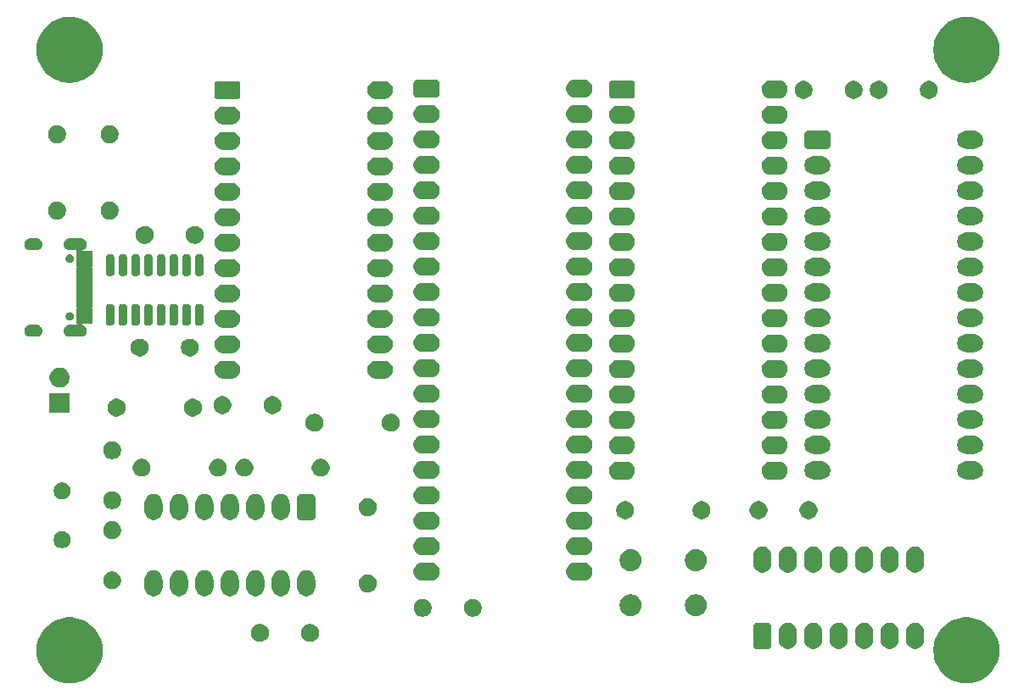
<source format=gbr>
%TF.GenerationSoftware,KiCad,Pcbnew,9.0.7*%
%TF.CreationDate,2026-02-16T17:51:40-05:00*%
%TF.ProjectId,zed-80,7a65642d-3830-42e6-9b69-6361645f7063,A*%
%TF.SameCoordinates,PX4db9760PY6b49d20*%
%TF.FileFunction,Soldermask,Top*%
%TF.FilePolarity,Negative*%
%FSLAX46Y46*%
G04 Gerber Fmt 4.6, Leading zero omitted, Abs format (unit mm)*
G04 Created by KiCad (PCBNEW 9.0.7) date 2026-02-16 17:51:40*
%MOMM*%
%LPD*%
G01*
G04 APERTURE LIST*
G04 APERTURE END LIST*
G36*
X5484211Y8264282D02*
G01*
X5801835Y8201103D01*
X6111737Y8107095D01*
X6410932Y7983165D01*
X6696539Y7830504D01*
X6965808Y7650585D01*
X7216145Y7445139D01*
X7445139Y7216145D01*
X7650585Y6965808D01*
X7830504Y6696539D01*
X7983165Y6410932D01*
X8107095Y6111737D01*
X8201103Y5801835D01*
X8264282Y5484211D01*
X8296025Y5161923D01*
X8296025Y4838077D01*
X8264282Y4515789D01*
X8201103Y4198165D01*
X8107095Y3888263D01*
X7983165Y3589068D01*
X7830504Y3303461D01*
X7650585Y3034192D01*
X7445139Y2783855D01*
X7216145Y2554861D01*
X6965808Y2349415D01*
X6696539Y2169496D01*
X6410932Y2016835D01*
X6111737Y1892905D01*
X5801835Y1798897D01*
X5484211Y1735718D01*
X5161923Y1703975D01*
X4838077Y1703975D01*
X4515789Y1735718D01*
X4198165Y1798897D01*
X3888263Y1892905D01*
X3589068Y2016835D01*
X3303461Y2169496D01*
X3034192Y2349415D01*
X2783855Y2554861D01*
X2554861Y2783855D01*
X2349415Y3034192D01*
X2169496Y3303461D01*
X2016835Y3589068D01*
X1892905Y3888263D01*
X1798897Y4198165D01*
X1735718Y4515789D01*
X1703975Y4838077D01*
X1703975Y5161923D01*
X1735718Y5484211D01*
X1798897Y5801835D01*
X1892905Y6111737D01*
X2016835Y6410932D01*
X2169496Y6696539D01*
X2349415Y6965808D01*
X2554861Y7216145D01*
X2783855Y7445139D01*
X3034192Y7650585D01*
X3303461Y7830504D01*
X3589068Y7983165D01*
X3888263Y8107095D01*
X4198165Y8201103D01*
X4515789Y8264282D01*
X4838077Y8296025D01*
X5161923Y8296025D01*
X5484211Y8264282D01*
G37*
G36*
X94984211Y8264282D02*
G01*
X95301835Y8201103D01*
X95611737Y8107095D01*
X95910932Y7983165D01*
X96196539Y7830504D01*
X96465808Y7650585D01*
X96716145Y7445139D01*
X96945139Y7216145D01*
X97150585Y6965808D01*
X97330504Y6696539D01*
X97483165Y6410932D01*
X97607095Y6111737D01*
X97701103Y5801835D01*
X97764282Y5484211D01*
X97796025Y5161923D01*
X97796025Y4838077D01*
X97764282Y4515789D01*
X97701103Y4198165D01*
X97607095Y3888263D01*
X97483165Y3589068D01*
X97330504Y3303461D01*
X97150585Y3034192D01*
X96945139Y2783855D01*
X96716145Y2554861D01*
X96465808Y2349415D01*
X96196539Y2169496D01*
X95910932Y2016835D01*
X95611737Y1892905D01*
X95301835Y1798897D01*
X94984211Y1735718D01*
X94661923Y1703975D01*
X94338077Y1703975D01*
X94015789Y1735718D01*
X93698165Y1798897D01*
X93388263Y1892905D01*
X93089068Y2016835D01*
X92803461Y2169496D01*
X92534192Y2349415D01*
X92283855Y2554861D01*
X92054861Y2783855D01*
X91849415Y3034192D01*
X91669496Y3303461D01*
X91516835Y3589068D01*
X91392905Y3888263D01*
X91298897Y4198165D01*
X91235718Y4515789D01*
X91203975Y4838077D01*
X91203975Y5161923D01*
X91235718Y5484211D01*
X91298897Y5801835D01*
X91392905Y6111737D01*
X91516835Y6410932D01*
X91669496Y6696539D01*
X91849415Y6965808D01*
X92054861Y7216145D01*
X92283855Y7445139D01*
X92534192Y7650585D01*
X92803461Y7830504D01*
X93089068Y7983165D01*
X93388263Y8107095D01*
X93698165Y8201103D01*
X94015789Y8264282D01*
X94338077Y8296025D01*
X94661923Y8296025D01*
X94984211Y8264282D01*
G37*
G36*
X74784868Y7725450D02*
G01*
X74790586Y7722655D01*
X74792962Y7722278D01*
X74830987Y7702904D01*
X74888377Y7674847D01*
X74969847Y7593377D01*
X74997907Y7535980D01*
X75017276Y7497966D01*
X75017652Y7495592D01*
X75020450Y7489868D01*
X75035000Y7390000D01*
X75035000Y5490000D01*
X75020450Y5390132D01*
X75017652Y5384411D01*
X75017277Y5382038D01*
X74997926Y5344061D01*
X74969847Y5286623D01*
X74888377Y5205153D01*
X74830955Y5177081D01*
X74792965Y5157724D01*
X74790591Y5157349D01*
X74784868Y5154550D01*
X74685000Y5140000D01*
X73585000Y5140000D01*
X73485132Y5154550D01*
X73479410Y5157348D01*
X73477037Y5157723D01*
X73439035Y5177086D01*
X73381623Y5205153D01*
X73300153Y5286623D01*
X73272104Y5343997D01*
X73252723Y5382035D01*
X73252346Y5384412D01*
X73249550Y5390132D01*
X73235000Y5490000D01*
X73235000Y7390000D01*
X73249550Y7489868D01*
X73252345Y7495587D01*
X73252722Y7497963D01*
X73272108Y7536013D01*
X73300153Y7593377D01*
X73381623Y7674847D01*
X73438971Y7702884D01*
X73477034Y7722277D01*
X73479411Y7722654D01*
X73485132Y7725450D01*
X73585000Y7740000D01*
X74685000Y7740000D01*
X74784868Y7725450D01*
G37*
G36*
X76936256Y7701246D02*
G01*
X77099257Y7633729D01*
X77245954Y7535709D01*
X77370709Y7410954D01*
X77468729Y7264257D01*
X77536246Y7101256D01*
X77570666Y6928215D01*
X77575000Y6840000D01*
X77575000Y6040000D01*
X77570666Y5951785D01*
X77536246Y5778744D01*
X77468729Y5615743D01*
X77370709Y5469046D01*
X77245954Y5344291D01*
X77099257Y5246271D01*
X76936256Y5178754D01*
X76763215Y5144334D01*
X76586785Y5144334D01*
X76413744Y5178754D01*
X76250743Y5246271D01*
X76104046Y5344291D01*
X75979291Y5469046D01*
X75881271Y5615743D01*
X75813754Y5778744D01*
X75779334Y5951785D01*
X75775000Y6040000D01*
X75775000Y6840000D01*
X75779334Y6928215D01*
X75813754Y7101256D01*
X75881271Y7264257D01*
X75979291Y7410954D01*
X76104046Y7535709D01*
X76250743Y7633729D01*
X76413744Y7701246D01*
X76586785Y7735666D01*
X76763215Y7735666D01*
X76936256Y7701246D01*
G37*
G36*
X79476256Y7701246D02*
G01*
X79639257Y7633729D01*
X79785954Y7535709D01*
X79910709Y7410954D01*
X80008729Y7264257D01*
X80076246Y7101256D01*
X80110666Y6928215D01*
X80115000Y6840000D01*
X80115000Y6040000D01*
X80110666Y5951785D01*
X80076246Y5778744D01*
X80008729Y5615743D01*
X79910709Y5469046D01*
X79785954Y5344291D01*
X79639257Y5246271D01*
X79476256Y5178754D01*
X79303215Y5144334D01*
X79126785Y5144334D01*
X78953744Y5178754D01*
X78790743Y5246271D01*
X78644046Y5344291D01*
X78519291Y5469046D01*
X78421271Y5615743D01*
X78353754Y5778744D01*
X78319334Y5951785D01*
X78315000Y6040000D01*
X78315000Y6840000D01*
X78319334Y6928215D01*
X78353754Y7101256D01*
X78421271Y7264257D01*
X78519291Y7410954D01*
X78644046Y7535709D01*
X78790743Y7633729D01*
X78953744Y7701246D01*
X79126785Y7735666D01*
X79303215Y7735666D01*
X79476256Y7701246D01*
G37*
G36*
X82016256Y7701246D02*
G01*
X82179257Y7633729D01*
X82325954Y7535709D01*
X82450709Y7410954D01*
X82548729Y7264257D01*
X82616246Y7101256D01*
X82650666Y6928215D01*
X82655000Y6840000D01*
X82655000Y6040000D01*
X82650666Y5951785D01*
X82616246Y5778744D01*
X82548729Y5615743D01*
X82450709Y5469046D01*
X82325954Y5344291D01*
X82179257Y5246271D01*
X82016256Y5178754D01*
X81843215Y5144334D01*
X81666785Y5144334D01*
X81493744Y5178754D01*
X81330743Y5246271D01*
X81184046Y5344291D01*
X81059291Y5469046D01*
X80961271Y5615743D01*
X80893754Y5778744D01*
X80859334Y5951785D01*
X80855000Y6040000D01*
X80855000Y6840000D01*
X80859334Y6928215D01*
X80893754Y7101256D01*
X80961271Y7264257D01*
X81059291Y7410954D01*
X81184046Y7535709D01*
X81330743Y7633729D01*
X81493744Y7701246D01*
X81666785Y7735666D01*
X81843215Y7735666D01*
X82016256Y7701246D01*
G37*
G36*
X84556256Y7701246D02*
G01*
X84719257Y7633729D01*
X84865954Y7535709D01*
X84990709Y7410954D01*
X85088729Y7264257D01*
X85156246Y7101256D01*
X85190666Y6928215D01*
X85195000Y6840000D01*
X85195000Y6040000D01*
X85190666Y5951785D01*
X85156246Y5778744D01*
X85088729Y5615743D01*
X84990709Y5469046D01*
X84865954Y5344291D01*
X84719257Y5246271D01*
X84556256Y5178754D01*
X84383215Y5144334D01*
X84206785Y5144334D01*
X84033744Y5178754D01*
X83870743Y5246271D01*
X83724046Y5344291D01*
X83599291Y5469046D01*
X83501271Y5615743D01*
X83433754Y5778744D01*
X83399334Y5951785D01*
X83395000Y6040000D01*
X83395000Y6840000D01*
X83399334Y6928215D01*
X83433754Y7101256D01*
X83501271Y7264257D01*
X83599291Y7410954D01*
X83724046Y7535709D01*
X83870743Y7633729D01*
X84033744Y7701246D01*
X84206785Y7735666D01*
X84383215Y7735666D01*
X84556256Y7701246D01*
G37*
G36*
X87096256Y7701246D02*
G01*
X87259257Y7633729D01*
X87405954Y7535709D01*
X87530709Y7410954D01*
X87628729Y7264257D01*
X87696246Y7101256D01*
X87730666Y6928215D01*
X87735000Y6840000D01*
X87735000Y6040000D01*
X87730666Y5951785D01*
X87696246Y5778744D01*
X87628729Y5615743D01*
X87530709Y5469046D01*
X87405954Y5344291D01*
X87259257Y5246271D01*
X87096256Y5178754D01*
X86923215Y5144334D01*
X86746785Y5144334D01*
X86573744Y5178754D01*
X86410743Y5246271D01*
X86264046Y5344291D01*
X86139291Y5469046D01*
X86041271Y5615743D01*
X85973754Y5778744D01*
X85939334Y5951785D01*
X85935000Y6040000D01*
X85935000Y6840000D01*
X85939334Y6928215D01*
X85973754Y7101256D01*
X86041271Y7264257D01*
X86139291Y7410954D01*
X86264046Y7535709D01*
X86410743Y7633729D01*
X86573744Y7701246D01*
X86746785Y7735666D01*
X86923215Y7735666D01*
X87096256Y7701246D01*
G37*
G36*
X89636256Y7701246D02*
G01*
X89799257Y7633729D01*
X89945954Y7535709D01*
X90070709Y7410954D01*
X90168729Y7264257D01*
X90236246Y7101256D01*
X90270666Y6928215D01*
X90275000Y6840000D01*
X90275000Y6040000D01*
X90270666Y5951785D01*
X90236246Y5778744D01*
X90168729Y5615743D01*
X90070709Y5469046D01*
X89945954Y5344291D01*
X89799257Y5246271D01*
X89636256Y5178754D01*
X89463215Y5144334D01*
X89286785Y5144334D01*
X89113744Y5178754D01*
X88950743Y5246271D01*
X88804046Y5344291D01*
X88679291Y5469046D01*
X88581271Y5615743D01*
X88513754Y5778744D01*
X88479334Y5951785D01*
X88475000Y6040000D01*
X88475000Y6840000D01*
X88479334Y6928215D01*
X88513754Y7101256D01*
X88581271Y7264257D01*
X88679291Y7410954D01*
X88804046Y7535709D01*
X88950743Y7633729D01*
X89113744Y7701246D01*
X89286785Y7735666D01*
X89463215Y7735666D01*
X89636256Y7701246D01*
G37*
G36*
X24261256Y7611246D02*
G01*
X24424257Y7543729D01*
X24570954Y7445709D01*
X24695709Y7320954D01*
X24793729Y7174257D01*
X24861246Y7011256D01*
X24895666Y6838215D01*
X24895666Y6661785D01*
X24861246Y6488744D01*
X24793729Y6325743D01*
X24695709Y6179046D01*
X24570954Y6054291D01*
X24424257Y5956271D01*
X24261256Y5888754D01*
X24088215Y5854334D01*
X23911785Y5854334D01*
X23738744Y5888754D01*
X23575743Y5956271D01*
X23429046Y6054291D01*
X23304291Y6179046D01*
X23206271Y6325743D01*
X23138754Y6488744D01*
X23104334Y6661785D01*
X23104334Y6838215D01*
X23138754Y7011256D01*
X23206271Y7174257D01*
X23304291Y7320954D01*
X23429046Y7445709D01*
X23575743Y7543729D01*
X23738744Y7611246D01*
X23911785Y7645666D01*
X24088215Y7645666D01*
X24261256Y7611246D01*
G37*
G36*
X29261256Y7611246D02*
G01*
X29424257Y7543729D01*
X29570954Y7445709D01*
X29695709Y7320954D01*
X29793729Y7174257D01*
X29861246Y7011256D01*
X29895666Y6838215D01*
X29895666Y6661785D01*
X29861246Y6488744D01*
X29793729Y6325743D01*
X29695709Y6179046D01*
X29570954Y6054291D01*
X29424257Y5956271D01*
X29261256Y5888754D01*
X29088215Y5854334D01*
X28911785Y5854334D01*
X28738744Y5888754D01*
X28575743Y5956271D01*
X28429046Y6054291D01*
X28304291Y6179046D01*
X28206271Y6325743D01*
X28138754Y6488744D01*
X28104334Y6661785D01*
X28104334Y6838215D01*
X28138754Y7011256D01*
X28206271Y7174257D01*
X28304291Y7320954D01*
X28429046Y7445709D01*
X28575743Y7543729D01*
X28738744Y7611246D01*
X28911785Y7645666D01*
X29088215Y7645666D01*
X29261256Y7611246D01*
G37*
G36*
X40501256Y10111246D02*
G01*
X40664257Y10043729D01*
X40810954Y9945709D01*
X40935709Y9820954D01*
X41033729Y9674257D01*
X41101246Y9511256D01*
X41135666Y9338215D01*
X41135666Y9161785D01*
X41101246Y8988744D01*
X41033729Y8825743D01*
X40935709Y8679046D01*
X40810954Y8554291D01*
X40664257Y8456271D01*
X40501256Y8388754D01*
X40328215Y8354334D01*
X40151785Y8354334D01*
X39978744Y8388754D01*
X39815743Y8456271D01*
X39669046Y8554291D01*
X39544291Y8679046D01*
X39446271Y8825743D01*
X39378754Y8988744D01*
X39344334Y9161785D01*
X39344334Y9338215D01*
X39378754Y9511256D01*
X39446271Y9674257D01*
X39544291Y9820954D01*
X39669046Y9945709D01*
X39815743Y10043729D01*
X39978744Y10111246D01*
X40151785Y10145666D01*
X40328215Y10145666D01*
X40501256Y10111246D01*
G37*
G36*
X45501256Y10111246D02*
G01*
X45664257Y10043729D01*
X45810954Y9945709D01*
X45935709Y9820954D01*
X46033729Y9674257D01*
X46101246Y9511256D01*
X46135666Y9338215D01*
X46135666Y9161785D01*
X46101246Y8988744D01*
X46033729Y8825743D01*
X45935709Y8679046D01*
X45810954Y8554291D01*
X45664257Y8456271D01*
X45501256Y8388754D01*
X45328215Y8354334D01*
X45151785Y8354334D01*
X44978744Y8388754D01*
X44815743Y8456271D01*
X44669046Y8554291D01*
X44544291Y8679046D01*
X44446271Y8825743D01*
X44378754Y8988744D01*
X44344334Y9161785D01*
X44344334Y9338215D01*
X44378754Y9511256D01*
X44446271Y9674257D01*
X44544291Y9820954D01*
X44669046Y9945709D01*
X44815743Y10043729D01*
X44978744Y10111246D01*
X45151785Y10145666D01*
X45328215Y10145666D01*
X45501256Y10111246D01*
G37*
G36*
X61256790Y10569607D02*
G01*
X61420952Y10516267D01*
X61574748Y10437904D01*
X61714393Y10336447D01*
X61836447Y10214393D01*
X61937904Y10074748D01*
X62016267Y9920952D01*
X62069607Y9756790D01*
X62096609Y9586305D01*
X62096609Y9413695D01*
X62069607Y9243210D01*
X62016267Y9079048D01*
X61937904Y8925252D01*
X61836447Y8785607D01*
X61714393Y8663553D01*
X61574748Y8562096D01*
X61420952Y8483733D01*
X61256790Y8430393D01*
X61086305Y8403391D01*
X60913695Y8403391D01*
X60743210Y8430393D01*
X60579048Y8483733D01*
X60425252Y8562096D01*
X60285607Y8663553D01*
X60163553Y8785607D01*
X60062096Y8925252D01*
X59983733Y9079048D01*
X59930393Y9243210D01*
X59903391Y9413695D01*
X59903391Y9586305D01*
X59930393Y9756790D01*
X59983733Y9920952D01*
X60062096Y10074748D01*
X60163553Y10214393D01*
X60285607Y10336447D01*
X60425252Y10437904D01*
X60579048Y10516267D01*
X60743210Y10569607D01*
X60913695Y10596609D01*
X61086305Y10596609D01*
X61256790Y10569607D01*
G37*
G36*
X67756790Y10569607D02*
G01*
X67920952Y10516267D01*
X68074748Y10437904D01*
X68214393Y10336447D01*
X68336447Y10214393D01*
X68437904Y10074748D01*
X68516267Y9920952D01*
X68569607Y9756790D01*
X68596609Y9586305D01*
X68596609Y9413695D01*
X68569607Y9243210D01*
X68516267Y9079048D01*
X68437904Y8925252D01*
X68336447Y8785607D01*
X68214393Y8663553D01*
X68074748Y8562096D01*
X67920952Y8483733D01*
X67756790Y8430393D01*
X67586305Y8403391D01*
X67413695Y8403391D01*
X67243210Y8430393D01*
X67079048Y8483733D01*
X66925252Y8562096D01*
X66785607Y8663553D01*
X66663553Y8785607D01*
X66562096Y8925252D01*
X66483733Y9079048D01*
X66430393Y9243210D01*
X66403391Y9413695D01*
X66403391Y9586305D01*
X66430393Y9756790D01*
X66483733Y9920952D01*
X66562096Y10074748D01*
X66663553Y10214393D01*
X66785607Y10336447D01*
X66925252Y10437904D01*
X67079048Y10516267D01*
X67243210Y10569607D01*
X67413695Y10596609D01*
X67586305Y10596609D01*
X67756790Y10569607D01*
G37*
G36*
X13636256Y12951246D02*
G01*
X13799257Y12883729D01*
X13945954Y12785709D01*
X14070709Y12660954D01*
X14168729Y12514257D01*
X14236246Y12351256D01*
X14270666Y12178215D01*
X14275000Y12090000D01*
X14275000Y11290000D01*
X14270666Y11201785D01*
X14236246Y11028744D01*
X14168729Y10865743D01*
X14070709Y10719046D01*
X13945954Y10594291D01*
X13799257Y10496271D01*
X13636256Y10428754D01*
X13463215Y10394334D01*
X13286785Y10394334D01*
X13113744Y10428754D01*
X12950743Y10496271D01*
X12804046Y10594291D01*
X12679291Y10719046D01*
X12581271Y10865743D01*
X12513754Y11028744D01*
X12479334Y11201785D01*
X12475000Y11290000D01*
X12475000Y12090000D01*
X12479334Y12178215D01*
X12513754Y12351256D01*
X12581271Y12514257D01*
X12679291Y12660954D01*
X12804046Y12785709D01*
X12950743Y12883729D01*
X13113744Y12951246D01*
X13286785Y12985666D01*
X13463215Y12985666D01*
X13636256Y12951246D01*
G37*
G36*
X16176256Y12951246D02*
G01*
X16339257Y12883729D01*
X16485954Y12785709D01*
X16610709Y12660954D01*
X16708729Y12514257D01*
X16776246Y12351256D01*
X16810666Y12178215D01*
X16815000Y12090000D01*
X16815000Y11290000D01*
X16810666Y11201785D01*
X16776246Y11028744D01*
X16708729Y10865743D01*
X16610709Y10719046D01*
X16485954Y10594291D01*
X16339257Y10496271D01*
X16176256Y10428754D01*
X16003215Y10394334D01*
X15826785Y10394334D01*
X15653744Y10428754D01*
X15490743Y10496271D01*
X15344046Y10594291D01*
X15219291Y10719046D01*
X15121271Y10865743D01*
X15053754Y11028744D01*
X15019334Y11201785D01*
X15015000Y11290000D01*
X15015000Y12090000D01*
X15019334Y12178215D01*
X15053754Y12351256D01*
X15121271Y12514257D01*
X15219291Y12660954D01*
X15344046Y12785709D01*
X15490743Y12883729D01*
X15653744Y12951246D01*
X15826785Y12985666D01*
X16003215Y12985666D01*
X16176256Y12951246D01*
G37*
G36*
X18716256Y12951246D02*
G01*
X18879257Y12883729D01*
X19025954Y12785709D01*
X19150709Y12660954D01*
X19248729Y12514257D01*
X19316246Y12351256D01*
X19350666Y12178215D01*
X19355000Y12090000D01*
X19355000Y11290000D01*
X19350666Y11201785D01*
X19316246Y11028744D01*
X19248729Y10865743D01*
X19150709Y10719046D01*
X19025954Y10594291D01*
X18879257Y10496271D01*
X18716256Y10428754D01*
X18543215Y10394334D01*
X18366785Y10394334D01*
X18193744Y10428754D01*
X18030743Y10496271D01*
X17884046Y10594291D01*
X17759291Y10719046D01*
X17661271Y10865743D01*
X17593754Y11028744D01*
X17559334Y11201785D01*
X17555000Y11290000D01*
X17555000Y12090000D01*
X17559334Y12178215D01*
X17593754Y12351256D01*
X17661271Y12514257D01*
X17759291Y12660954D01*
X17884046Y12785709D01*
X18030743Y12883729D01*
X18193744Y12951246D01*
X18366785Y12985666D01*
X18543215Y12985666D01*
X18716256Y12951246D01*
G37*
G36*
X21256256Y12951246D02*
G01*
X21419257Y12883729D01*
X21565954Y12785709D01*
X21690709Y12660954D01*
X21788729Y12514257D01*
X21856246Y12351256D01*
X21890666Y12178215D01*
X21895000Y12090000D01*
X21895000Y11290000D01*
X21890666Y11201785D01*
X21856246Y11028744D01*
X21788729Y10865743D01*
X21690709Y10719046D01*
X21565954Y10594291D01*
X21419257Y10496271D01*
X21256256Y10428754D01*
X21083215Y10394334D01*
X20906785Y10394334D01*
X20733744Y10428754D01*
X20570743Y10496271D01*
X20424046Y10594291D01*
X20299291Y10719046D01*
X20201271Y10865743D01*
X20133754Y11028744D01*
X20099334Y11201785D01*
X20095000Y11290000D01*
X20095000Y12090000D01*
X20099334Y12178215D01*
X20133754Y12351256D01*
X20201271Y12514257D01*
X20299291Y12660954D01*
X20424046Y12785709D01*
X20570743Y12883729D01*
X20733744Y12951246D01*
X20906785Y12985666D01*
X21083215Y12985666D01*
X21256256Y12951246D01*
G37*
G36*
X23796256Y12951246D02*
G01*
X23959257Y12883729D01*
X24105954Y12785709D01*
X24230709Y12660954D01*
X24328729Y12514257D01*
X24396246Y12351256D01*
X24430666Y12178215D01*
X24435000Y12090000D01*
X24435000Y11290000D01*
X24430666Y11201785D01*
X24396246Y11028744D01*
X24328729Y10865743D01*
X24230709Y10719046D01*
X24105954Y10594291D01*
X23959257Y10496271D01*
X23796256Y10428754D01*
X23623215Y10394334D01*
X23446785Y10394334D01*
X23273744Y10428754D01*
X23110743Y10496271D01*
X22964046Y10594291D01*
X22839291Y10719046D01*
X22741271Y10865743D01*
X22673754Y11028744D01*
X22639334Y11201785D01*
X22635000Y11290000D01*
X22635000Y12090000D01*
X22639334Y12178215D01*
X22673754Y12351256D01*
X22741271Y12514257D01*
X22839291Y12660954D01*
X22964046Y12785709D01*
X23110743Y12883729D01*
X23273744Y12951246D01*
X23446785Y12985666D01*
X23623215Y12985666D01*
X23796256Y12951246D01*
G37*
G36*
X26336256Y12951246D02*
G01*
X26499257Y12883729D01*
X26645954Y12785709D01*
X26770709Y12660954D01*
X26868729Y12514257D01*
X26936246Y12351256D01*
X26970666Y12178215D01*
X26975000Y12090000D01*
X26975000Y11290000D01*
X26970666Y11201785D01*
X26936246Y11028744D01*
X26868729Y10865743D01*
X26770709Y10719046D01*
X26645954Y10594291D01*
X26499257Y10496271D01*
X26336256Y10428754D01*
X26163215Y10394334D01*
X25986785Y10394334D01*
X25813744Y10428754D01*
X25650743Y10496271D01*
X25504046Y10594291D01*
X25379291Y10719046D01*
X25281271Y10865743D01*
X25213754Y11028744D01*
X25179334Y11201785D01*
X25175000Y11290000D01*
X25175000Y12090000D01*
X25179334Y12178215D01*
X25213754Y12351256D01*
X25281271Y12514257D01*
X25379291Y12660954D01*
X25504046Y12785709D01*
X25650743Y12883729D01*
X25813744Y12951246D01*
X25986785Y12985666D01*
X26163215Y12985666D01*
X26336256Y12951246D01*
G37*
G36*
X28876256Y12951246D02*
G01*
X29039257Y12883729D01*
X29185954Y12785709D01*
X29310709Y12660954D01*
X29408729Y12514257D01*
X29476246Y12351256D01*
X29510666Y12178215D01*
X29515000Y12090000D01*
X29515000Y11290000D01*
X29510666Y11201785D01*
X29476246Y11028744D01*
X29408729Y10865743D01*
X29310709Y10719046D01*
X29185954Y10594291D01*
X29039257Y10496271D01*
X28876256Y10428754D01*
X28703215Y10394334D01*
X28526785Y10394334D01*
X28353744Y10428754D01*
X28190743Y10496271D01*
X28044046Y10594291D01*
X27919291Y10719046D01*
X27821271Y10865743D01*
X27753754Y11028744D01*
X27719334Y11201785D01*
X27715000Y11290000D01*
X27715000Y12090000D01*
X27719334Y12178215D01*
X27753754Y12351256D01*
X27821271Y12514257D01*
X27919291Y12660954D01*
X28044046Y12785709D01*
X28190743Y12883729D01*
X28353744Y12951246D01*
X28526785Y12985666D01*
X28703215Y12985666D01*
X28876256Y12951246D01*
G37*
G36*
X35011256Y12551246D02*
G01*
X35174257Y12483729D01*
X35320954Y12385709D01*
X35445709Y12260954D01*
X35543729Y12114257D01*
X35611246Y11951256D01*
X35645666Y11778215D01*
X35645666Y11601785D01*
X35611246Y11428744D01*
X35543729Y11265743D01*
X35445709Y11119046D01*
X35320954Y10994291D01*
X35174257Y10896271D01*
X35011256Y10828754D01*
X34838215Y10794334D01*
X34661785Y10794334D01*
X34488744Y10828754D01*
X34325743Y10896271D01*
X34179046Y10994291D01*
X34054291Y11119046D01*
X33956271Y11265743D01*
X33888754Y11428744D01*
X33854334Y11601785D01*
X33854334Y11778215D01*
X33888754Y11951256D01*
X33956271Y12114257D01*
X34054291Y12260954D01*
X34179046Y12385709D01*
X34325743Y12483729D01*
X34488744Y12551246D01*
X34661785Y12585666D01*
X34838215Y12585666D01*
X35011256Y12551246D01*
G37*
G36*
X9511256Y12861246D02*
G01*
X9674257Y12793729D01*
X9820954Y12695709D01*
X9945709Y12570954D01*
X10043729Y12424257D01*
X10111246Y12261256D01*
X10145666Y12088215D01*
X10145666Y11911785D01*
X10111246Y11738744D01*
X10043729Y11575743D01*
X9945709Y11429046D01*
X9820954Y11304291D01*
X9674257Y11206271D01*
X9511256Y11138754D01*
X9338215Y11104334D01*
X9161785Y11104334D01*
X8988744Y11138754D01*
X8825743Y11206271D01*
X8679046Y11304291D01*
X8554291Y11429046D01*
X8456271Y11575743D01*
X8388754Y11738744D01*
X8354334Y11911785D01*
X8354334Y12088215D01*
X8388754Y12261256D01*
X8456271Y12424257D01*
X8554291Y12570954D01*
X8679046Y12695709D01*
X8825743Y12793729D01*
X8988744Y12861246D01*
X9161785Y12895666D01*
X9338215Y12895666D01*
X9511256Y12861246D01*
G37*
G36*
X41118215Y13760666D02*
G01*
X41291256Y13726246D01*
X41454257Y13658729D01*
X41600954Y13560709D01*
X41725709Y13435954D01*
X41823729Y13289257D01*
X41891246Y13126256D01*
X41925666Y12953215D01*
X41925666Y12776785D01*
X41891246Y12603744D01*
X41823729Y12440743D01*
X41725709Y12294046D01*
X41600954Y12169291D01*
X41454257Y12071271D01*
X41291256Y12003754D01*
X41118215Y11969334D01*
X41030000Y11965000D01*
X41028767Y11965000D01*
X40231233Y11965000D01*
X40230000Y11965000D01*
X40141785Y11969334D01*
X39968744Y12003754D01*
X39805743Y12071271D01*
X39659046Y12169291D01*
X39534291Y12294046D01*
X39436271Y12440743D01*
X39368754Y12603744D01*
X39334334Y12776785D01*
X39334334Y12953215D01*
X39368754Y13126256D01*
X39436271Y13289257D01*
X39534291Y13435954D01*
X39659046Y13560709D01*
X39805743Y13658729D01*
X39968744Y13726246D01*
X40141785Y13760666D01*
X40230000Y13765000D01*
X41030000Y13765000D01*
X41118215Y13760666D01*
G37*
G36*
X56358215Y13760666D02*
G01*
X56531256Y13726246D01*
X56694257Y13658729D01*
X56840954Y13560709D01*
X56965709Y13435954D01*
X57063729Y13289257D01*
X57131246Y13126256D01*
X57165666Y12953215D01*
X57165666Y12776785D01*
X57131246Y12603744D01*
X57063729Y12440743D01*
X56965709Y12294046D01*
X56840954Y12169291D01*
X56694257Y12071271D01*
X56531256Y12003754D01*
X56358215Y11969334D01*
X56270000Y11965000D01*
X56268767Y11965000D01*
X55471233Y11965000D01*
X55470000Y11965000D01*
X55381785Y11969334D01*
X55208744Y12003754D01*
X55045743Y12071271D01*
X54899046Y12169291D01*
X54774291Y12294046D01*
X54676271Y12440743D01*
X54608754Y12603744D01*
X54574334Y12776785D01*
X54574334Y12953215D01*
X54608754Y13126256D01*
X54676271Y13289257D01*
X54774291Y13435954D01*
X54899046Y13560709D01*
X55045743Y13658729D01*
X55208744Y13726246D01*
X55381785Y13760666D01*
X55470000Y13765000D01*
X56270000Y13765000D01*
X56358215Y13760666D01*
G37*
G36*
X74396256Y15321246D02*
G01*
X74559257Y15253729D01*
X74705954Y15155709D01*
X74830709Y15030954D01*
X74928729Y14884257D01*
X74996246Y14721256D01*
X75030666Y14548215D01*
X75035000Y14460000D01*
X75035000Y13660000D01*
X75030666Y13571785D01*
X74996246Y13398744D01*
X74928729Y13235743D01*
X74830709Y13089046D01*
X74705954Y12964291D01*
X74559257Y12866271D01*
X74396256Y12798754D01*
X74223215Y12764334D01*
X74046785Y12764334D01*
X73873744Y12798754D01*
X73710743Y12866271D01*
X73564046Y12964291D01*
X73439291Y13089046D01*
X73341271Y13235743D01*
X73273754Y13398744D01*
X73239334Y13571785D01*
X73235000Y13660000D01*
X73235000Y14460000D01*
X73239334Y14548215D01*
X73273754Y14721256D01*
X73341271Y14884257D01*
X73439291Y15030954D01*
X73564046Y15155709D01*
X73710743Y15253729D01*
X73873744Y15321246D01*
X74046785Y15355666D01*
X74223215Y15355666D01*
X74396256Y15321246D01*
G37*
G36*
X76936256Y15321246D02*
G01*
X77099257Y15253729D01*
X77245954Y15155709D01*
X77370709Y15030954D01*
X77468729Y14884257D01*
X77536246Y14721256D01*
X77570666Y14548215D01*
X77575000Y14460000D01*
X77575000Y13660000D01*
X77570666Y13571785D01*
X77536246Y13398744D01*
X77468729Y13235743D01*
X77370709Y13089046D01*
X77245954Y12964291D01*
X77099257Y12866271D01*
X76936256Y12798754D01*
X76763215Y12764334D01*
X76586785Y12764334D01*
X76413744Y12798754D01*
X76250743Y12866271D01*
X76104046Y12964291D01*
X75979291Y13089046D01*
X75881271Y13235743D01*
X75813754Y13398744D01*
X75779334Y13571785D01*
X75775000Y13660000D01*
X75775000Y14460000D01*
X75779334Y14548215D01*
X75813754Y14721256D01*
X75881271Y14884257D01*
X75979291Y15030954D01*
X76104046Y15155709D01*
X76250743Y15253729D01*
X76413744Y15321246D01*
X76586785Y15355666D01*
X76763215Y15355666D01*
X76936256Y15321246D01*
G37*
G36*
X79476256Y15321246D02*
G01*
X79639257Y15253729D01*
X79785954Y15155709D01*
X79910709Y15030954D01*
X80008729Y14884257D01*
X80076246Y14721256D01*
X80110666Y14548215D01*
X80115000Y14460000D01*
X80115000Y13660000D01*
X80110666Y13571785D01*
X80076246Y13398744D01*
X80008729Y13235743D01*
X79910709Y13089046D01*
X79785954Y12964291D01*
X79639257Y12866271D01*
X79476256Y12798754D01*
X79303215Y12764334D01*
X79126785Y12764334D01*
X78953744Y12798754D01*
X78790743Y12866271D01*
X78644046Y12964291D01*
X78519291Y13089046D01*
X78421271Y13235743D01*
X78353754Y13398744D01*
X78319334Y13571785D01*
X78315000Y13660000D01*
X78315000Y14460000D01*
X78319334Y14548215D01*
X78353754Y14721256D01*
X78421271Y14884257D01*
X78519291Y15030954D01*
X78644046Y15155709D01*
X78790743Y15253729D01*
X78953744Y15321246D01*
X79126785Y15355666D01*
X79303215Y15355666D01*
X79476256Y15321246D01*
G37*
G36*
X82016256Y15321246D02*
G01*
X82179257Y15253729D01*
X82325954Y15155709D01*
X82450709Y15030954D01*
X82548729Y14884257D01*
X82616246Y14721256D01*
X82650666Y14548215D01*
X82655000Y14460000D01*
X82655000Y13660000D01*
X82650666Y13571785D01*
X82616246Y13398744D01*
X82548729Y13235743D01*
X82450709Y13089046D01*
X82325954Y12964291D01*
X82179257Y12866271D01*
X82016256Y12798754D01*
X81843215Y12764334D01*
X81666785Y12764334D01*
X81493744Y12798754D01*
X81330743Y12866271D01*
X81184046Y12964291D01*
X81059291Y13089046D01*
X80961271Y13235743D01*
X80893754Y13398744D01*
X80859334Y13571785D01*
X80855000Y13660000D01*
X80855000Y14460000D01*
X80859334Y14548215D01*
X80893754Y14721256D01*
X80961271Y14884257D01*
X81059291Y15030954D01*
X81184046Y15155709D01*
X81330743Y15253729D01*
X81493744Y15321246D01*
X81666785Y15355666D01*
X81843215Y15355666D01*
X82016256Y15321246D01*
G37*
G36*
X84556256Y15321246D02*
G01*
X84719257Y15253729D01*
X84865954Y15155709D01*
X84990709Y15030954D01*
X85088729Y14884257D01*
X85156246Y14721256D01*
X85190666Y14548215D01*
X85195000Y14460000D01*
X85195000Y13660000D01*
X85190666Y13571785D01*
X85156246Y13398744D01*
X85088729Y13235743D01*
X84990709Y13089046D01*
X84865954Y12964291D01*
X84719257Y12866271D01*
X84556256Y12798754D01*
X84383215Y12764334D01*
X84206785Y12764334D01*
X84033744Y12798754D01*
X83870743Y12866271D01*
X83724046Y12964291D01*
X83599291Y13089046D01*
X83501271Y13235743D01*
X83433754Y13398744D01*
X83399334Y13571785D01*
X83395000Y13660000D01*
X83395000Y14460000D01*
X83399334Y14548215D01*
X83433754Y14721256D01*
X83501271Y14884257D01*
X83599291Y15030954D01*
X83724046Y15155709D01*
X83870743Y15253729D01*
X84033744Y15321246D01*
X84206785Y15355666D01*
X84383215Y15355666D01*
X84556256Y15321246D01*
G37*
G36*
X87096256Y15321246D02*
G01*
X87259257Y15253729D01*
X87405954Y15155709D01*
X87530709Y15030954D01*
X87628729Y14884257D01*
X87696246Y14721256D01*
X87730666Y14548215D01*
X87735000Y14460000D01*
X87735000Y13660000D01*
X87730666Y13571785D01*
X87696246Y13398744D01*
X87628729Y13235743D01*
X87530709Y13089046D01*
X87405954Y12964291D01*
X87259257Y12866271D01*
X87096256Y12798754D01*
X86923215Y12764334D01*
X86746785Y12764334D01*
X86573744Y12798754D01*
X86410743Y12866271D01*
X86264046Y12964291D01*
X86139291Y13089046D01*
X86041271Y13235743D01*
X85973754Y13398744D01*
X85939334Y13571785D01*
X85935000Y13660000D01*
X85935000Y14460000D01*
X85939334Y14548215D01*
X85973754Y14721256D01*
X86041271Y14884257D01*
X86139291Y15030954D01*
X86264046Y15155709D01*
X86410743Y15253729D01*
X86573744Y15321246D01*
X86746785Y15355666D01*
X86923215Y15355666D01*
X87096256Y15321246D01*
G37*
G36*
X89636256Y15321246D02*
G01*
X89799257Y15253729D01*
X89945954Y15155709D01*
X90070709Y15030954D01*
X90168729Y14884257D01*
X90236246Y14721256D01*
X90270666Y14548215D01*
X90275000Y14460000D01*
X90275000Y13660000D01*
X90270666Y13571785D01*
X90236246Y13398744D01*
X90168729Y13235743D01*
X90070709Y13089046D01*
X89945954Y12964291D01*
X89799257Y12866271D01*
X89636256Y12798754D01*
X89463215Y12764334D01*
X89286785Y12764334D01*
X89113744Y12798754D01*
X88950743Y12866271D01*
X88804046Y12964291D01*
X88679291Y13089046D01*
X88581271Y13235743D01*
X88513754Y13398744D01*
X88479334Y13571785D01*
X88475000Y13660000D01*
X88475000Y14460000D01*
X88479334Y14548215D01*
X88513754Y14721256D01*
X88581271Y14884257D01*
X88679291Y15030954D01*
X88804046Y15155709D01*
X88950743Y15253729D01*
X89113744Y15321246D01*
X89286785Y15355666D01*
X89463215Y15355666D01*
X89636256Y15321246D01*
G37*
G36*
X61256790Y15069607D02*
G01*
X61420952Y15016267D01*
X61574748Y14937904D01*
X61714393Y14836447D01*
X61836447Y14714393D01*
X61937904Y14574748D01*
X62016267Y14420952D01*
X62069607Y14256790D01*
X62096609Y14086305D01*
X62096609Y13913695D01*
X62069607Y13743210D01*
X62016267Y13579048D01*
X61937904Y13425252D01*
X61836447Y13285607D01*
X61714393Y13163553D01*
X61574748Y13062096D01*
X61420952Y12983733D01*
X61256790Y12930393D01*
X61086305Y12903391D01*
X60913695Y12903391D01*
X60743210Y12930393D01*
X60579048Y12983733D01*
X60425252Y13062096D01*
X60285607Y13163553D01*
X60163553Y13285607D01*
X60062096Y13425252D01*
X59983733Y13579048D01*
X59930393Y13743210D01*
X59903391Y13913695D01*
X59903391Y14086305D01*
X59930393Y14256790D01*
X59983733Y14420952D01*
X60062096Y14574748D01*
X60163553Y14714393D01*
X60285607Y14836447D01*
X60425252Y14937904D01*
X60579048Y15016267D01*
X60743210Y15069607D01*
X60913695Y15096609D01*
X61086305Y15096609D01*
X61256790Y15069607D01*
G37*
G36*
X67756790Y15069607D02*
G01*
X67920952Y15016267D01*
X68074748Y14937904D01*
X68214393Y14836447D01*
X68336447Y14714393D01*
X68437904Y14574748D01*
X68516267Y14420952D01*
X68569607Y14256790D01*
X68596609Y14086305D01*
X68596609Y13913695D01*
X68569607Y13743210D01*
X68516267Y13579048D01*
X68437904Y13425252D01*
X68336447Y13285607D01*
X68214393Y13163553D01*
X68074748Y13062096D01*
X67920952Y12983733D01*
X67756790Y12930393D01*
X67586305Y12903391D01*
X67413695Y12903391D01*
X67243210Y12930393D01*
X67079048Y12983733D01*
X66925252Y13062096D01*
X66785607Y13163553D01*
X66663553Y13285607D01*
X66562096Y13425252D01*
X66483733Y13579048D01*
X66430393Y13743210D01*
X66403391Y13913695D01*
X66403391Y14086305D01*
X66430393Y14256790D01*
X66483733Y14420952D01*
X66562096Y14574748D01*
X66663553Y14714393D01*
X66785607Y14836447D01*
X66925252Y14937904D01*
X67079048Y15016267D01*
X67243210Y15069607D01*
X67413695Y15096609D01*
X67586305Y15096609D01*
X67756790Y15069607D01*
G37*
G36*
X41118215Y16300666D02*
G01*
X41291256Y16266246D01*
X41454257Y16198729D01*
X41600954Y16100709D01*
X41725709Y15975954D01*
X41823729Y15829257D01*
X41891246Y15666256D01*
X41925666Y15493215D01*
X41925666Y15316785D01*
X41891246Y15143744D01*
X41823729Y14980743D01*
X41725709Y14834046D01*
X41600954Y14709291D01*
X41454257Y14611271D01*
X41291256Y14543754D01*
X41118215Y14509334D01*
X41030000Y14505000D01*
X41028767Y14505000D01*
X40231233Y14505000D01*
X40230000Y14505000D01*
X40141785Y14509334D01*
X39968744Y14543754D01*
X39805743Y14611271D01*
X39659046Y14709291D01*
X39534291Y14834046D01*
X39436271Y14980743D01*
X39368754Y15143744D01*
X39334334Y15316785D01*
X39334334Y15493215D01*
X39368754Y15666256D01*
X39436271Y15829257D01*
X39534291Y15975954D01*
X39659046Y16100709D01*
X39805743Y16198729D01*
X39968744Y16266246D01*
X40141785Y16300666D01*
X40230000Y16305000D01*
X41030000Y16305000D01*
X41118215Y16300666D01*
G37*
G36*
X56358215Y16300666D02*
G01*
X56531256Y16266246D01*
X56694257Y16198729D01*
X56840954Y16100709D01*
X56965709Y15975954D01*
X57063729Y15829257D01*
X57131246Y15666256D01*
X57165666Y15493215D01*
X57165666Y15316785D01*
X57131246Y15143744D01*
X57063729Y14980743D01*
X56965709Y14834046D01*
X56840954Y14709291D01*
X56694257Y14611271D01*
X56531256Y14543754D01*
X56358215Y14509334D01*
X56270000Y14505000D01*
X56268767Y14505000D01*
X55471233Y14505000D01*
X55470000Y14505000D01*
X55381785Y14509334D01*
X55208744Y14543754D01*
X55045743Y14611271D01*
X54899046Y14709291D01*
X54774291Y14834046D01*
X54676271Y14980743D01*
X54608754Y15143744D01*
X54574334Y15316785D01*
X54574334Y15493215D01*
X54608754Y15666256D01*
X54676271Y15829257D01*
X54774291Y15975954D01*
X54899046Y16100709D01*
X55045743Y16198729D01*
X55208744Y16266246D01*
X55381785Y16300666D01*
X55470000Y16305000D01*
X56270000Y16305000D01*
X56358215Y16300666D01*
G37*
G36*
X4496742Y16873399D02*
G01*
X4650687Y16809633D01*
X4789234Y16717059D01*
X4907059Y16599234D01*
X4999633Y16460687D01*
X5063399Y16306742D01*
X5095907Y16143315D01*
X5095907Y15976685D01*
X5063399Y15813258D01*
X4999633Y15659313D01*
X4907059Y15520766D01*
X4789234Y15402941D01*
X4650687Y15310367D01*
X4496742Y15246601D01*
X4333315Y15214093D01*
X4166685Y15214093D01*
X4003258Y15246601D01*
X3849313Y15310367D01*
X3710766Y15402941D01*
X3592941Y15520766D01*
X3500367Y15659313D01*
X3436601Y15813258D01*
X3404093Y15976685D01*
X3404093Y16143315D01*
X3436601Y16306742D01*
X3500367Y16460687D01*
X3592941Y16599234D01*
X3710766Y16717059D01*
X3849313Y16809633D01*
X4003258Y16873399D01*
X4166685Y16905907D01*
X4333315Y16905907D01*
X4496742Y16873399D01*
G37*
G36*
X9511256Y17861246D02*
G01*
X9674257Y17793729D01*
X9820954Y17695709D01*
X9945709Y17570954D01*
X10043729Y17424257D01*
X10111246Y17261256D01*
X10145666Y17088215D01*
X10145666Y16911785D01*
X10111246Y16738744D01*
X10043729Y16575743D01*
X9945709Y16429046D01*
X9820954Y16304291D01*
X9674257Y16206271D01*
X9511256Y16138754D01*
X9338215Y16104334D01*
X9161785Y16104334D01*
X8988744Y16138754D01*
X8825743Y16206271D01*
X8679046Y16304291D01*
X8554291Y16429046D01*
X8456271Y16575743D01*
X8388754Y16738744D01*
X8354334Y16911785D01*
X8354334Y17088215D01*
X8388754Y17261256D01*
X8456271Y17424257D01*
X8554291Y17570954D01*
X8679046Y17695709D01*
X8825743Y17793729D01*
X8988744Y17861246D01*
X9161785Y17895666D01*
X9338215Y17895666D01*
X9511256Y17861246D01*
G37*
G36*
X41118215Y18840666D02*
G01*
X41291256Y18806246D01*
X41454257Y18738729D01*
X41600954Y18640709D01*
X41725709Y18515954D01*
X41823729Y18369257D01*
X41891246Y18206256D01*
X41925666Y18033215D01*
X41925666Y17856785D01*
X41891246Y17683744D01*
X41823729Y17520743D01*
X41725709Y17374046D01*
X41600954Y17249291D01*
X41454257Y17151271D01*
X41291256Y17083754D01*
X41118215Y17049334D01*
X41030000Y17045000D01*
X41028767Y17045000D01*
X40231233Y17045000D01*
X40230000Y17045000D01*
X40141785Y17049334D01*
X39968744Y17083754D01*
X39805743Y17151271D01*
X39659046Y17249291D01*
X39534291Y17374046D01*
X39436271Y17520743D01*
X39368754Y17683744D01*
X39334334Y17856785D01*
X39334334Y18033215D01*
X39368754Y18206256D01*
X39436271Y18369257D01*
X39534291Y18515954D01*
X39659046Y18640709D01*
X39805743Y18738729D01*
X39968744Y18806246D01*
X40141785Y18840666D01*
X40230000Y18845000D01*
X41030000Y18845000D01*
X41118215Y18840666D01*
G37*
G36*
X56358215Y18840666D02*
G01*
X56531256Y18806246D01*
X56694257Y18738729D01*
X56840954Y18640709D01*
X56965709Y18515954D01*
X57063729Y18369257D01*
X57131246Y18206256D01*
X57165666Y18033215D01*
X57165666Y17856785D01*
X57131246Y17683744D01*
X57063729Y17520743D01*
X56965709Y17374046D01*
X56840954Y17249291D01*
X56694257Y17151271D01*
X56531256Y17083754D01*
X56358215Y17049334D01*
X56270000Y17045000D01*
X56268767Y17045000D01*
X55471233Y17045000D01*
X55470000Y17045000D01*
X55381785Y17049334D01*
X55208744Y17083754D01*
X55045743Y17151271D01*
X54899046Y17249291D01*
X54774291Y17374046D01*
X54676271Y17520743D01*
X54608754Y17683744D01*
X54574334Y17856785D01*
X54574334Y18033215D01*
X54608754Y18206256D01*
X54676271Y18369257D01*
X54774291Y18515954D01*
X54899046Y18640709D01*
X55045743Y18738729D01*
X55208744Y18806246D01*
X55381785Y18840666D01*
X55470000Y18845000D01*
X56270000Y18845000D01*
X56358215Y18840666D01*
G37*
G36*
X29264868Y20595450D02*
G01*
X29270586Y20592655D01*
X29272962Y20592278D01*
X29310987Y20572904D01*
X29368377Y20544847D01*
X29449847Y20463377D01*
X29477907Y20405980D01*
X29497276Y20367966D01*
X29497652Y20365592D01*
X29500450Y20359868D01*
X29515000Y20260000D01*
X29515000Y18360000D01*
X29500450Y18260132D01*
X29497652Y18254411D01*
X29497277Y18252038D01*
X29477926Y18214061D01*
X29449847Y18156623D01*
X29368377Y18075153D01*
X29310955Y18047081D01*
X29272965Y18027724D01*
X29270591Y18027349D01*
X29264868Y18024550D01*
X29165000Y18010000D01*
X28065000Y18010000D01*
X27965132Y18024550D01*
X27959410Y18027348D01*
X27957037Y18027723D01*
X27919035Y18047086D01*
X27861623Y18075153D01*
X27780153Y18156623D01*
X27752104Y18213997D01*
X27732723Y18252035D01*
X27732346Y18254412D01*
X27729550Y18260132D01*
X27715000Y18360000D01*
X27715000Y20260000D01*
X27729550Y20359868D01*
X27732345Y20365587D01*
X27732722Y20367963D01*
X27752108Y20406013D01*
X27780153Y20463377D01*
X27861623Y20544847D01*
X27918971Y20572884D01*
X27957034Y20592277D01*
X27959411Y20592654D01*
X27965132Y20595450D01*
X28065000Y20610000D01*
X29165000Y20610000D01*
X29264868Y20595450D01*
G37*
G36*
X13636256Y20571246D02*
G01*
X13799257Y20503729D01*
X13945954Y20405709D01*
X14070709Y20280954D01*
X14168729Y20134257D01*
X14236246Y19971256D01*
X14270666Y19798215D01*
X14275000Y19710000D01*
X14275000Y18910000D01*
X14270666Y18821785D01*
X14236246Y18648744D01*
X14168729Y18485743D01*
X14070709Y18339046D01*
X13945954Y18214291D01*
X13799257Y18116271D01*
X13636256Y18048754D01*
X13463215Y18014334D01*
X13286785Y18014334D01*
X13113744Y18048754D01*
X12950743Y18116271D01*
X12804046Y18214291D01*
X12679291Y18339046D01*
X12581271Y18485743D01*
X12513754Y18648744D01*
X12479334Y18821785D01*
X12475000Y18910000D01*
X12475000Y19710000D01*
X12479334Y19798215D01*
X12513754Y19971256D01*
X12581271Y20134257D01*
X12679291Y20280954D01*
X12804046Y20405709D01*
X12950743Y20503729D01*
X13113744Y20571246D01*
X13286785Y20605666D01*
X13463215Y20605666D01*
X13636256Y20571246D01*
G37*
G36*
X16176256Y20571246D02*
G01*
X16339257Y20503729D01*
X16485954Y20405709D01*
X16610709Y20280954D01*
X16708729Y20134257D01*
X16776246Y19971256D01*
X16810666Y19798215D01*
X16815000Y19710000D01*
X16815000Y18910000D01*
X16810666Y18821785D01*
X16776246Y18648744D01*
X16708729Y18485743D01*
X16610709Y18339046D01*
X16485954Y18214291D01*
X16339257Y18116271D01*
X16176256Y18048754D01*
X16003215Y18014334D01*
X15826785Y18014334D01*
X15653744Y18048754D01*
X15490743Y18116271D01*
X15344046Y18214291D01*
X15219291Y18339046D01*
X15121271Y18485743D01*
X15053754Y18648744D01*
X15019334Y18821785D01*
X15015000Y18910000D01*
X15015000Y19710000D01*
X15019334Y19798215D01*
X15053754Y19971256D01*
X15121271Y20134257D01*
X15219291Y20280954D01*
X15344046Y20405709D01*
X15490743Y20503729D01*
X15653744Y20571246D01*
X15826785Y20605666D01*
X16003215Y20605666D01*
X16176256Y20571246D01*
G37*
G36*
X18716256Y20571246D02*
G01*
X18879257Y20503729D01*
X19025954Y20405709D01*
X19150709Y20280954D01*
X19248729Y20134257D01*
X19316246Y19971256D01*
X19350666Y19798215D01*
X19355000Y19710000D01*
X19355000Y18910000D01*
X19350666Y18821785D01*
X19316246Y18648744D01*
X19248729Y18485743D01*
X19150709Y18339046D01*
X19025954Y18214291D01*
X18879257Y18116271D01*
X18716256Y18048754D01*
X18543215Y18014334D01*
X18366785Y18014334D01*
X18193744Y18048754D01*
X18030743Y18116271D01*
X17884046Y18214291D01*
X17759291Y18339046D01*
X17661271Y18485743D01*
X17593754Y18648744D01*
X17559334Y18821785D01*
X17555000Y18910000D01*
X17555000Y19710000D01*
X17559334Y19798215D01*
X17593754Y19971256D01*
X17661271Y20134257D01*
X17759291Y20280954D01*
X17884046Y20405709D01*
X18030743Y20503729D01*
X18193744Y20571246D01*
X18366785Y20605666D01*
X18543215Y20605666D01*
X18716256Y20571246D01*
G37*
G36*
X21256256Y20571246D02*
G01*
X21419257Y20503729D01*
X21565954Y20405709D01*
X21690709Y20280954D01*
X21788729Y20134257D01*
X21856246Y19971256D01*
X21890666Y19798215D01*
X21895000Y19710000D01*
X21895000Y18910000D01*
X21890666Y18821785D01*
X21856246Y18648744D01*
X21788729Y18485743D01*
X21690709Y18339046D01*
X21565954Y18214291D01*
X21419257Y18116271D01*
X21256256Y18048754D01*
X21083215Y18014334D01*
X20906785Y18014334D01*
X20733744Y18048754D01*
X20570743Y18116271D01*
X20424046Y18214291D01*
X20299291Y18339046D01*
X20201271Y18485743D01*
X20133754Y18648744D01*
X20099334Y18821785D01*
X20095000Y18910000D01*
X20095000Y19710000D01*
X20099334Y19798215D01*
X20133754Y19971256D01*
X20201271Y20134257D01*
X20299291Y20280954D01*
X20424046Y20405709D01*
X20570743Y20503729D01*
X20733744Y20571246D01*
X20906785Y20605666D01*
X21083215Y20605666D01*
X21256256Y20571246D01*
G37*
G36*
X23796256Y20571246D02*
G01*
X23959257Y20503729D01*
X24105954Y20405709D01*
X24230709Y20280954D01*
X24328729Y20134257D01*
X24396246Y19971256D01*
X24430666Y19798215D01*
X24435000Y19710000D01*
X24435000Y18910000D01*
X24430666Y18821785D01*
X24396246Y18648744D01*
X24328729Y18485743D01*
X24230709Y18339046D01*
X24105954Y18214291D01*
X23959257Y18116271D01*
X23796256Y18048754D01*
X23623215Y18014334D01*
X23446785Y18014334D01*
X23273744Y18048754D01*
X23110743Y18116271D01*
X22964046Y18214291D01*
X22839291Y18339046D01*
X22741271Y18485743D01*
X22673754Y18648744D01*
X22639334Y18821785D01*
X22635000Y18910000D01*
X22635000Y19710000D01*
X22639334Y19798215D01*
X22673754Y19971256D01*
X22741271Y20134257D01*
X22839291Y20280954D01*
X22964046Y20405709D01*
X23110743Y20503729D01*
X23273744Y20571246D01*
X23446785Y20605666D01*
X23623215Y20605666D01*
X23796256Y20571246D01*
G37*
G36*
X26336256Y20571246D02*
G01*
X26499257Y20503729D01*
X26645954Y20405709D01*
X26770709Y20280954D01*
X26868729Y20134257D01*
X26936246Y19971256D01*
X26970666Y19798215D01*
X26975000Y19710000D01*
X26975000Y18910000D01*
X26970666Y18821785D01*
X26936246Y18648744D01*
X26868729Y18485743D01*
X26770709Y18339046D01*
X26645954Y18214291D01*
X26499257Y18116271D01*
X26336256Y18048754D01*
X26163215Y18014334D01*
X25986785Y18014334D01*
X25813744Y18048754D01*
X25650743Y18116271D01*
X25504046Y18214291D01*
X25379291Y18339046D01*
X25281271Y18485743D01*
X25213754Y18648744D01*
X25179334Y18821785D01*
X25175000Y18910000D01*
X25175000Y19710000D01*
X25179334Y19798215D01*
X25213754Y19971256D01*
X25281271Y20134257D01*
X25379291Y20280954D01*
X25504046Y20405709D01*
X25650743Y20503729D01*
X25813744Y20571246D01*
X25986785Y20605666D01*
X26163215Y20605666D01*
X26336256Y20571246D01*
G37*
G36*
X60701256Y19861246D02*
G01*
X60864257Y19793729D01*
X61010954Y19695709D01*
X61135709Y19570954D01*
X61233729Y19424257D01*
X61301246Y19261256D01*
X61335666Y19088215D01*
X61335666Y18911785D01*
X61301246Y18738744D01*
X61233729Y18575743D01*
X61135709Y18429046D01*
X61010954Y18304291D01*
X60864257Y18206271D01*
X60701256Y18138754D01*
X60528215Y18104334D01*
X60351785Y18104334D01*
X60178744Y18138754D01*
X60015743Y18206271D01*
X59869046Y18304291D01*
X59744291Y18429046D01*
X59646271Y18575743D01*
X59578754Y18738744D01*
X59544334Y18911785D01*
X59544334Y19088215D01*
X59578754Y19261256D01*
X59646271Y19424257D01*
X59744291Y19570954D01*
X59869046Y19695709D01*
X60015743Y19793729D01*
X60178744Y19861246D01*
X60351785Y19895666D01*
X60528215Y19895666D01*
X60701256Y19861246D01*
G37*
G36*
X68321256Y19861246D02*
G01*
X68484257Y19793729D01*
X68630954Y19695709D01*
X68755709Y19570954D01*
X68853729Y19424257D01*
X68921246Y19261256D01*
X68955666Y19088215D01*
X68955666Y18911785D01*
X68921246Y18738744D01*
X68853729Y18575743D01*
X68755709Y18429046D01*
X68630954Y18304291D01*
X68484257Y18206271D01*
X68321256Y18138754D01*
X68148215Y18104334D01*
X67971785Y18104334D01*
X67798744Y18138754D01*
X67635743Y18206271D01*
X67489046Y18304291D01*
X67364291Y18429046D01*
X67266271Y18575743D01*
X67198754Y18738744D01*
X67164334Y18911785D01*
X67164334Y19088215D01*
X67198754Y19261256D01*
X67266271Y19424257D01*
X67364291Y19570954D01*
X67489046Y19695709D01*
X67635743Y19793729D01*
X67798744Y19861246D01*
X67971785Y19895666D01*
X68148215Y19895666D01*
X68321256Y19861246D01*
G37*
G36*
X74011256Y19861246D02*
G01*
X74174257Y19793729D01*
X74320954Y19695709D01*
X74445709Y19570954D01*
X74543729Y19424257D01*
X74611246Y19261256D01*
X74645666Y19088215D01*
X74645666Y18911785D01*
X74611246Y18738744D01*
X74543729Y18575743D01*
X74445709Y18429046D01*
X74320954Y18304291D01*
X74174257Y18206271D01*
X74011256Y18138754D01*
X73838215Y18104334D01*
X73661785Y18104334D01*
X73488744Y18138754D01*
X73325743Y18206271D01*
X73179046Y18304291D01*
X73054291Y18429046D01*
X72956271Y18575743D01*
X72888754Y18738744D01*
X72854334Y18911785D01*
X72854334Y19088215D01*
X72888754Y19261256D01*
X72956271Y19424257D01*
X73054291Y19570954D01*
X73179046Y19695709D01*
X73325743Y19793729D01*
X73488744Y19861246D01*
X73661785Y19895666D01*
X73838215Y19895666D01*
X74011256Y19861246D01*
G37*
G36*
X79011256Y19861246D02*
G01*
X79174257Y19793729D01*
X79320954Y19695709D01*
X79445709Y19570954D01*
X79543729Y19424257D01*
X79611246Y19261256D01*
X79645666Y19088215D01*
X79645666Y18911785D01*
X79611246Y18738744D01*
X79543729Y18575743D01*
X79445709Y18429046D01*
X79320954Y18304291D01*
X79174257Y18206271D01*
X79011256Y18138754D01*
X78838215Y18104334D01*
X78661785Y18104334D01*
X78488744Y18138754D01*
X78325743Y18206271D01*
X78179046Y18304291D01*
X78054291Y18429046D01*
X77956271Y18575743D01*
X77888754Y18738744D01*
X77854334Y18911785D01*
X77854334Y19088215D01*
X77888754Y19261256D01*
X77956271Y19424257D01*
X78054291Y19570954D01*
X78179046Y19695709D01*
X78325743Y19793729D01*
X78488744Y19861246D01*
X78661785Y19895666D01*
X78838215Y19895666D01*
X79011256Y19861246D01*
G37*
G36*
X35011256Y20171246D02*
G01*
X35174257Y20103729D01*
X35320954Y20005709D01*
X35445709Y19880954D01*
X35543729Y19734257D01*
X35611246Y19571256D01*
X35645666Y19398215D01*
X35645666Y19221785D01*
X35611246Y19048744D01*
X35543729Y18885743D01*
X35445709Y18739046D01*
X35320954Y18614291D01*
X35174257Y18516271D01*
X35011256Y18448754D01*
X34838215Y18414334D01*
X34661785Y18414334D01*
X34488744Y18448754D01*
X34325743Y18516271D01*
X34179046Y18614291D01*
X34054291Y18739046D01*
X33956271Y18885743D01*
X33888754Y19048744D01*
X33854334Y19221785D01*
X33854334Y19398215D01*
X33888754Y19571256D01*
X33956271Y19734257D01*
X34054291Y19880954D01*
X34179046Y20005709D01*
X34325743Y20103729D01*
X34488744Y20171246D01*
X34661785Y20205666D01*
X34838215Y20205666D01*
X35011256Y20171246D01*
G37*
G36*
X9511256Y20861246D02*
G01*
X9674257Y20793729D01*
X9820954Y20695709D01*
X9945709Y20570954D01*
X10043729Y20424257D01*
X10111246Y20261256D01*
X10145666Y20088215D01*
X10145666Y19911785D01*
X10111246Y19738744D01*
X10043729Y19575743D01*
X9945709Y19429046D01*
X9820954Y19304291D01*
X9674257Y19206271D01*
X9511256Y19138754D01*
X9338215Y19104334D01*
X9161785Y19104334D01*
X8988744Y19138754D01*
X8825743Y19206271D01*
X8679046Y19304291D01*
X8554291Y19429046D01*
X8456271Y19575743D01*
X8388754Y19738744D01*
X8354334Y19911785D01*
X8354334Y20088215D01*
X8388754Y20261256D01*
X8456271Y20424257D01*
X8554291Y20570954D01*
X8679046Y20695709D01*
X8825743Y20793729D01*
X8988744Y20861246D01*
X9161785Y20895666D01*
X9338215Y20895666D01*
X9511256Y20861246D01*
G37*
G36*
X41118215Y21380666D02*
G01*
X41291256Y21346246D01*
X41454257Y21278729D01*
X41600954Y21180709D01*
X41725709Y21055954D01*
X41823729Y20909257D01*
X41891246Y20746256D01*
X41925666Y20573215D01*
X41925666Y20396785D01*
X41891246Y20223744D01*
X41823729Y20060743D01*
X41725709Y19914046D01*
X41600954Y19789291D01*
X41454257Y19691271D01*
X41291256Y19623754D01*
X41118215Y19589334D01*
X41030000Y19585000D01*
X41028767Y19585000D01*
X40231233Y19585000D01*
X40230000Y19585000D01*
X40141785Y19589334D01*
X39968744Y19623754D01*
X39805743Y19691271D01*
X39659046Y19789291D01*
X39534291Y19914046D01*
X39436271Y20060743D01*
X39368754Y20223744D01*
X39334334Y20396785D01*
X39334334Y20573215D01*
X39368754Y20746256D01*
X39436271Y20909257D01*
X39534291Y21055954D01*
X39659046Y21180709D01*
X39805743Y21278729D01*
X39968744Y21346246D01*
X40141785Y21380666D01*
X40230000Y21385000D01*
X41030000Y21385000D01*
X41118215Y21380666D01*
G37*
G36*
X56358215Y21380666D02*
G01*
X56531256Y21346246D01*
X56694257Y21278729D01*
X56840954Y21180709D01*
X56965709Y21055954D01*
X57063729Y20909257D01*
X57131246Y20746256D01*
X57165666Y20573215D01*
X57165666Y20396785D01*
X57131246Y20223744D01*
X57063729Y20060743D01*
X56965709Y19914046D01*
X56840954Y19789291D01*
X56694257Y19691271D01*
X56531256Y19623754D01*
X56358215Y19589334D01*
X56270000Y19585000D01*
X56268767Y19585000D01*
X55471233Y19585000D01*
X55470000Y19585000D01*
X55381785Y19589334D01*
X55208744Y19623754D01*
X55045743Y19691271D01*
X54899046Y19789291D01*
X54774291Y19914046D01*
X54676271Y20060743D01*
X54608754Y20223744D01*
X54574334Y20396785D01*
X54574334Y20573215D01*
X54608754Y20746256D01*
X54676271Y20909257D01*
X54774291Y21055954D01*
X54899046Y21180709D01*
X55045743Y21278729D01*
X55208744Y21346246D01*
X55381785Y21380666D01*
X55470000Y21385000D01*
X56270000Y21385000D01*
X56358215Y21380666D01*
G37*
G36*
X4496742Y21753399D02*
G01*
X4650687Y21689633D01*
X4789234Y21597059D01*
X4907059Y21479234D01*
X4999633Y21340687D01*
X5063399Y21186742D01*
X5095907Y21023315D01*
X5095907Y20856685D01*
X5063399Y20693258D01*
X4999633Y20539313D01*
X4907059Y20400766D01*
X4789234Y20282941D01*
X4650687Y20190367D01*
X4496742Y20126601D01*
X4333315Y20094093D01*
X4166685Y20094093D01*
X4003258Y20126601D01*
X3849313Y20190367D01*
X3710766Y20282941D01*
X3592941Y20400766D01*
X3500367Y20539313D01*
X3436601Y20693258D01*
X3404093Y20856685D01*
X3404093Y21023315D01*
X3436601Y21186742D01*
X3500367Y21340687D01*
X3592941Y21479234D01*
X3710766Y21597059D01*
X3849313Y21689633D01*
X4003258Y21753399D01*
X4166685Y21785907D01*
X4333315Y21785907D01*
X4496742Y21753399D01*
G37*
G36*
X60618215Y23845666D02*
G01*
X60791256Y23811246D01*
X60954257Y23743729D01*
X61100954Y23645709D01*
X61225709Y23520954D01*
X61323729Y23374257D01*
X61391246Y23211256D01*
X61425666Y23038215D01*
X61425666Y22861785D01*
X61391246Y22688744D01*
X61323729Y22525743D01*
X61225709Y22379046D01*
X61100954Y22254291D01*
X60954257Y22156271D01*
X60791256Y22088754D01*
X60618215Y22054334D01*
X60530000Y22050000D01*
X60528767Y22050000D01*
X59731233Y22050000D01*
X59730000Y22050000D01*
X59641785Y22054334D01*
X59468744Y22088754D01*
X59305743Y22156271D01*
X59159046Y22254291D01*
X59034291Y22379046D01*
X58936271Y22525743D01*
X58868754Y22688744D01*
X58834334Y22861785D01*
X58834334Y23038215D01*
X58868754Y23211256D01*
X58936271Y23374257D01*
X59034291Y23520954D01*
X59159046Y23645709D01*
X59305743Y23743729D01*
X59468744Y23811246D01*
X59641785Y23845666D01*
X59730000Y23850000D01*
X60530000Y23850000D01*
X60618215Y23845666D01*
G37*
G36*
X75858215Y23845666D02*
G01*
X76031256Y23811246D01*
X76194257Y23743729D01*
X76340954Y23645709D01*
X76465709Y23520954D01*
X76563729Y23374257D01*
X76631246Y23211256D01*
X76665666Y23038215D01*
X76665666Y22861785D01*
X76631246Y22688744D01*
X76563729Y22525743D01*
X76465709Y22379046D01*
X76340954Y22254291D01*
X76194257Y22156271D01*
X76031256Y22088754D01*
X75858215Y22054334D01*
X75770000Y22050000D01*
X75768767Y22050000D01*
X74971233Y22050000D01*
X74970000Y22050000D01*
X74881785Y22054334D01*
X74708744Y22088754D01*
X74545743Y22156271D01*
X74399046Y22254291D01*
X74274291Y22379046D01*
X74176271Y22525743D01*
X74108754Y22688744D01*
X74074334Y22861785D01*
X74074334Y23038215D01*
X74108754Y23211256D01*
X74176271Y23374257D01*
X74274291Y23520954D01*
X74399046Y23645709D01*
X74545743Y23743729D01*
X74708744Y23811246D01*
X74881785Y23845666D01*
X74970000Y23850000D01*
X75770000Y23850000D01*
X75858215Y23845666D01*
G37*
G36*
X80118215Y23885666D02*
G01*
X80291256Y23851246D01*
X80454257Y23783729D01*
X80600954Y23685709D01*
X80725709Y23560954D01*
X80823729Y23414257D01*
X80891246Y23251256D01*
X80925666Y23078215D01*
X80925666Y22901785D01*
X80891246Y22728744D01*
X80823729Y22565743D01*
X80725709Y22419046D01*
X80600954Y22294291D01*
X80454257Y22196271D01*
X80291256Y22128754D01*
X80118215Y22094334D01*
X80030000Y22090000D01*
X80028767Y22090000D01*
X79231233Y22090000D01*
X79230000Y22090000D01*
X79141785Y22094334D01*
X78968744Y22128754D01*
X78805743Y22196271D01*
X78659046Y22294291D01*
X78534291Y22419046D01*
X78436271Y22565743D01*
X78368754Y22728744D01*
X78334334Y22901785D01*
X78334334Y23078215D01*
X78368754Y23251256D01*
X78436271Y23414257D01*
X78534291Y23560954D01*
X78659046Y23685709D01*
X78805743Y23783729D01*
X78968744Y23851246D01*
X79141785Y23885666D01*
X79230000Y23890000D01*
X80030000Y23890000D01*
X80118215Y23885666D01*
G37*
G36*
X95358215Y23885666D02*
G01*
X95531256Y23851246D01*
X95694257Y23783729D01*
X95840954Y23685709D01*
X95965709Y23560954D01*
X96063729Y23414257D01*
X96131246Y23251256D01*
X96165666Y23078215D01*
X96165666Y22901785D01*
X96131246Y22728744D01*
X96063729Y22565743D01*
X95965709Y22419046D01*
X95840954Y22294291D01*
X95694257Y22196271D01*
X95531256Y22128754D01*
X95358215Y22094334D01*
X95270000Y22090000D01*
X95268767Y22090000D01*
X94471233Y22090000D01*
X94470000Y22090000D01*
X94381785Y22094334D01*
X94208744Y22128754D01*
X94045743Y22196271D01*
X93899046Y22294291D01*
X93774291Y22419046D01*
X93676271Y22565743D01*
X93608754Y22728744D01*
X93574334Y22901785D01*
X93574334Y23078215D01*
X93608754Y23251256D01*
X93676271Y23414257D01*
X93774291Y23560954D01*
X93899046Y23685709D01*
X94045743Y23783729D01*
X94208744Y23851246D01*
X94381785Y23885666D01*
X94470000Y23890000D01*
X95270000Y23890000D01*
X95358215Y23885666D01*
G37*
G36*
X41118215Y23920666D02*
G01*
X41291256Y23886246D01*
X41454257Y23818729D01*
X41600954Y23720709D01*
X41725709Y23595954D01*
X41823729Y23449257D01*
X41891246Y23286256D01*
X41925666Y23113215D01*
X41925666Y22936785D01*
X41891246Y22763744D01*
X41823729Y22600743D01*
X41725709Y22454046D01*
X41600954Y22329291D01*
X41454257Y22231271D01*
X41291256Y22163754D01*
X41118215Y22129334D01*
X41030000Y22125000D01*
X41028767Y22125000D01*
X40231233Y22125000D01*
X40230000Y22125000D01*
X40141785Y22129334D01*
X39968744Y22163754D01*
X39805743Y22231271D01*
X39659046Y22329291D01*
X39534291Y22454046D01*
X39436271Y22600743D01*
X39368754Y22763744D01*
X39334334Y22936785D01*
X39334334Y23113215D01*
X39368754Y23286256D01*
X39436271Y23449257D01*
X39534291Y23595954D01*
X39659046Y23720709D01*
X39805743Y23818729D01*
X39968744Y23886246D01*
X40141785Y23920666D01*
X40230000Y23925000D01*
X41030000Y23925000D01*
X41118215Y23920666D01*
G37*
G36*
X56358215Y23920666D02*
G01*
X56531256Y23886246D01*
X56694257Y23818729D01*
X56840954Y23720709D01*
X56965709Y23595954D01*
X57063729Y23449257D01*
X57131246Y23286256D01*
X57165666Y23113215D01*
X57165666Y22936785D01*
X57131246Y22763744D01*
X57063729Y22600743D01*
X56965709Y22454046D01*
X56840954Y22329291D01*
X56694257Y22231271D01*
X56531256Y22163754D01*
X56358215Y22129334D01*
X56270000Y22125000D01*
X56268767Y22125000D01*
X55471233Y22125000D01*
X55470000Y22125000D01*
X55381785Y22129334D01*
X55208744Y22163754D01*
X55045743Y22231271D01*
X54899046Y22329291D01*
X54774291Y22454046D01*
X54676271Y22600743D01*
X54608754Y22763744D01*
X54574334Y22936785D01*
X54574334Y23113215D01*
X54608754Y23286256D01*
X54676271Y23449257D01*
X54774291Y23595954D01*
X54899046Y23720709D01*
X55045743Y23818729D01*
X55208744Y23886246D01*
X55381785Y23920666D01*
X55470000Y23925000D01*
X56270000Y23925000D01*
X56358215Y23920666D01*
G37*
G36*
X12451256Y24111246D02*
G01*
X12614257Y24043729D01*
X12760954Y23945709D01*
X12885709Y23820954D01*
X12983729Y23674257D01*
X13051246Y23511256D01*
X13085666Y23338215D01*
X13085666Y23161785D01*
X13051246Y22988744D01*
X12983729Y22825743D01*
X12885709Y22679046D01*
X12760954Y22554291D01*
X12614257Y22456271D01*
X12451256Y22388754D01*
X12278215Y22354334D01*
X12101785Y22354334D01*
X11928744Y22388754D01*
X11765743Y22456271D01*
X11619046Y22554291D01*
X11494291Y22679046D01*
X11396271Y22825743D01*
X11328754Y22988744D01*
X11294334Y23161785D01*
X11294334Y23338215D01*
X11328754Y23511256D01*
X11396271Y23674257D01*
X11494291Y23820954D01*
X11619046Y23945709D01*
X11765743Y24043729D01*
X11928744Y24111246D01*
X12101785Y24145666D01*
X12278215Y24145666D01*
X12451256Y24111246D01*
G37*
G36*
X20071256Y24111246D02*
G01*
X20234257Y24043729D01*
X20380954Y23945709D01*
X20505709Y23820954D01*
X20603729Y23674257D01*
X20671246Y23511256D01*
X20705666Y23338215D01*
X20705666Y23161785D01*
X20671246Y22988744D01*
X20603729Y22825743D01*
X20505709Y22679046D01*
X20380954Y22554291D01*
X20234257Y22456271D01*
X20071256Y22388754D01*
X19898215Y22354334D01*
X19721785Y22354334D01*
X19548744Y22388754D01*
X19385743Y22456271D01*
X19239046Y22554291D01*
X19114291Y22679046D01*
X19016271Y22825743D01*
X18948754Y22988744D01*
X18914334Y23161785D01*
X18914334Y23338215D01*
X18948754Y23511256D01*
X19016271Y23674257D01*
X19114291Y23820954D01*
X19239046Y23945709D01*
X19385743Y24043729D01*
X19548744Y24111246D01*
X19721785Y24145666D01*
X19898215Y24145666D01*
X20071256Y24111246D01*
G37*
G36*
X22701256Y24111246D02*
G01*
X22864257Y24043729D01*
X23010954Y23945709D01*
X23135709Y23820954D01*
X23233729Y23674257D01*
X23301246Y23511256D01*
X23335666Y23338215D01*
X23335666Y23161785D01*
X23301246Y22988744D01*
X23233729Y22825743D01*
X23135709Y22679046D01*
X23010954Y22554291D01*
X22864257Y22456271D01*
X22701256Y22388754D01*
X22528215Y22354334D01*
X22351785Y22354334D01*
X22178744Y22388754D01*
X22015743Y22456271D01*
X21869046Y22554291D01*
X21744291Y22679046D01*
X21646271Y22825743D01*
X21578754Y22988744D01*
X21544334Y23161785D01*
X21544334Y23338215D01*
X21578754Y23511256D01*
X21646271Y23674257D01*
X21744291Y23820954D01*
X21869046Y23945709D01*
X22015743Y24043729D01*
X22178744Y24111246D01*
X22351785Y24145666D01*
X22528215Y24145666D01*
X22701256Y24111246D01*
G37*
G36*
X30321256Y24111246D02*
G01*
X30484257Y24043729D01*
X30630954Y23945709D01*
X30755709Y23820954D01*
X30853729Y23674257D01*
X30921246Y23511256D01*
X30955666Y23338215D01*
X30955666Y23161785D01*
X30921246Y22988744D01*
X30853729Y22825743D01*
X30755709Y22679046D01*
X30630954Y22554291D01*
X30484257Y22456271D01*
X30321256Y22388754D01*
X30148215Y22354334D01*
X29971785Y22354334D01*
X29798744Y22388754D01*
X29635743Y22456271D01*
X29489046Y22554291D01*
X29364291Y22679046D01*
X29266271Y22825743D01*
X29198754Y22988744D01*
X29164334Y23161785D01*
X29164334Y23338215D01*
X29198754Y23511256D01*
X29266271Y23674257D01*
X29364291Y23820954D01*
X29489046Y23945709D01*
X29635743Y24043729D01*
X29798744Y24111246D01*
X29971785Y24145666D01*
X30148215Y24145666D01*
X30321256Y24111246D01*
G37*
G36*
X9511256Y25861246D02*
G01*
X9674257Y25793729D01*
X9820954Y25695709D01*
X9945709Y25570954D01*
X10043729Y25424257D01*
X10111246Y25261256D01*
X10145666Y25088215D01*
X10145666Y24911785D01*
X10111246Y24738744D01*
X10043729Y24575743D01*
X9945709Y24429046D01*
X9820954Y24304291D01*
X9674257Y24206271D01*
X9511256Y24138754D01*
X9338215Y24104334D01*
X9161785Y24104334D01*
X8988744Y24138754D01*
X8825743Y24206271D01*
X8679046Y24304291D01*
X8554291Y24429046D01*
X8456271Y24575743D01*
X8388754Y24738744D01*
X8354334Y24911785D01*
X8354334Y25088215D01*
X8388754Y25261256D01*
X8456271Y25424257D01*
X8554291Y25570954D01*
X8679046Y25695709D01*
X8825743Y25793729D01*
X8988744Y25861246D01*
X9161785Y25895666D01*
X9338215Y25895666D01*
X9511256Y25861246D01*
G37*
G36*
X60618215Y26385666D02*
G01*
X60791256Y26351246D01*
X60954257Y26283729D01*
X61100954Y26185709D01*
X61225709Y26060954D01*
X61323729Y25914257D01*
X61391246Y25751256D01*
X61425666Y25578215D01*
X61425666Y25401785D01*
X61391246Y25228744D01*
X61323729Y25065743D01*
X61225709Y24919046D01*
X61100954Y24794291D01*
X60954257Y24696271D01*
X60791256Y24628754D01*
X60618215Y24594334D01*
X60530000Y24590000D01*
X60528767Y24590000D01*
X59731233Y24590000D01*
X59730000Y24590000D01*
X59641785Y24594334D01*
X59468744Y24628754D01*
X59305743Y24696271D01*
X59159046Y24794291D01*
X59034291Y24919046D01*
X58936271Y25065743D01*
X58868754Y25228744D01*
X58834334Y25401785D01*
X58834334Y25578215D01*
X58868754Y25751256D01*
X58936271Y25914257D01*
X59034291Y26060954D01*
X59159046Y26185709D01*
X59305743Y26283729D01*
X59468744Y26351246D01*
X59641785Y26385666D01*
X59730000Y26390000D01*
X60530000Y26390000D01*
X60618215Y26385666D01*
G37*
G36*
X75858215Y26385666D02*
G01*
X76031256Y26351246D01*
X76194257Y26283729D01*
X76340954Y26185709D01*
X76465709Y26060954D01*
X76563729Y25914257D01*
X76631246Y25751256D01*
X76665666Y25578215D01*
X76665666Y25401785D01*
X76631246Y25228744D01*
X76563729Y25065743D01*
X76465709Y24919046D01*
X76340954Y24794291D01*
X76194257Y24696271D01*
X76031256Y24628754D01*
X75858215Y24594334D01*
X75770000Y24590000D01*
X75768767Y24590000D01*
X74971233Y24590000D01*
X74970000Y24590000D01*
X74881785Y24594334D01*
X74708744Y24628754D01*
X74545743Y24696271D01*
X74399046Y24794291D01*
X74274291Y24919046D01*
X74176271Y25065743D01*
X74108754Y25228744D01*
X74074334Y25401785D01*
X74074334Y25578215D01*
X74108754Y25751256D01*
X74176271Y25914257D01*
X74274291Y26060954D01*
X74399046Y26185709D01*
X74545743Y26283729D01*
X74708744Y26351246D01*
X74881785Y26385666D01*
X74970000Y26390000D01*
X75770000Y26390000D01*
X75858215Y26385666D01*
G37*
G36*
X80118215Y26425666D02*
G01*
X80291256Y26391246D01*
X80454257Y26323729D01*
X80600954Y26225709D01*
X80725709Y26100954D01*
X80823729Y25954257D01*
X80891246Y25791256D01*
X80925666Y25618215D01*
X80925666Y25441785D01*
X80891246Y25268744D01*
X80823729Y25105743D01*
X80725709Y24959046D01*
X80600954Y24834291D01*
X80454257Y24736271D01*
X80291256Y24668754D01*
X80118215Y24634334D01*
X80030000Y24630000D01*
X80028767Y24630000D01*
X79231233Y24630000D01*
X79230000Y24630000D01*
X79141785Y24634334D01*
X78968744Y24668754D01*
X78805743Y24736271D01*
X78659046Y24834291D01*
X78534291Y24959046D01*
X78436271Y25105743D01*
X78368754Y25268744D01*
X78334334Y25441785D01*
X78334334Y25618215D01*
X78368754Y25791256D01*
X78436271Y25954257D01*
X78534291Y26100954D01*
X78659046Y26225709D01*
X78805743Y26323729D01*
X78968744Y26391246D01*
X79141785Y26425666D01*
X79230000Y26430000D01*
X80030000Y26430000D01*
X80118215Y26425666D01*
G37*
G36*
X95358215Y26425666D02*
G01*
X95531256Y26391246D01*
X95694257Y26323729D01*
X95840954Y26225709D01*
X95965709Y26100954D01*
X96063729Y25954257D01*
X96131246Y25791256D01*
X96165666Y25618215D01*
X96165666Y25441785D01*
X96131246Y25268744D01*
X96063729Y25105743D01*
X95965709Y24959046D01*
X95840954Y24834291D01*
X95694257Y24736271D01*
X95531256Y24668754D01*
X95358215Y24634334D01*
X95270000Y24630000D01*
X95268767Y24630000D01*
X94471233Y24630000D01*
X94470000Y24630000D01*
X94381785Y24634334D01*
X94208744Y24668754D01*
X94045743Y24736271D01*
X93899046Y24834291D01*
X93774291Y24959046D01*
X93676271Y25105743D01*
X93608754Y25268744D01*
X93574334Y25441785D01*
X93574334Y25618215D01*
X93608754Y25791256D01*
X93676271Y25954257D01*
X93774291Y26100954D01*
X93899046Y26225709D01*
X94045743Y26323729D01*
X94208744Y26391246D01*
X94381785Y26425666D01*
X94470000Y26430000D01*
X95270000Y26430000D01*
X95358215Y26425666D01*
G37*
G36*
X41118215Y26460666D02*
G01*
X41291256Y26426246D01*
X41454257Y26358729D01*
X41600954Y26260709D01*
X41725709Y26135954D01*
X41823729Y25989257D01*
X41891246Y25826256D01*
X41925666Y25653215D01*
X41925666Y25476785D01*
X41891246Y25303744D01*
X41823729Y25140743D01*
X41725709Y24994046D01*
X41600954Y24869291D01*
X41454257Y24771271D01*
X41291256Y24703754D01*
X41118215Y24669334D01*
X41030000Y24665000D01*
X41028767Y24665000D01*
X40231233Y24665000D01*
X40230000Y24665000D01*
X40141785Y24669334D01*
X39968744Y24703754D01*
X39805743Y24771271D01*
X39659046Y24869291D01*
X39534291Y24994046D01*
X39436271Y25140743D01*
X39368754Y25303744D01*
X39334334Y25476785D01*
X39334334Y25653215D01*
X39368754Y25826256D01*
X39436271Y25989257D01*
X39534291Y26135954D01*
X39659046Y26260709D01*
X39805743Y26358729D01*
X39968744Y26426246D01*
X40141785Y26460666D01*
X40230000Y26465000D01*
X41030000Y26465000D01*
X41118215Y26460666D01*
G37*
G36*
X56358215Y26460666D02*
G01*
X56531256Y26426246D01*
X56694257Y26358729D01*
X56840954Y26260709D01*
X56965709Y26135954D01*
X57063729Y25989257D01*
X57131246Y25826256D01*
X57165666Y25653215D01*
X57165666Y25476785D01*
X57131246Y25303744D01*
X57063729Y25140743D01*
X56965709Y24994046D01*
X56840954Y24869291D01*
X56694257Y24771271D01*
X56531256Y24703754D01*
X56358215Y24669334D01*
X56270000Y24665000D01*
X56268767Y24665000D01*
X55471233Y24665000D01*
X55470000Y24665000D01*
X55381785Y24669334D01*
X55208744Y24703754D01*
X55045743Y24771271D01*
X54899046Y24869291D01*
X54774291Y24994046D01*
X54676271Y25140743D01*
X54608754Y25303744D01*
X54574334Y25476785D01*
X54574334Y25653215D01*
X54608754Y25826256D01*
X54676271Y25989257D01*
X54774291Y26135954D01*
X54899046Y26260709D01*
X55045743Y26358729D01*
X55208744Y26426246D01*
X55381785Y26460666D01*
X55470000Y26465000D01*
X56270000Y26465000D01*
X56358215Y26460666D01*
G37*
G36*
X29701256Y28611246D02*
G01*
X29864257Y28543729D01*
X30010954Y28445709D01*
X30135709Y28320954D01*
X30233729Y28174257D01*
X30301246Y28011256D01*
X30335666Y27838215D01*
X30335666Y27661785D01*
X30301246Y27488744D01*
X30233729Y27325743D01*
X30135709Y27179046D01*
X30010954Y27054291D01*
X29864257Y26956271D01*
X29701256Y26888754D01*
X29528215Y26854334D01*
X29351785Y26854334D01*
X29178744Y26888754D01*
X29015743Y26956271D01*
X28869046Y27054291D01*
X28744291Y27179046D01*
X28646271Y27325743D01*
X28578754Y27488744D01*
X28544334Y27661785D01*
X28544334Y27838215D01*
X28578754Y28011256D01*
X28646271Y28174257D01*
X28744291Y28320954D01*
X28869046Y28445709D01*
X29015743Y28543729D01*
X29178744Y28611246D01*
X29351785Y28645666D01*
X29528215Y28645666D01*
X29701256Y28611246D01*
G37*
G36*
X37321256Y28611246D02*
G01*
X37484257Y28543729D01*
X37630954Y28445709D01*
X37755709Y28320954D01*
X37853729Y28174257D01*
X37921246Y28011256D01*
X37955666Y27838215D01*
X37955666Y27661785D01*
X37921246Y27488744D01*
X37853729Y27325743D01*
X37755709Y27179046D01*
X37630954Y27054291D01*
X37484257Y26956271D01*
X37321256Y26888754D01*
X37148215Y26854334D01*
X36971785Y26854334D01*
X36798744Y26888754D01*
X36635743Y26956271D01*
X36489046Y27054291D01*
X36364291Y27179046D01*
X36266271Y27325743D01*
X36198754Y27488744D01*
X36164334Y27661785D01*
X36164334Y27838215D01*
X36198754Y28011256D01*
X36266271Y28174257D01*
X36364291Y28320954D01*
X36489046Y28445709D01*
X36635743Y28543729D01*
X36798744Y28611246D01*
X36971785Y28645666D01*
X37148215Y28645666D01*
X37321256Y28611246D01*
G37*
G36*
X60618215Y28925666D02*
G01*
X60791256Y28891246D01*
X60954257Y28823729D01*
X61100954Y28725709D01*
X61225709Y28600954D01*
X61323729Y28454257D01*
X61391246Y28291256D01*
X61425666Y28118215D01*
X61425666Y27941785D01*
X61391246Y27768744D01*
X61323729Y27605743D01*
X61225709Y27459046D01*
X61100954Y27334291D01*
X60954257Y27236271D01*
X60791256Y27168754D01*
X60618215Y27134334D01*
X60530000Y27130000D01*
X60528767Y27130000D01*
X59731233Y27130000D01*
X59730000Y27130000D01*
X59641785Y27134334D01*
X59468744Y27168754D01*
X59305743Y27236271D01*
X59159046Y27334291D01*
X59034291Y27459046D01*
X58936271Y27605743D01*
X58868754Y27768744D01*
X58834334Y27941785D01*
X58834334Y28118215D01*
X58868754Y28291256D01*
X58936271Y28454257D01*
X59034291Y28600954D01*
X59159046Y28725709D01*
X59305743Y28823729D01*
X59468744Y28891246D01*
X59641785Y28925666D01*
X59730000Y28930000D01*
X60530000Y28930000D01*
X60618215Y28925666D01*
G37*
G36*
X75858215Y28925666D02*
G01*
X76031256Y28891246D01*
X76194257Y28823729D01*
X76340954Y28725709D01*
X76465709Y28600954D01*
X76563729Y28454257D01*
X76631246Y28291256D01*
X76665666Y28118215D01*
X76665666Y27941785D01*
X76631246Y27768744D01*
X76563729Y27605743D01*
X76465709Y27459046D01*
X76340954Y27334291D01*
X76194257Y27236271D01*
X76031256Y27168754D01*
X75858215Y27134334D01*
X75770000Y27130000D01*
X75768767Y27130000D01*
X74971233Y27130000D01*
X74970000Y27130000D01*
X74881785Y27134334D01*
X74708744Y27168754D01*
X74545743Y27236271D01*
X74399046Y27334291D01*
X74274291Y27459046D01*
X74176271Y27605743D01*
X74108754Y27768744D01*
X74074334Y27941785D01*
X74074334Y28118215D01*
X74108754Y28291256D01*
X74176271Y28454257D01*
X74274291Y28600954D01*
X74399046Y28725709D01*
X74545743Y28823729D01*
X74708744Y28891246D01*
X74881785Y28925666D01*
X74970000Y28930000D01*
X75770000Y28930000D01*
X75858215Y28925666D01*
G37*
G36*
X80118215Y28965666D02*
G01*
X80291256Y28931246D01*
X80454257Y28863729D01*
X80600954Y28765709D01*
X80725709Y28640954D01*
X80823729Y28494257D01*
X80891246Y28331256D01*
X80925666Y28158215D01*
X80925666Y27981785D01*
X80891246Y27808744D01*
X80823729Y27645743D01*
X80725709Y27499046D01*
X80600954Y27374291D01*
X80454257Y27276271D01*
X80291256Y27208754D01*
X80118215Y27174334D01*
X80030000Y27170000D01*
X80028767Y27170000D01*
X79231233Y27170000D01*
X79230000Y27170000D01*
X79141785Y27174334D01*
X78968744Y27208754D01*
X78805743Y27276271D01*
X78659046Y27374291D01*
X78534291Y27499046D01*
X78436271Y27645743D01*
X78368754Y27808744D01*
X78334334Y27981785D01*
X78334334Y28158215D01*
X78368754Y28331256D01*
X78436271Y28494257D01*
X78534291Y28640954D01*
X78659046Y28765709D01*
X78805743Y28863729D01*
X78968744Y28931246D01*
X79141785Y28965666D01*
X79230000Y28970000D01*
X80030000Y28970000D01*
X80118215Y28965666D01*
G37*
G36*
X95358215Y28965666D02*
G01*
X95531256Y28931246D01*
X95694257Y28863729D01*
X95840954Y28765709D01*
X95965709Y28640954D01*
X96063729Y28494257D01*
X96131246Y28331256D01*
X96165666Y28158215D01*
X96165666Y27981785D01*
X96131246Y27808744D01*
X96063729Y27645743D01*
X95965709Y27499046D01*
X95840954Y27374291D01*
X95694257Y27276271D01*
X95531256Y27208754D01*
X95358215Y27174334D01*
X95270000Y27170000D01*
X95268767Y27170000D01*
X94471233Y27170000D01*
X94470000Y27170000D01*
X94381785Y27174334D01*
X94208744Y27208754D01*
X94045743Y27276271D01*
X93899046Y27374291D01*
X93774291Y27499046D01*
X93676271Y27645743D01*
X93608754Y27808744D01*
X93574334Y27981785D01*
X93574334Y28158215D01*
X93608754Y28331256D01*
X93676271Y28494257D01*
X93774291Y28640954D01*
X93899046Y28765709D01*
X94045743Y28863729D01*
X94208744Y28931246D01*
X94381785Y28965666D01*
X94470000Y28970000D01*
X95270000Y28970000D01*
X95358215Y28965666D01*
G37*
G36*
X41118215Y29000666D02*
G01*
X41291256Y28966246D01*
X41454257Y28898729D01*
X41600954Y28800709D01*
X41725709Y28675954D01*
X41823729Y28529257D01*
X41891246Y28366256D01*
X41925666Y28193215D01*
X41925666Y28016785D01*
X41891246Y27843744D01*
X41823729Y27680743D01*
X41725709Y27534046D01*
X41600954Y27409291D01*
X41454257Y27311271D01*
X41291256Y27243754D01*
X41118215Y27209334D01*
X41030000Y27205000D01*
X41028767Y27205000D01*
X40231233Y27205000D01*
X40230000Y27205000D01*
X40141785Y27209334D01*
X39968744Y27243754D01*
X39805743Y27311271D01*
X39659046Y27409291D01*
X39534291Y27534046D01*
X39436271Y27680743D01*
X39368754Y27843744D01*
X39334334Y28016785D01*
X39334334Y28193215D01*
X39368754Y28366256D01*
X39436271Y28529257D01*
X39534291Y28675954D01*
X39659046Y28800709D01*
X39805743Y28898729D01*
X39968744Y28966246D01*
X40141785Y29000666D01*
X40230000Y29005000D01*
X41030000Y29005000D01*
X41118215Y29000666D01*
G37*
G36*
X56358215Y29000666D02*
G01*
X56531256Y28966246D01*
X56694257Y28898729D01*
X56840954Y28800709D01*
X56965709Y28675954D01*
X57063729Y28529257D01*
X57131246Y28366256D01*
X57165666Y28193215D01*
X57165666Y28016785D01*
X57131246Y27843744D01*
X57063729Y27680743D01*
X56965709Y27534046D01*
X56840954Y27409291D01*
X56694257Y27311271D01*
X56531256Y27243754D01*
X56358215Y27209334D01*
X56270000Y27205000D01*
X56268767Y27205000D01*
X55471233Y27205000D01*
X55470000Y27205000D01*
X55381785Y27209334D01*
X55208744Y27243754D01*
X55045743Y27311271D01*
X54899046Y27409291D01*
X54774291Y27534046D01*
X54676271Y27680743D01*
X54608754Y27843744D01*
X54574334Y28016785D01*
X54574334Y28193215D01*
X54608754Y28366256D01*
X54676271Y28529257D01*
X54774291Y28675954D01*
X54899046Y28800709D01*
X55045743Y28898729D01*
X55208744Y28966246D01*
X55381785Y29000666D01*
X55470000Y29005000D01*
X56270000Y29005000D01*
X56358215Y29000666D01*
G37*
G36*
X9951256Y30111246D02*
G01*
X10114257Y30043729D01*
X10260954Y29945709D01*
X10385709Y29820954D01*
X10483729Y29674257D01*
X10551246Y29511256D01*
X10585666Y29338215D01*
X10585666Y29161785D01*
X10551246Y28988744D01*
X10483729Y28825743D01*
X10385709Y28679046D01*
X10260954Y28554291D01*
X10114257Y28456271D01*
X9951256Y28388754D01*
X9778215Y28354334D01*
X9601785Y28354334D01*
X9428744Y28388754D01*
X9265743Y28456271D01*
X9119046Y28554291D01*
X8994291Y28679046D01*
X8896271Y28825743D01*
X8828754Y28988744D01*
X8794334Y29161785D01*
X8794334Y29338215D01*
X8828754Y29511256D01*
X8896271Y29674257D01*
X8994291Y29820954D01*
X9119046Y29945709D01*
X9265743Y30043729D01*
X9428744Y30111246D01*
X9601785Y30145666D01*
X9778215Y30145666D01*
X9951256Y30111246D01*
G37*
G36*
X17571256Y30111246D02*
G01*
X17734257Y30043729D01*
X17880954Y29945709D01*
X18005709Y29820954D01*
X18103729Y29674257D01*
X18171246Y29511256D01*
X18205666Y29338215D01*
X18205666Y29161785D01*
X18171246Y28988744D01*
X18103729Y28825743D01*
X18005709Y28679046D01*
X17880954Y28554291D01*
X17734257Y28456271D01*
X17571256Y28388754D01*
X17398215Y28354334D01*
X17221785Y28354334D01*
X17048744Y28388754D01*
X16885743Y28456271D01*
X16739046Y28554291D01*
X16614291Y28679046D01*
X16516271Y28825743D01*
X16448754Y28988744D01*
X16414334Y29161785D01*
X16414334Y29338215D01*
X16448754Y29511256D01*
X16516271Y29674257D01*
X16614291Y29820954D01*
X16739046Y29945709D01*
X16885743Y30043729D01*
X17048744Y30111246D01*
X17221785Y30145666D01*
X17398215Y30145666D01*
X17571256Y30111246D01*
G37*
G36*
X20511256Y30361246D02*
G01*
X20674257Y30293729D01*
X20820954Y30195709D01*
X20945709Y30070954D01*
X21043729Y29924257D01*
X21111246Y29761256D01*
X21145666Y29588215D01*
X21145666Y29411785D01*
X21111246Y29238744D01*
X21043729Y29075743D01*
X20945709Y28929046D01*
X20820954Y28804291D01*
X20674257Y28706271D01*
X20511256Y28638754D01*
X20338215Y28604334D01*
X20161785Y28604334D01*
X19988744Y28638754D01*
X19825743Y28706271D01*
X19679046Y28804291D01*
X19554291Y28929046D01*
X19456271Y29075743D01*
X19388754Y29238744D01*
X19354334Y29411785D01*
X19354334Y29588215D01*
X19388754Y29761256D01*
X19456271Y29924257D01*
X19554291Y30070954D01*
X19679046Y30195709D01*
X19825743Y30293729D01*
X19988744Y30361246D01*
X20161785Y30395666D01*
X20338215Y30395666D01*
X20511256Y30361246D01*
G37*
G36*
X25511256Y30361246D02*
G01*
X25674257Y30293729D01*
X25820954Y30195709D01*
X25945709Y30070954D01*
X26043729Y29924257D01*
X26111246Y29761256D01*
X26145666Y29588215D01*
X26145666Y29411785D01*
X26111246Y29238744D01*
X26043729Y29075743D01*
X25945709Y28929046D01*
X25820954Y28804291D01*
X25674257Y28706271D01*
X25511256Y28638754D01*
X25338215Y28604334D01*
X25161785Y28604334D01*
X24988744Y28638754D01*
X24825743Y28706271D01*
X24679046Y28804291D01*
X24554291Y28929046D01*
X24456271Y29075743D01*
X24388754Y29238744D01*
X24354334Y29411785D01*
X24354334Y29588215D01*
X24388754Y29761256D01*
X24456271Y29924257D01*
X24554291Y30070954D01*
X24679046Y30195709D01*
X24825743Y30293729D01*
X24988744Y30361246D01*
X25161785Y30395666D01*
X25338215Y30395666D01*
X25511256Y30361246D01*
G37*
G36*
X4938268Y30717388D02*
G01*
X4970711Y30695711D01*
X4992388Y30663268D01*
X5000000Y30625000D01*
X5000000Y28825000D01*
X4992388Y28786732D01*
X4970711Y28754289D01*
X4938268Y28732612D01*
X4900000Y28725000D01*
X3100000Y28725000D01*
X3061732Y28732612D01*
X3029289Y28754289D01*
X3007612Y28786732D01*
X3000000Y28825000D01*
X3000000Y30625000D01*
X3007612Y30663268D01*
X3029289Y30695711D01*
X3061732Y30717388D01*
X3100000Y30725000D01*
X4900000Y30725000D01*
X4938268Y30717388D01*
G37*
G36*
X60618215Y31465666D02*
G01*
X60791256Y31431246D01*
X60954257Y31363729D01*
X61100954Y31265709D01*
X61225709Y31140954D01*
X61323729Y30994257D01*
X61391246Y30831256D01*
X61425666Y30658215D01*
X61425666Y30481785D01*
X61391246Y30308744D01*
X61323729Y30145743D01*
X61225709Y29999046D01*
X61100954Y29874291D01*
X60954257Y29776271D01*
X60791256Y29708754D01*
X60618215Y29674334D01*
X60530000Y29670000D01*
X60528767Y29670000D01*
X59731233Y29670000D01*
X59730000Y29670000D01*
X59641785Y29674334D01*
X59468744Y29708754D01*
X59305743Y29776271D01*
X59159046Y29874291D01*
X59034291Y29999046D01*
X58936271Y30145743D01*
X58868754Y30308744D01*
X58834334Y30481785D01*
X58834334Y30658215D01*
X58868754Y30831256D01*
X58936271Y30994257D01*
X59034291Y31140954D01*
X59159046Y31265709D01*
X59305743Y31363729D01*
X59468744Y31431246D01*
X59641785Y31465666D01*
X59730000Y31470000D01*
X60530000Y31470000D01*
X60618215Y31465666D01*
G37*
G36*
X75858215Y31465666D02*
G01*
X76031256Y31431246D01*
X76194257Y31363729D01*
X76340954Y31265709D01*
X76465709Y31140954D01*
X76563729Y30994257D01*
X76631246Y30831256D01*
X76665666Y30658215D01*
X76665666Y30481785D01*
X76631246Y30308744D01*
X76563729Y30145743D01*
X76465709Y29999046D01*
X76340954Y29874291D01*
X76194257Y29776271D01*
X76031256Y29708754D01*
X75858215Y29674334D01*
X75770000Y29670000D01*
X75768767Y29670000D01*
X74971233Y29670000D01*
X74970000Y29670000D01*
X74881785Y29674334D01*
X74708744Y29708754D01*
X74545743Y29776271D01*
X74399046Y29874291D01*
X74274291Y29999046D01*
X74176271Y30145743D01*
X74108754Y30308744D01*
X74074334Y30481785D01*
X74074334Y30658215D01*
X74108754Y30831256D01*
X74176271Y30994257D01*
X74274291Y31140954D01*
X74399046Y31265709D01*
X74545743Y31363729D01*
X74708744Y31431246D01*
X74881785Y31465666D01*
X74970000Y31470000D01*
X75770000Y31470000D01*
X75858215Y31465666D01*
G37*
G36*
X80118215Y31505666D02*
G01*
X80291256Y31471246D01*
X80454257Y31403729D01*
X80600954Y31305709D01*
X80725709Y31180954D01*
X80823729Y31034257D01*
X80891246Y30871256D01*
X80925666Y30698215D01*
X80925666Y30521785D01*
X80891246Y30348744D01*
X80823729Y30185743D01*
X80725709Y30039046D01*
X80600954Y29914291D01*
X80454257Y29816271D01*
X80291256Y29748754D01*
X80118215Y29714334D01*
X80030000Y29710000D01*
X80028767Y29710000D01*
X79231233Y29710000D01*
X79230000Y29710000D01*
X79141785Y29714334D01*
X78968744Y29748754D01*
X78805743Y29816271D01*
X78659046Y29914291D01*
X78534291Y30039046D01*
X78436271Y30185743D01*
X78368754Y30348744D01*
X78334334Y30521785D01*
X78334334Y30698215D01*
X78368754Y30871256D01*
X78436271Y31034257D01*
X78534291Y31180954D01*
X78659046Y31305709D01*
X78805743Y31403729D01*
X78968744Y31471246D01*
X79141785Y31505666D01*
X79230000Y31510000D01*
X80030000Y31510000D01*
X80118215Y31505666D01*
G37*
G36*
X95358215Y31505666D02*
G01*
X95531256Y31471246D01*
X95694257Y31403729D01*
X95840954Y31305709D01*
X95965709Y31180954D01*
X96063729Y31034257D01*
X96131246Y30871256D01*
X96165666Y30698215D01*
X96165666Y30521785D01*
X96131246Y30348744D01*
X96063729Y30185743D01*
X95965709Y30039046D01*
X95840954Y29914291D01*
X95694257Y29816271D01*
X95531256Y29748754D01*
X95358215Y29714334D01*
X95270000Y29710000D01*
X95268767Y29710000D01*
X94471233Y29710000D01*
X94470000Y29710000D01*
X94381785Y29714334D01*
X94208744Y29748754D01*
X94045743Y29816271D01*
X93899046Y29914291D01*
X93774291Y30039046D01*
X93676271Y30185743D01*
X93608754Y30348744D01*
X93574334Y30521785D01*
X93574334Y30698215D01*
X93608754Y30871256D01*
X93676271Y31034257D01*
X93774291Y31180954D01*
X93899046Y31305709D01*
X94045743Y31403729D01*
X94208744Y31471246D01*
X94381785Y31505666D01*
X94470000Y31510000D01*
X95270000Y31510000D01*
X95358215Y31505666D01*
G37*
G36*
X41118215Y31540666D02*
G01*
X41291256Y31506246D01*
X41454257Y31438729D01*
X41600954Y31340709D01*
X41725709Y31215954D01*
X41823729Y31069257D01*
X41891246Y30906256D01*
X41925666Y30733215D01*
X41925666Y30556785D01*
X41891246Y30383744D01*
X41823729Y30220743D01*
X41725709Y30074046D01*
X41600954Y29949291D01*
X41454257Y29851271D01*
X41291256Y29783754D01*
X41118215Y29749334D01*
X41030000Y29745000D01*
X41028767Y29745000D01*
X40231233Y29745000D01*
X40230000Y29745000D01*
X40141785Y29749334D01*
X39968744Y29783754D01*
X39805743Y29851271D01*
X39659046Y29949291D01*
X39534291Y30074046D01*
X39436271Y30220743D01*
X39368754Y30383744D01*
X39334334Y30556785D01*
X39334334Y30733215D01*
X39368754Y30906256D01*
X39436271Y31069257D01*
X39534291Y31215954D01*
X39659046Y31340709D01*
X39805743Y31438729D01*
X39968744Y31506246D01*
X40141785Y31540666D01*
X40230000Y31545000D01*
X41030000Y31545000D01*
X41118215Y31540666D01*
G37*
G36*
X56358215Y31540666D02*
G01*
X56531256Y31506246D01*
X56694257Y31438729D01*
X56840954Y31340709D01*
X56965709Y31215954D01*
X57063729Y31069257D01*
X57131246Y30906256D01*
X57165666Y30733215D01*
X57165666Y30556785D01*
X57131246Y30383744D01*
X57063729Y30220743D01*
X56965709Y30074046D01*
X56840954Y29949291D01*
X56694257Y29851271D01*
X56531256Y29783754D01*
X56358215Y29749334D01*
X56270000Y29745000D01*
X56268767Y29745000D01*
X55471233Y29745000D01*
X55470000Y29745000D01*
X55381785Y29749334D01*
X55208744Y29783754D01*
X55045743Y29851271D01*
X54899046Y29949291D01*
X54774291Y30074046D01*
X54676271Y30220743D01*
X54608754Y30383744D01*
X54574334Y30556785D01*
X54574334Y30733215D01*
X54608754Y30906256D01*
X54676271Y31069257D01*
X54774291Y31215954D01*
X54899046Y31340709D01*
X55045743Y31438729D01*
X55208744Y31506246D01*
X55381785Y31540666D01*
X55470000Y31545000D01*
X56270000Y31545000D01*
X56358215Y31540666D01*
G37*
G36*
X4290285Y33221940D02*
G01*
X4471397Y33146921D01*
X4634393Y33038010D01*
X4773010Y32899393D01*
X4881921Y32736397D01*
X4956940Y32555285D01*
X4995185Y32363017D01*
X4995185Y32166983D01*
X4956940Y31974715D01*
X4881921Y31793603D01*
X4773010Y31630607D01*
X4634393Y31491990D01*
X4471397Y31383079D01*
X4290285Y31308060D01*
X4098017Y31269815D01*
X3901983Y31269815D01*
X3709715Y31308060D01*
X3528603Y31383079D01*
X3365607Y31491990D01*
X3226990Y31630607D01*
X3118079Y31793603D01*
X3043060Y31974715D01*
X3004815Y32166983D01*
X3004815Y32363017D01*
X3043060Y32555285D01*
X3118079Y32736397D01*
X3226990Y32899393D01*
X3365607Y33038010D01*
X3528603Y33146921D01*
X3709715Y33221940D01*
X3901983Y33260185D01*
X4098017Y33260185D01*
X4290285Y33221940D01*
G37*
G36*
X21238215Y33930666D02*
G01*
X21411256Y33896246D01*
X21574257Y33828729D01*
X21720954Y33730709D01*
X21845709Y33605954D01*
X21943729Y33459257D01*
X22011246Y33296256D01*
X22045666Y33123215D01*
X22045666Y32946785D01*
X22011246Y32773744D01*
X21943729Y32610743D01*
X21845709Y32464046D01*
X21720954Y32339291D01*
X21574257Y32241271D01*
X21411256Y32173754D01*
X21238215Y32139334D01*
X21150000Y32135000D01*
X21148767Y32135000D01*
X20351233Y32135000D01*
X20350000Y32135000D01*
X20261785Y32139334D01*
X20088744Y32173754D01*
X19925743Y32241271D01*
X19779046Y32339291D01*
X19654291Y32464046D01*
X19556271Y32610743D01*
X19488754Y32773744D01*
X19454334Y32946785D01*
X19454334Y33123215D01*
X19488754Y33296256D01*
X19556271Y33459257D01*
X19654291Y33605954D01*
X19779046Y33730709D01*
X19925743Y33828729D01*
X20088744Y33896246D01*
X20261785Y33930666D01*
X20350000Y33935000D01*
X21150000Y33935000D01*
X21238215Y33930666D01*
G37*
G36*
X36478215Y33930666D02*
G01*
X36651256Y33896246D01*
X36814257Y33828729D01*
X36960954Y33730709D01*
X37085709Y33605954D01*
X37183729Y33459257D01*
X37251246Y33296256D01*
X37285666Y33123215D01*
X37285666Y32946785D01*
X37251246Y32773744D01*
X37183729Y32610743D01*
X37085709Y32464046D01*
X36960954Y32339291D01*
X36814257Y32241271D01*
X36651256Y32173754D01*
X36478215Y32139334D01*
X36390000Y32135000D01*
X36388767Y32135000D01*
X35591233Y32135000D01*
X35590000Y32135000D01*
X35501785Y32139334D01*
X35328744Y32173754D01*
X35165743Y32241271D01*
X35019046Y32339291D01*
X34894291Y32464046D01*
X34796271Y32610743D01*
X34728754Y32773744D01*
X34694334Y32946785D01*
X34694334Y33123215D01*
X34728754Y33296256D01*
X34796271Y33459257D01*
X34894291Y33605954D01*
X35019046Y33730709D01*
X35165743Y33828729D01*
X35328744Y33896246D01*
X35501785Y33930666D01*
X35590000Y33935000D01*
X36390000Y33935000D01*
X36478215Y33930666D01*
G37*
G36*
X60618215Y34005666D02*
G01*
X60791256Y33971246D01*
X60954257Y33903729D01*
X61100954Y33805709D01*
X61225709Y33680954D01*
X61323729Y33534257D01*
X61391246Y33371256D01*
X61425666Y33198215D01*
X61425666Y33021785D01*
X61391246Y32848744D01*
X61323729Y32685743D01*
X61225709Y32539046D01*
X61100954Y32414291D01*
X60954257Y32316271D01*
X60791256Y32248754D01*
X60618215Y32214334D01*
X60530000Y32210000D01*
X60528767Y32210000D01*
X59731233Y32210000D01*
X59730000Y32210000D01*
X59641785Y32214334D01*
X59468744Y32248754D01*
X59305743Y32316271D01*
X59159046Y32414291D01*
X59034291Y32539046D01*
X58936271Y32685743D01*
X58868754Y32848744D01*
X58834334Y33021785D01*
X58834334Y33198215D01*
X58868754Y33371256D01*
X58936271Y33534257D01*
X59034291Y33680954D01*
X59159046Y33805709D01*
X59305743Y33903729D01*
X59468744Y33971246D01*
X59641785Y34005666D01*
X59730000Y34010000D01*
X60530000Y34010000D01*
X60618215Y34005666D01*
G37*
G36*
X75858215Y34005666D02*
G01*
X76031256Y33971246D01*
X76194257Y33903729D01*
X76340954Y33805709D01*
X76465709Y33680954D01*
X76563729Y33534257D01*
X76631246Y33371256D01*
X76665666Y33198215D01*
X76665666Y33021785D01*
X76631246Y32848744D01*
X76563729Y32685743D01*
X76465709Y32539046D01*
X76340954Y32414291D01*
X76194257Y32316271D01*
X76031256Y32248754D01*
X75858215Y32214334D01*
X75770000Y32210000D01*
X75768767Y32210000D01*
X74971233Y32210000D01*
X74970000Y32210000D01*
X74881785Y32214334D01*
X74708744Y32248754D01*
X74545743Y32316271D01*
X74399046Y32414291D01*
X74274291Y32539046D01*
X74176271Y32685743D01*
X74108754Y32848744D01*
X74074334Y33021785D01*
X74074334Y33198215D01*
X74108754Y33371256D01*
X74176271Y33534257D01*
X74274291Y33680954D01*
X74399046Y33805709D01*
X74545743Y33903729D01*
X74708744Y33971246D01*
X74881785Y34005666D01*
X74970000Y34010000D01*
X75770000Y34010000D01*
X75858215Y34005666D01*
G37*
G36*
X80118215Y34045666D02*
G01*
X80291256Y34011246D01*
X80454257Y33943729D01*
X80600954Y33845709D01*
X80725709Y33720954D01*
X80823729Y33574257D01*
X80891246Y33411256D01*
X80925666Y33238215D01*
X80925666Y33061785D01*
X80891246Y32888744D01*
X80823729Y32725743D01*
X80725709Y32579046D01*
X80600954Y32454291D01*
X80454257Y32356271D01*
X80291256Y32288754D01*
X80118215Y32254334D01*
X80030000Y32250000D01*
X80028767Y32250000D01*
X79231233Y32250000D01*
X79230000Y32250000D01*
X79141785Y32254334D01*
X78968744Y32288754D01*
X78805743Y32356271D01*
X78659046Y32454291D01*
X78534291Y32579046D01*
X78436271Y32725743D01*
X78368754Y32888744D01*
X78334334Y33061785D01*
X78334334Y33238215D01*
X78368754Y33411256D01*
X78436271Y33574257D01*
X78534291Y33720954D01*
X78659046Y33845709D01*
X78805743Y33943729D01*
X78968744Y34011246D01*
X79141785Y34045666D01*
X79230000Y34050000D01*
X80030000Y34050000D01*
X80118215Y34045666D01*
G37*
G36*
X95358215Y34045666D02*
G01*
X95531256Y34011246D01*
X95694257Y33943729D01*
X95840954Y33845709D01*
X95965709Y33720954D01*
X96063729Y33574257D01*
X96131246Y33411256D01*
X96165666Y33238215D01*
X96165666Y33061785D01*
X96131246Y32888744D01*
X96063729Y32725743D01*
X95965709Y32579046D01*
X95840954Y32454291D01*
X95694257Y32356271D01*
X95531256Y32288754D01*
X95358215Y32254334D01*
X95270000Y32250000D01*
X95268767Y32250000D01*
X94471233Y32250000D01*
X94470000Y32250000D01*
X94381785Y32254334D01*
X94208744Y32288754D01*
X94045743Y32356271D01*
X93899046Y32454291D01*
X93774291Y32579046D01*
X93676271Y32725743D01*
X93608754Y32888744D01*
X93574334Y33061785D01*
X93574334Y33238215D01*
X93608754Y33411256D01*
X93676271Y33574257D01*
X93774291Y33720954D01*
X93899046Y33845709D01*
X94045743Y33943729D01*
X94208744Y34011246D01*
X94381785Y34045666D01*
X94470000Y34050000D01*
X95270000Y34050000D01*
X95358215Y34045666D01*
G37*
G36*
X41118215Y34080666D02*
G01*
X41291256Y34046246D01*
X41454257Y33978729D01*
X41600954Y33880709D01*
X41725709Y33755954D01*
X41823729Y33609257D01*
X41891246Y33446256D01*
X41925666Y33273215D01*
X41925666Y33096785D01*
X41891246Y32923744D01*
X41823729Y32760743D01*
X41725709Y32614046D01*
X41600954Y32489291D01*
X41454257Y32391271D01*
X41291256Y32323754D01*
X41118215Y32289334D01*
X41030000Y32285000D01*
X41028767Y32285000D01*
X40231233Y32285000D01*
X40230000Y32285000D01*
X40141785Y32289334D01*
X39968744Y32323754D01*
X39805743Y32391271D01*
X39659046Y32489291D01*
X39534291Y32614046D01*
X39436271Y32760743D01*
X39368754Y32923744D01*
X39334334Y33096785D01*
X39334334Y33273215D01*
X39368754Y33446256D01*
X39436271Y33609257D01*
X39534291Y33755954D01*
X39659046Y33880709D01*
X39805743Y33978729D01*
X39968744Y34046246D01*
X40141785Y34080666D01*
X40230000Y34085000D01*
X41030000Y34085000D01*
X41118215Y34080666D01*
G37*
G36*
X56358215Y34080666D02*
G01*
X56531256Y34046246D01*
X56694257Y33978729D01*
X56840954Y33880709D01*
X56965709Y33755954D01*
X57063729Y33609257D01*
X57131246Y33446256D01*
X57165666Y33273215D01*
X57165666Y33096785D01*
X57131246Y32923744D01*
X57063729Y32760743D01*
X56965709Y32614046D01*
X56840954Y32489291D01*
X56694257Y32391271D01*
X56531256Y32323754D01*
X56358215Y32289334D01*
X56270000Y32285000D01*
X56268767Y32285000D01*
X55471233Y32285000D01*
X55470000Y32285000D01*
X55381785Y32289334D01*
X55208744Y32323754D01*
X55045743Y32391271D01*
X54899046Y32489291D01*
X54774291Y32614046D01*
X54676271Y32760743D01*
X54608754Y32923744D01*
X54574334Y33096785D01*
X54574334Y33273215D01*
X54608754Y33446256D01*
X54676271Y33609257D01*
X54774291Y33755954D01*
X54899046Y33880709D01*
X55045743Y33978729D01*
X55208744Y34046246D01*
X55381785Y34080666D01*
X55470000Y34085000D01*
X56270000Y34085000D01*
X56358215Y34080666D01*
G37*
G36*
X12261256Y36111246D02*
G01*
X12424257Y36043729D01*
X12570954Y35945709D01*
X12695709Y35820954D01*
X12793729Y35674257D01*
X12861246Y35511256D01*
X12895666Y35338215D01*
X12895666Y35161785D01*
X12861246Y34988744D01*
X12793729Y34825743D01*
X12695709Y34679046D01*
X12570954Y34554291D01*
X12424257Y34456271D01*
X12261256Y34388754D01*
X12088215Y34354334D01*
X11911785Y34354334D01*
X11738744Y34388754D01*
X11575743Y34456271D01*
X11429046Y34554291D01*
X11304291Y34679046D01*
X11206271Y34825743D01*
X11138754Y34988744D01*
X11104334Y35161785D01*
X11104334Y35338215D01*
X11138754Y35511256D01*
X11206271Y35674257D01*
X11304291Y35820954D01*
X11429046Y35945709D01*
X11575743Y36043729D01*
X11738744Y36111246D01*
X11911785Y36145666D01*
X12088215Y36145666D01*
X12261256Y36111246D01*
G37*
G36*
X17261256Y36111246D02*
G01*
X17424257Y36043729D01*
X17570954Y35945709D01*
X17695709Y35820954D01*
X17793729Y35674257D01*
X17861246Y35511256D01*
X17895666Y35338215D01*
X17895666Y35161785D01*
X17861246Y34988744D01*
X17793729Y34825743D01*
X17695709Y34679046D01*
X17570954Y34554291D01*
X17424257Y34456271D01*
X17261256Y34388754D01*
X17088215Y34354334D01*
X16911785Y34354334D01*
X16738744Y34388754D01*
X16575743Y34456271D01*
X16429046Y34554291D01*
X16304291Y34679046D01*
X16206271Y34825743D01*
X16138754Y34988744D01*
X16104334Y35161785D01*
X16104334Y35338215D01*
X16138754Y35511256D01*
X16206271Y35674257D01*
X16304291Y35820954D01*
X16429046Y35945709D01*
X16575743Y36043729D01*
X16738744Y36111246D01*
X16911785Y36145666D01*
X17088215Y36145666D01*
X17261256Y36111246D01*
G37*
G36*
X21238215Y36470666D02*
G01*
X21411256Y36436246D01*
X21574257Y36368729D01*
X21720954Y36270709D01*
X21845709Y36145954D01*
X21943729Y35999257D01*
X22011246Y35836256D01*
X22045666Y35663215D01*
X22045666Y35486785D01*
X22011246Y35313744D01*
X21943729Y35150743D01*
X21845709Y35004046D01*
X21720954Y34879291D01*
X21574257Y34781271D01*
X21411256Y34713754D01*
X21238215Y34679334D01*
X21150000Y34675000D01*
X21148767Y34675000D01*
X20351233Y34675000D01*
X20350000Y34675000D01*
X20261785Y34679334D01*
X20088744Y34713754D01*
X19925743Y34781271D01*
X19779046Y34879291D01*
X19654291Y35004046D01*
X19556271Y35150743D01*
X19488754Y35313744D01*
X19454334Y35486785D01*
X19454334Y35663215D01*
X19488754Y35836256D01*
X19556271Y35999257D01*
X19654291Y36145954D01*
X19779046Y36270709D01*
X19925743Y36368729D01*
X20088744Y36436246D01*
X20261785Y36470666D01*
X20350000Y36475000D01*
X21150000Y36475000D01*
X21238215Y36470666D01*
G37*
G36*
X36478215Y36470666D02*
G01*
X36651256Y36436246D01*
X36814257Y36368729D01*
X36960954Y36270709D01*
X37085709Y36145954D01*
X37183729Y35999257D01*
X37251246Y35836256D01*
X37285666Y35663215D01*
X37285666Y35486785D01*
X37251246Y35313744D01*
X37183729Y35150743D01*
X37085709Y35004046D01*
X36960954Y34879291D01*
X36814257Y34781271D01*
X36651256Y34713754D01*
X36478215Y34679334D01*
X36390000Y34675000D01*
X36388767Y34675000D01*
X35591233Y34675000D01*
X35590000Y34675000D01*
X35501785Y34679334D01*
X35328744Y34713754D01*
X35165743Y34781271D01*
X35019046Y34879291D01*
X34894291Y35004046D01*
X34796271Y35150743D01*
X34728754Y35313744D01*
X34694334Y35486785D01*
X34694334Y35663215D01*
X34728754Y35836256D01*
X34796271Y35999257D01*
X34894291Y36145954D01*
X35019046Y36270709D01*
X35165743Y36368729D01*
X35328744Y36436246D01*
X35501785Y36470666D01*
X35590000Y36475000D01*
X36390000Y36475000D01*
X36478215Y36470666D01*
G37*
G36*
X60618215Y36545666D02*
G01*
X60791256Y36511246D01*
X60954257Y36443729D01*
X61100954Y36345709D01*
X61225709Y36220954D01*
X61323729Y36074257D01*
X61391246Y35911256D01*
X61425666Y35738215D01*
X61425666Y35561785D01*
X61391246Y35388744D01*
X61323729Y35225743D01*
X61225709Y35079046D01*
X61100954Y34954291D01*
X60954257Y34856271D01*
X60791256Y34788754D01*
X60618215Y34754334D01*
X60530000Y34750000D01*
X60528767Y34750000D01*
X59731233Y34750000D01*
X59730000Y34750000D01*
X59641785Y34754334D01*
X59468744Y34788754D01*
X59305743Y34856271D01*
X59159046Y34954291D01*
X59034291Y35079046D01*
X58936271Y35225743D01*
X58868754Y35388744D01*
X58834334Y35561785D01*
X58834334Y35738215D01*
X58868754Y35911256D01*
X58936271Y36074257D01*
X59034291Y36220954D01*
X59159046Y36345709D01*
X59305743Y36443729D01*
X59468744Y36511246D01*
X59641785Y36545666D01*
X59730000Y36550000D01*
X60530000Y36550000D01*
X60618215Y36545666D01*
G37*
G36*
X75858215Y36545666D02*
G01*
X76031256Y36511246D01*
X76194257Y36443729D01*
X76340954Y36345709D01*
X76465709Y36220954D01*
X76563729Y36074257D01*
X76631246Y35911256D01*
X76665666Y35738215D01*
X76665666Y35561785D01*
X76631246Y35388744D01*
X76563729Y35225743D01*
X76465709Y35079046D01*
X76340954Y34954291D01*
X76194257Y34856271D01*
X76031256Y34788754D01*
X75858215Y34754334D01*
X75770000Y34750000D01*
X75768767Y34750000D01*
X74971233Y34750000D01*
X74970000Y34750000D01*
X74881785Y34754334D01*
X74708744Y34788754D01*
X74545743Y34856271D01*
X74399046Y34954291D01*
X74274291Y35079046D01*
X74176271Y35225743D01*
X74108754Y35388744D01*
X74074334Y35561785D01*
X74074334Y35738215D01*
X74108754Y35911256D01*
X74176271Y36074257D01*
X74274291Y36220954D01*
X74399046Y36345709D01*
X74545743Y36443729D01*
X74708744Y36511246D01*
X74881785Y36545666D01*
X74970000Y36550000D01*
X75770000Y36550000D01*
X75858215Y36545666D01*
G37*
G36*
X80118215Y36585666D02*
G01*
X80291256Y36551246D01*
X80454257Y36483729D01*
X80600954Y36385709D01*
X80725709Y36260954D01*
X80823729Y36114257D01*
X80891246Y35951256D01*
X80925666Y35778215D01*
X80925666Y35601785D01*
X80891246Y35428744D01*
X80823729Y35265743D01*
X80725709Y35119046D01*
X80600954Y34994291D01*
X80454257Y34896271D01*
X80291256Y34828754D01*
X80118215Y34794334D01*
X80030000Y34790000D01*
X80028767Y34790000D01*
X79231233Y34790000D01*
X79230000Y34790000D01*
X79141785Y34794334D01*
X78968744Y34828754D01*
X78805743Y34896271D01*
X78659046Y34994291D01*
X78534291Y35119046D01*
X78436271Y35265743D01*
X78368754Y35428744D01*
X78334334Y35601785D01*
X78334334Y35778215D01*
X78368754Y35951256D01*
X78436271Y36114257D01*
X78534291Y36260954D01*
X78659046Y36385709D01*
X78805743Y36483729D01*
X78968744Y36551246D01*
X79141785Y36585666D01*
X79230000Y36590000D01*
X80030000Y36590000D01*
X80118215Y36585666D01*
G37*
G36*
X95358215Y36585666D02*
G01*
X95531256Y36551246D01*
X95694257Y36483729D01*
X95840954Y36385709D01*
X95965709Y36260954D01*
X96063729Y36114257D01*
X96131246Y35951256D01*
X96165666Y35778215D01*
X96165666Y35601785D01*
X96131246Y35428744D01*
X96063729Y35265743D01*
X95965709Y35119046D01*
X95840954Y34994291D01*
X95694257Y34896271D01*
X95531256Y34828754D01*
X95358215Y34794334D01*
X95270000Y34790000D01*
X95268767Y34790000D01*
X94471233Y34790000D01*
X94470000Y34790000D01*
X94381785Y34794334D01*
X94208744Y34828754D01*
X94045743Y34896271D01*
X93899046Y34994291D01*
X93774291Y35119046D01*
X93676271Y35265743D01*
X93608754Y35428744D01*
X93574334Y35601785D01*
X93574334Y35778215D01*
X93608754Y35951256D01*
X93676271Y36114257D01*
X93774291Y36260954D01*
X93899046Y36385709D01*
X94045743Y36483729D01*
X94208744Y36551246D01*
X94381785Y36585666D01*
X94470000Y36590000D01*
X95270000Y36590000D01*
X95358215Y36585666D01*
G37*
G36*
X41118215Y36620666D02*
G01*
X41291256Y36586246D01*
X41454257Y36518729D01*
X41600954Y36420709D01*
X41725709Y36295954D01*
X41823729Y36149257D01*
X41891246Y35986256D01*
X41925666Y35813215D01*
X41925666Y35636785D01*
X41891246Y35463744D01*
X41823729Y35300743D01*
X41725709Y35154046D01*
X41600954Y35029291D01*
X41454257Y34931271D01*
X41291256Y34863754D01*
X41118215Y34829334D01*
X41030000Y34825000D01*
X41028767Y34825000D01*
X40231233Y34825000D01*
X40230000Y34825000D01*
X40141785Y34829334D01*
X39968744Y34863754D01*
X39805743Y34931271D01*
X39659046Y35029291D01*
X39534291Y35154046D01*
X39436271Y35300743D01*
X39368754Y35463744D01*
X39334334Y35636785D01*
X39334334Y35813215D01*
X39368754Y35986256D01*
X39436271Y36149257D01*
X39534291Y36295954D01*
X39659046Y36420709D01*
X39805743Y36518729D01*
X39968744Y36586246D01*
X40141785Y36620666D01*
X40230000Y36625000D01*
X41030000Y36625000D01*
X41118215Y36620666D01*
G37*
G36*
X56358215Y36620666D02*
G01*
X56531256Y36586246D01*
X56694257Y36518729D01*
X56840954Y36420709D01*
X56965709Y36295954D01*
X57063729Y36149257D01*
X57131246Y35986256D01*
X57165666Y35813215D01*
X57165666Y35636785D01*
X57131246Y35463744D01*
X57063729Y35300743D01*
X56965709Y35154046D01*
X56840954Y35029291D01*
X56694257Y34931271D01*
X56531256Y34863754D01*
X56358215Y34829334D01*
X56270000Y34825000D01*
X56268767Y34825000D01*
X55471233Y34825000D01*
X55470000Y34825000D01*
X55381785Y34829334D01*
X55208744Y34863754D01*
X55045743Y34931271D01*
X54899046Y35029291D01*
X54774291Y35154046D01*
X54676271Y35300743D01*
X54608754Y35463744D01*
X54574334Y35636785D01*
X54574334Y35813215D01*
X54608754Y35986256D01*
X54676271Y36149257D01*
X54774291Y36295954D01*
X54899046Y36420709D01*
X55045743Y36518729D01*
X55208744Y36586246D01*
X55381785Y36620666D01*
X55470000Y36625000D01*
X56270000Y36625000D01*
X56358215Y36620666D01*
G37*
G36*
X1693686Y37529759D02*
G01*
X1747577Y37527111D01*
X1754210Y37525792D01*
X1768316Y37524867D01*
X1795562Y37517567D01*
X1864099Y37503934D01*
X1896448Y37490535D01*
X1919610Y37484328D01*
X1940377Y37472338D01*
X1972722Y37458940D01*
X2030816Y37420123D01*
X2055257Y37406012D01*
X2061946Y37399323D01*
X2070481Y37393620D01*
X2153619Y37310482D01*
X2159321Y37301948D01*
X2166012Y37295257D01*
X2180124Y37270814D01*
X2218939Y37212723D01*
X2232335Y37180382D01*
X2244328Y37159610D01*
X2250535Y37136445D01*
X2263933Y37104100D01*
X2277565Y37035567D01*
X2284867Y37008316D01*
X2284867Y36998859D01*
X2286870Y36988789D01*
X2286870Y36871212D01*
X2284867Y36861143D01*
X2284867Y36851684D01*
X2277564Y36824431D01*
X2263933Y36755901D01*
X2250535Y36723559D01*
X2244328Y36700390D01*
X2232334Y36679617D01*
X2218939Y36647278D01*
X2180128Y36589195D01*
X2166012Y36564743D01*
X2159319Y36558051D01*
X2153619Y36549519D01*
X2070481Y36466381D01*
X2061949Y36460681D01*
X2055257Y36453988D01*
X2030805Y36439872D01*
X1972722Y36401061D01*
X1940383Y36387666D01*
X1919610Y36375672D01*
X1896441Y36369465D01*
X1864099Y36356067D01*
X1795576Y36342438D01*
X1768316Y36335133D01*
X1754203Y36334209D01*
X1747577Y36332890D01*
X1693691Y36330242D01*
X1690000Y36330000D01*
X1688768Y36330000D01*
X1091232Y36330000D01*
X1090000Y36330000D01*
X1086308Y36330242D01*
X1032422Y36332890D01*
X1025795Y36334209D01*
X1011684Y36335133D01*
X984426Y36342437D01*
X915900Y36356067D01*
X883555Y36369465D01*
X860390Y36375672D01*
X839618Y36387665D01*
X807277Y36401061D01*
X749186Y36439876D01*
X724743Y36453988D01*
X718052Y36460679D01*
X709518Y36466381D01*
X626380Y36549519D01*
X620677Y36558054D01*
X613988Y36564743D01*
X599877Y36589184D01*
X561060Y36647278D01*
X547662Y36679623D01*
X535672Y36700390D01*
X529465Y36723552D01*
X516066Y36755901D01*
X502433Y36824437D01*
X495133Y36851684D01*
X495133Y36861142D01*
X493130Y36871212D01*
X493130Y36988789D01*
X495133Y36998860D01*
X495133Y37008316D01*
X502433Y37035561D01*
X516066Y37104100D01*
X529466Y37136452D01*
X535672Y37159610D01*
X547660Y37180376D01*
X561060Y37212723D01*
X599881Y37270825D01*
X613988Y37295257D01*
X620675Y37301945D01*
X626380Y37310482D01*
X709518Y37393620D01*
X718055Y37399325D01*
X724743Y37406012D01*
X749175Y37420119D01*
X807277Y37458940D01*
X839624Y37472340D01*
X860390Y37484328D01*
X883548Y37490534D01*
X915900Y37503934D01*
X984440Y37517568D01*
X1011684Y37524867D01*
X1025787Y37525792D01*
X1032422Y37527111D01*
X1086313Y37529759D01*
X1090000Y37530000D01*
X1690000Y37530000D01*
X1693686Y37529759D01*
G37*
G36*
X6123686Y46169759D02*
G01*
X6177577Y46167111D01*
X6184210Y46165792D01*
X6198316Y46164867D01*
X6225562Y46157567D01*
X6294099Y46143934D01*
X6326448Y46130535D01*
X6349610Y46124328D01*
X6370377Y46112338D01*
X6402722Y46098940D01*
X6460816Y46060123D01*
X6485257Y46046012D01*
X6491946Y46039323D01*
X6500481Y46033620D01*
X6583619Y45950482D01*
X6589321Y45941948D01*
X6596012Y45935257D01*
X6610124Y45910814D01*
X6648939Y45852723D01*
X6662335Y45820382D01*
X6674328Y45799610D01*
X6680535Y45776445D01*
X6693933Y45744100D01*
X6707565Y45675567D01*
X6714867Y45648316D01*
X6714867Y45638859D01*
X6716870Y45628789D01*
X6716870Y45511212D01*
X6714867Y45501143D01*
X6714867Y45491684D01*
X6707564Y45464431D01*
X6693933Y45395901D01*
X6680535Y45363559D01*
X6674328Y45340390D01*
X6662334Y45319617D01*
X6648939Y45287278D01*
X6610128Y45229195D01*
X6596012Y45204743D01*
X6589319Y45198051D01*
X6583619Y45189519D01*
X6500481Y45106381D01*
X6491949Y45100681D01*
X6485257Y45093988D01*
X6460804Y45079871D01*
X6402720Y45041060D01*
X6370385Y45027667D01*
X6349610Y45015672D01*
X6326437Y45009463D01*
X6256490Y44980490D01*
X6272500Y44900000D01*
X7210000Y44900000D01*
X7248268Y44892388D01*
X7280711Y44870711D01*
X7302388Y44838268D01*
X7310000Y44800000D01*
X7310000Y44200000D01*
X7302388Y44161732D01*
X7280711Y44129289D01*
X7278620Y44127893D01*
X7270118Y44115167D01*
X7270118Y44084833D01*
X7278621Y44072108D01*
X7280711Y44070711D01*
X7302388Y44038268D01*
X7310000Y44000000D01*
X7310000Y43400000D01*
X7302388Y43361732D01*
X7280711Y43329289D01*
X7248268Y43307612D01*
X7245804Y43307123D01*
X7237728Y43301725D01*
X7237728Y43248275D01*
X7245805Y43242878D01*
X7248268Y43242388D01*
X7280711Y43220711D01*
X7302388Y43188268D01*
X7310000Y43150000D01*
X7310000Y42850000D01*
X7302388Y42811732D01*
X7280711Y42779289D01*
X7278620Y42777893D01*
X7270118Y42765167D01*
X7270118Y42734833D01*
X7278621Y42722108D01*
X7280711Y42720711D01*
X7302388Y42688268D01*
X7310000Y42650000D01*
X7310000Y42350000D01*
X7302388Y42311732D01*
X7280711Y42279289D01*
X7278620Y42277893D01*
X7270118Y42265167D01*
X7270118Y42234833D01*
X7278621Y42222108D01*
X7280711Y42220711D01*
X7302388Y42188268D01*
X7310000Y42150000D01*
X7310000Y41850000D01*
X7302388Y41811732D01*
X7280711Y41779289D01*
X7278620Y41777893D01*
X7270118Y41765167D01*
X7270118Y41734833D01*
X7278621Y41722108D01*
X7280711Y41720711D01*
X7302388Y41688268D01*
X7310000Y41650000D01*
X7310000Y41350000D01*
X7302388Y41311732D01*
X7280711Y41279289D01*
X7278620Y41277893D01*
X7270118Y41265167D01*
X7270118Y41234833D01*
X7278621Y41222108D01*
X7280711Y41220711D01*
X7302388Y41188268D01*
X7310000Y41150000D01*
X7310000Y40850000D01*
X7302388Y40811732D01*
X7280711Y40779289D01*
X7278620Y40777893D01*
X7270118Y40765167D01*
X7270118Y40734833D01*
X7278621Y40722108D01*
X7280711Y40720711D01*
X7302388Y40688268D01*
X7310000Y40650000D01*
X7310000Y40350000D01*
X7302388Y40311732D01*
X7280711Y40279289D01*
X7278620Y40277893D01*
X7270118Y40265167D01*
X7270118Y40234833D01*
X7278621Y40222108D01*
X7280711Y40220711D01*
X7302388Y40188268D01*
X7310000Y40150000D01*
X7310000Y39850000D01*
X7302388Y39811732D01*
X7280711Y39779289D01*
X7278620Y39777893D01*
X7270118Y39765167D01*
X7270118Y39734833D01*
X7278621Y39722108D01*
X7280711Y39720711D01*
X7302388Y39688268D01*
X7310000Y39650000D01*
X7310000Y39350000D01*
X7302388Y39311732D01*
X7280711Y39279289D01*
X7248268Y39257612D01*
X7245804Y39257123D01*
X7237728Y39251725D01*
X7237728Y39198275D01*
X7245805Y39192878D01*
X7248268Y39192388D01*
X7280711Y39170711D01*
X7302388Y39138268D01*
X7310000Y39100000D01*
X7310000Y38500000D01*
X7302388Y38461732D01*
X7280711Y38429289D01*
X7278620Y38427893D01*
X7270118Y38415167D01*
X7270118Y38384833D01*
X7278621Y38372108D01*
X7280711Y38370711D01*
X7302388Y38338268D01*
X7310000Y38300000D01*
X7310000Y37700000D01*
X7302388Y37661732D01*
X7280711Y37629289D01*
X7248268Y37607612D01*
X7210000Y37600000D01*
X6272501Y37600000D01*
X6256491Y37519512D01*
X6326451Y37490534D01*
X6349610Y37484328D01*
X6370373Y37472341D01*
X6402722Y37458941D01*
X6460821Y37420121D01*
X6485257Y37406012D01*
X6491946Y37399323D01*
X6500481Y37393620D01*
X6583619Y37310482D01*
X6589321Y37301948D01*
X6596012Y37295257D01*
X6610124Y37270814D01*
X6648939Y37212723D01*
X6662335Y37180382D01*
X6674328Y37159610D01*
X6680535Y37136445D01*
X6693933Y37104100D01*
X6707565Y37035567D01*
X6714867Y37008316D01*
X6714867Y36998859D01*
X6716870Y36988789D01*
X6716870Y36871212D01*
X6714867Y36861143D01*
X6714867Y36851684D01*
X6707564Y36824431D01*
X6693933Y36755901D01*
X6680535Y36723559D01*
X6674328Y36700390D01*
X6662334Y36679617D01*
X6648939Y36647278D01*
X6610128Y36589195D01*
X6596012Y36564743D01*
X6589319Y36558051D01*
X6583619Y36549519D01*
X6500481Y36466381D01*
X6491949Y36460681D01*
X6485257Y36453988D01*
X6460805Y36439872D01*
X6402722Y36401061D01*
X6370383Y36387666D01*
X6349610Y36375672D01*
X6326441Y36369465D01*
X6294099Y36356067D01*
X6225576Y36342438D01*
X6198316Y36335133D01*
X6184203Y36334209D01*
X6177577Y36332890D01*
X6123691Y36330242D01*
X6120000Y36330000D01*
X6118768Y36330000D01*
X5021232Y36330000D01*
X5020000Y36330000D01*
X5016308Y36330242D01*
X4962422Y36332890D01*
X4955795Y36334209D01*
X4941684Y36335133D01*
X4914426Y36342437D01*
X4845900Y36356067D01*
X4813555Y36369465D01*
X4790390Y36375672D01*
X4769618Y36387665D01*
X4737277Y36401061D01*
X4679186Y36439876D01*
X4654743Y36453988D01*
X4648052Y36460679D01*
X4639518Y36466381D01*
X4556380Y36549519D01*
X4550677Y36558054D01*
X4543988Y36564743D01*
X4529877Y36589184D01*
X4491060Y36647278D01*
X4477662Y36679623D01*
X4465672Y36700390D01*
X4459465Y36723552D01*
X4446066Y36755901D01*
X4432433Y36824437D01*
X4425133Y36851684D01*
X4425133Y36861142D01*
X4423130Y36871212D01*
X4423130Y36988789D01*
X4425133Y36998860D01*
X4425133Y37008316D01*
X4432433Y37035561D01*
X4446066Y37104100D01*
X4459466Y37136452D01*
X4465672Y37159610D01*
X4477660Y37180376D01*
X4491060Y37212723D01*
X4529881Y37270825D01*
X4543988Y37295257D01*
X4550675Y37301945D01*
X4556380Y37310482D01*
X4639518Y37393620D01*
X4648055Y37399325D01*
X4654743Y37406012D01*
X4679175Y37420119D01*
X4737277Y37458940D01*
X4769624Y37472340D01*
X4790390Y37484328D01*
X4813548Y37490534D01*
X4845900Y37503934D01*
X4914440Y37517568D01*
X4941684Y37524867D01*
X4955787Y37525792D01*
X4962422Y37527111D01*
X5016313Y37529759D01*
X5020000Y37530000D01*
X5711872Y37530000D01*
X5733401Y37600969D01*
X5724191Y37607123D01*
X5721732Y37607612D01*
X5689289Y37629289D01*
X5667612Y37661732D01*
X5660000Y37700000D01*
X5660000Y38300000D01*
X5667612Y38338268D01*
X5689289Y38370711D01*
X5691377Y38372107D01*
X5699881Y38384833D01*
X5699881Y38415167D01*
X5691377Y38427894D01*
X5689289Y38429289D01*
X5667612Y38461732D01*
X5660000Y38500000D01*
X5660000Y39100000D01*
X5667612Y39138268D01*
X5689289Y39170711D01*
X5721732Y39192388D01*
X5724191Y39192878D01*
X5732271Y39198276D01*
X5732271Y39251724D01*
X5724191Y39257123D01*
X5721732Y39257612D01*
X5689289Y39279289D01*
X5667612Y39311732D01*
X5660000Y39350000D01*
X5660000Y39650000D01*
X5667612Y39688268D01*
X5689289Y39720711D01*
X5691377Y39722107D01*
X5699881Y39734833D01*
X5699881Y39765167D01*
X5691377Y39777894D01*
X5689289Y39779289D01*
X5667612Y39811732D01*
X5660000Y39850000D01*
X5660000Y40150000D01*
X5667612Y40188268D01*
X5689289Y40220711D01*
X5691377Y40222107D01*
X5699881Y40234833D01*
X5699881Y40265167D01*
X5691377Y40277894D01*
X5689289Y40279289D01*
X5667612Y40311732D01*
X5660000Y40350000D01*
X5660000Y40650000D01*
X5667612Y40688268D01*
X5689289Y40720711D01*
X5691377Y40722107D01*
X5699881Y40734833D01*
X5699881Y40765167D01*
X5691377Y40777894D01*
X5689289Y40779289D01*
X5667612Y40811732D01*
X5660000Y40850000D01*
X5660000Y41150000D01*
X5667612Y41188268D01*
X5689289Y41220711D01*
X5691377Y41222107D01*
X5699881Y41234833D01*
X5699881Y41265167D01*
X5691377Y41277894D01*
X5689289Y41279289D01*
X5667612Y41311732D01*
X5660000Y41350000D01*
X5660000Y41650000D01*
X5667612Y41688268D01*
X5689289Y41720711D01*
X5691377Y41722107D01*
X5699881Y41734833D01*
X5699881Y41765167D01*
X5691377Y41777894D01*
X5689289Y41779289D01*
X5667612Y41811732D01*
X5660000Y41850000D01*
X5660000Y42150000D01*
X5667612Y42188268D01*
X5689289Y42220711D01*
X5691377Y42222107D01*
X5699881Y42234833D01*
X5699881Y42265167D01*
X5691377Y42277894D01*
X5689289Y42279289D01*
X5667612Y42311732D01*
X5660000Y42350000D01*
X5660000Y42650000D01*
X5667612Y42688268D01*
X5689289Y42720711D01*
X5691377Y42722107D01*
X5699881Y42734833D01*
X5699881Y42765167D01*
X5691377Y42777894D01*
X5689289Y42779289D01*
X5667612Y42811732D01*
X5660000Y42850000D01*
X5660000Y43150000D01*
X5667612Y43188268D01*
X5689289Y43220711D01*
X5721732Y43242388D01*
X5724191Y43242878D01*
X5732271Y43248276D01*
X5732271Y43301724D01*
X5724191Y43307123D01*
X5721732Y43307612D01*
X5689289Y43329289D01*
X5667612Y43361732D01*
X5660000Y43400000D01*
X5660000Y44000000D01*
X5667612Y44038268D01*
X5689289Y44070711D01*
X5691377Y44072107D01*
X5699881Y44084833D01*
X5699881Y44115167D01*
X5691377Y44127894D01*
X5689289Y44129289D01*
X5667612Y44161732D01*
X5660000Y44200000D01*
X5660000Y44800000D01*
X5667612Y44838268D01*
X5689289Y44870711D01*
X5721732Y44892388D01*
X5724191Y44892878D01*
X5733401Y44899031D01*
X5711872Y44970000D01*
X5021232Y44970000D01*
X5020000Y44970000D01*
X5016308Y44970242D01*
X4962422Y44972890D01*
X4955795Y44974209D01*
X4941684Y44975133D01*
X4914426Y44982437D01*
X4845900Y44996067D01*
X4813555Y45009465D01*
X4790390Y45015672D01*
X4769618Y45027665D01*
X4737277Y45041061D01*
X4679186Y45079876D01*
X4654743Y45093988D01*
X4648052Y45100679D01*
X4639518Y45106381D01*
X4556380Y45189519D01*
X4550677Y45198054D01*
X4543988Y45204743D01*
X4529877Y45229184D01*
X4491060Y45287278D01*
X4477662Y45319623D01*
X4465672Y45340390D01*
X4459465Y45363552D01*
X4446066Y45395901D01*
X4432433Y45464437D01*
X4425133Y45491684D01*
X4425133Y45501142D01*
X4423130Y45511212D01*
X4423130Y45628789D01*
X4425133Y45638860D01*
X4425133Y45648316D01*
X4432433Y45675561D01*
X4446066Y45744100D01*
X4459466Y45776452D01*
X4465672Y45799610D01*
X4477660Y45820376D01*
X4491060Y45852723D01*
X4529881Y45910825D01*
X4543988Y45935257D01*
X4550675Y45941945D01*
X4556380Y45950482D01*
X4639518Y46033620D01*
X4648055Y46039325D01*
X4654743Y46046012D01*
X4679175Y46060119D01*
X4737277Y46098940D01*
X4769624Y46112340D01*
X4790390Y46124328D01*
X4813548Y46130534D01*
X4845900Y46143934D01*
X4914440Y46157568D01*
X4941684Y46164867D01*
X4955787Y46165792D01*
X4962422Y46167111D01*
X5016313Y46169759D01*
X5020000Y46170000D01*
X6120000Y46170000D01*
X6123686Y46169759D01*
G37*
G36*
X21238215Y39010666D02*
G01*
X21411256Y38976246D01*
X21574257Y38908729D01*
X21720954Y38810709D01*
X21845709Y38685954D01*
X21943729Y38539257D01*
X22011246Y38376256D01*
X22045666Y38203215D01*
X22045666Y38026785D01*
X22011246Y37853744D01*
X21943729Y37690743D01*
X21845709Y37544046D01*
X21720954Y37419291D01*
X21574257Y37321271D01*
X21411256Y37253754D01*
X21238215Y37219334D01*
X21150000Y37215000D01*
X21148767Y37215000D01*
X20351233Y37215000D01*
X20350000Y37215000D01*
X20261785Y37219334D01*
X20088744Y37253754D01*
X19925743Y37321271D01*
X19779046Y37419291D01*
X19654291Y37544046D01*
X19556271Y37690743D01*
X19488754Y37853744D01*
X19454334Y38026785D01*
X19454334Y38203215D01*
X19488754Y38376256D01*
X19556271Y38539257D01*
X19654291Y38685954D01*
X19779046Y38810709D01*
X19925743Y38908729D01*
X20088744Y38976246D01*
X20261785Y39010666D01*
X20350000Y39015000D01*
X21150000Y39015000D01*
X21238215Y39010666D01*
G37*
G36*
X36478215Y39010666D02*
G01*
X36651256Y38976246D01*
X36814257Y38908729D01*
X36960954Y38810709D01*
X37085709Y38685954D01*
X37183729Y38539257D01*
X37251246Y38376256D01*
X37285666Y38203215D01*
X37285666Y38026785D01*
X37251246Y37853744D01*
X37183729Y37690743D01*
X37085709Y37544046D01*
X36960954Y37419291D01*
X36814257Y37321271D01*
X36651256Y37253754D01*
X36478215Y37219334D01*
X36390000Y37215000D01*
X36388767Y37215000D01*
X35591233Y37215000D01*
X35590000Y37215000D01*
X35501785Y37219334D01*
X35328744Y37253754D01*
X35165743Y37321271D01*
X35019046Y37419291D01*
X34894291Y37544046D01*
X34796271Y37690743D01*
X34728754Y37853744D01*
X34694334Y38026785D01*
X34694334Y38203215D01*
X34728754Y38376256D01*
X34796271Y38539257D01*
X34894291Y38685954D01*
X35019046Y38810709D01*
X35165743Y38908729D01*
X35328744Y38976246D01*
X35501785Y39010666D01*
X35590000Y39015000D01*
X36390000Y39015000D01*
X36478215Y39010666D01*
G37*
G36*
X60618215Y39085666D02*
G01*
X60791256Y39051246D01*
X60954257Y38983729D01*
X61100954Y38885709D01*
X61225709Y38760954D01*
X61323729Y38614257D01*
X61391246Y38451256D01*
X61425666Y38278215D01*
X61425666Y38101785D01*
X61391246Y37928744D01*
X61323729Y37765743D01*
X61225709Y37619046D01*
X61100954Y37494291D01*
X60954257Y37396271D01*
X60791256Y37328754D01*
X60618215Y37294334D01*
X60530000Y37290000D01*
X60528767Y37290000D01*
X59731233Y37290000D01*
X59730000Y37290000D01*
X59641785Y37294334D01*
X59468744Y37328754D01*
X59305743Y37396271D01*
X59159046Y37494291D01*
X59034291Y37619046D01*
X58936271Y37765743D01*
X58868754Y37928744D01*
X58834334Y38101785D01*
X58834334Y38278215D01*
X58868754Y38451256D01*
X58936271Y38614257D01*
X59034291Y38760954D01*
X59159046Y38885709D01*
X59305743Y38983729D01*
X59468744Y39051246D01*
X59641785Y39085666D01*
X59730000Y39090000D01*
X60530000Y39090000D01*
X60618215Y39085666D01*
G37*
G36*
X75858215Y39085666D02*
G01*
X76031256Y39051246D01*
X76194257Y38983729D01*
X76340954Y38885709D01*
X76465709Y38760954D01*
X76563729Y38614257D01*
X76631246Y38451256D01*
X76665666Y38278215D01*
X76665666Y38101785D01*
X76631246Y37928744D01*
X76563729Y37765743D01*
X76465709Y37619046D01*
X76340954Y37494291D01*
X76194257Y37396271D01*
X76031256Y37328754D01*
X75858215Y37294334D01*
X75770000Y37290000D01*
X75768767Y37290000D01*
X74971233Y37290000D01*
X74970000Y37290000D01*
X74881785Y37294334D01*
X74708744Y37328754D01*
X74545743Y37396271D01*
X74399046Y37494291D01*
X74274291Y37619046D01*
X74176271Y37765743D01*
X74108754Y37928744D01*
X74074334Y38101785D01*
X74074334Y38278215D01*
X74108754Y38451256D01*
X74176271Y38614257D01*
X74274291Y38760954D01*
X74399046Y38885709D01*
X74545743Y38983729D01*
X74708744Y39051246D01*
X74881785Y39085666D01*
X74970000Y39090000D01*
X75770000Y39090000D01*
X75858215Y39085666D01*
G37*
G36*
X80118215Y39125666D02*
G01*
X80291256Y39091246D01*
X80454257Y39023729D01*
X80600954Y38925709D01*
X80725709Y38800954D01*
X80823729Y38654257D01*
X80891246Y38491256D01*
X80925666Y38318215D01*
X80925666Y38141785D01*
X80891246Y37968744D01*
X80823729Y37805743D01*
X80725709Y37659046D01*
X80600954Y37534291D01*
X80454257Y37436271D01*
X80291256Y37368754D01*
X80118215Y37334334D01*
X80030000Y37330000D01*
X80028767Y37330000D01*
X79231233Y37330000D01*
X79230000Y37330000D01*
X79141785Y37334334D01*
X78968744Y37368754D01*
X78805743Y37436271D01*
X78659046Y37534291D01*
X78534291Y37659046D01*
X78436271Y37805743D01*
X78368754Y37968744D01*
X78334334Y38141785D01*
X78334334Y38318215D01*
X78368754Y38491256D01*
X78436271Y38654257D01*
X78534291Y38800954D01*
X78659046Y38925709D01*
X78805743Y39023729D01*
X78968744Y39091246D01*
X79141785Y39125666D01*
X79230000Y39130000D01*
X80030000Y39130000D01*
X80118215Y39125666D01*
G37*
G36*
X95358215Y39125666D02*
G01*
X95531256Y39091246D01*
X95694257Y39023729D01*
X95840954Y38925709D01*
X95965709Y38800954D01*
X96063729Y38654257D01*
X96131246Y38491256D01*
X96165666Y38318215D01*
X96165666Y38141785D01*
X96131246Y37968744D01*
X96063729Y37805743D01*
X95965709Y37659046D01*
X95840954Y37534291D01*
X95694257Y37436271D01*
X95531256Y37368754D01*
X95358215Y37334334D01*
X95270000Y37330000D01*
X95268767Y37330000D01*
X94471233Y37330000D01*
X94470000Y37330000D01*
X94381785Y37334334D01*
X94208744Y37368754D01*
X94045743Y37436271D01*
X93899046Y37534291D01*
X93774291Y37659046D01*
X93676271Y37805743D01*
X93608754Y37968744D01*
X93574334Y38141785D01*
X93574334Y38318215D01*
X93608754Y38491256D01*
X93676271Y38654257D01*
X93774291Y38800954D01*
X93899046Y38925709D01*
X94045743Y39023729D01*
X94208744Y39091246D01*
X94381785Y39125666D01*
X94470000Y39130000D01*
X95270000Y39130000D01*
X95358215Y39125666D01*
G37*
G36*
X41118215Y39160666D02*
G01*
X41291256Y39126246D01*
X41454257Y39058729D01*
X41600954Y38960709D01*
X41725709Y38835954D01*
X41823729Y38689257D01*
X41891246Y38526256D01*
X41925666Y38353215D01*
X41925666Y38176785D01*
X41891246Y38003744D01*
X41823729Y37840743D01*
X41725709Y37694046D01*
X41600954Y37569291D01*
X41454257Y37471271D01*
X41291256Y37403754D01*
X41118215Y37369334D01*
X41030000Y37365000D01*
X41028767Y37365000D01*
X40231233Y37365000D01*
X40230000Y37365000D01*
X40141785Y37369334D01*
X39968744Y37403754D01*
X39805743Y37471271D01*
X39659046Y37569291D01*
X39534291Y37694046D01*
X39436271Y37840743D01*
X39368754Y38003744D01*
X39334334Y38176785D01*
X39334334Y38353215D01*
X39368754Y38526256D01*
X39436271Y38689257D01*
X39534291Y38835954D01*
X39659046Y38960709D01*
X39805743Y39058729D01*
X39968744Y39126246D01*
X40141785Y39160666D01*
X40230000Y39165000D01*
X41030000Y39165000D01*
X41118215Y39160666D01*
G37*
G36*
X56358215Y39160666D02*
G01*
X56531256Y39126246D01*
X56694257Y39058729D01*
X56840954Y38960709D01*
X56965709Y38835954D01*
X57063729Y38689257D01*
X57131246Y38526256D01*
X57165666Y38353215D01*
X57165666Y38176785D01*
X57131246Y38003744D01*
X57063729Y37840743D01*
X56965709Y37694046D01*
X56840954Y37569291D01*
X56694257Y37471271D01*
X56531256Y37403754D01*
X56358215Y37369334D01*
X56270000Y37365000D01*
X56268767Y37365000D01*
X55471233Y37365000D01*
X55470000Y37365000D01*
X55381785Y37369334D01*
X55208744Y37403754D01*
X55045743Y37471271D01*
X54899046Y37569291D01*
X54774291Y37694046D01*
X54676271Y37840743D01*
X54608754Y38003744D01*
X54574334Y38176785D01*
X54574334Y38353215D01*
X54608754Y38526256D01*
X54676271Y38689257D01*
X54774291Y38835954D01*
X54899046Y38960709D01*
X55045743Y39058729D01*
X55208744Y39126246D01*
X55381785Y39160666D01*
X55470000Y39165000D01*
X56270000Y39165000D01*
X56358215Y39160666D01*
G37*
G36*
X9209047Y39599195D02*
G01*
X9260408Y39593236D01*
X9277954Y39585489D01*
X9300671Y39580970D01*
X9324991Y39564720D01*
X9345793Y39555535D01*
X9360000Y39541328D01*
X9381777Y39526777D01*
X9396327Y39505001D01*
X9410534Y39490794D01*
X9419718Y39469994D01*
X9435970Y39445671D01*
X9440489Y39422952D01*
X9448235Y39405409D01*
X9454192Y39354060D01*
X9455000Y39350000D01*
X9455000Y37700000D01*
X9454192Y37695941D01*
X9448235Y37644592D01*
X9440489Y37627050D01*
X9435970Y37604329D01*
X9419716Y37580005D01*
X9410534Y37559207D01*
X9396329Y37545003D01*
X9381777Y37523223D01*
X9359997Y37508671D01*
X9345793Y37494466D01*
X9324995Y37485284D01*
X9300671Y37469030D01*
X9277950Y37464511D01*
X9260408Y37456765D01*
X9209061Y37450808D01*
X9205000Y37450000D01*
X8905000Y37450000D01*
X8900941Y37450808D01*
X8849591Y37456765D01*
X8832048Y37464511D01*
X8809329Y37469030D01*
X8785006Y37485282D01*
X8764206Y37494466D01*
X8749999Y37508673D01*
X8728223Y37523223D01*
X8713672Y37545000D01*
X8699465Y37559207D01*
X8690280Y37580009D01*
X8674030Y37604329D01*
X8669511Y37627046D01*
X8661764Y37644592D01*
X8655805Y37695951D01*
X8655000Y37700000D01*
X8655000Y39350000D01*
X8655804Y39354047D01*
X8661764Y39405409D01*
X8669511Y39422957D01*
X8674030Y39445671D01*
X8690278Y39469990D01*
X8699465Y39490794D01*
X8713674Y39505004D01*
X8728223Y39526777D01*
X8749996Y39541326D01*
X8764206Y39555535D01*
X8785010Y39564722D01*
X8809329Y39580970D01*
X8832043Y39585489D01*
X8849591Y39593236D01*
X8900952Y39599195D01*
X8905000Y39600000D01*
X9205000Y39600000D01*
X9209047Y39599195D01*
G37*
G36*
X10479047Y39599195D02*
G01*
X10530408Y39593236D01*
X10547954Y39585489D01*
X10570671Y39580970D01*
X10594991Y39564720D01*
X10615793Y39555535D01*
X10630000Y39541328D01*
X10651777Y39526777D01*
X10666327Y39505001D01*
X10680534Y39490794D01*
X10689718Y39469994D01*
X10705970Y39445671D01*
X10710489Y39422952D01*
X10718235Y39405409D01*
X10724192Y39354060D01*
X10725000Y39350000D01*
X10725000Y37700000D01*
X10724192Y37695941D01*
X10718235Y37644592D01*
X10710489Y37627050D01*
X10705970Y37604329D01*
X10689716Y37580005D01*
X10680534Y37559207D01*
X10666329Y37545003D01*
X10651777Y37523223D01*
X10629997Y37508671D01*
X10615793Y37494466D01*
X10594995Y37485284D01*
X10570671Y37469030D01*
X10547950Y37464511D01*
X10530408Y37456765D01*
X10479061Y37450808D01*
X10475000Y37450000D01*
X10175000Y37450000D01*
X10170941Y37450808D01*
X10119591Y37456765D01*
X10102048Y37464511D01*
X10079329Y37469030D01*
X10055006Y37485282D01*
X10034206Y37494466D01*
X10019999Y37508673D01*
X9998223Y37523223D01*
X9983672Y37545000D01*
X9969465Y37559207D01*
X9960280Y37580009D01*
X9944030Y37604329D01*
X9939511Y37627046D01*
X9931764Y37644592D01*
X9925805Y37695951D01*
X9925000Y37700000D01*
X9925000Y39350000D01*
X9925804Y39354047D01*
X9931764Y39405409D01*
X9939511Y39422957D01*
X9944030Y39445671D01*
X9960278Y39469990D01*
X9969465Y39490794D01*
X9983674Y39505004D01*
X9998223Y39526777D01*
X10019996Y39541326D01*
X10034206Y39555535D01*
X10055010Y39564722D01*
X10079329Y39580970D01*
X10102043Y39585489D01*
X10119591Y39593236D01*
X10170952Y39599195D01*
X10175000Y39600000D01*
X10475000Y39600000D01*
X10479047Y39599195D01*
G37*
G36*
X11749047Y39599195D02*
G01*
X11800408Y39593236D01*
X11817954Y39585489D01*
X11840671Y39580970D01*
X11864991Y39564720D01*
X11885793Y39555535D01*
X11900000Y39541328D01*
X11921777Y39526777D01*
X11936327Y39505001D01*
X11950534Y39490794D01*
X11959718Y39469994D01*
X11975970Y39445671D01*
X11980489Y39422952D01*
X11988235Y39405409D01*
X11994192Y39354060D01*
X11995000Y39350000D01*
X11995000Y37700000D01*
X11994192Y37695941D01*
X11988235Y37644592D01*
X11980489Y37627050D01*
X11975970Y37604329D01*
X11959716Y37580005D01*
X11950534Y37559207D01*
X11936329Y37545003D01*
X11921777Y37523223D01*
X11899997Y37508671D01*
X11885793Y37494466D01*
X11864995Y37485284D01*
X11840671Y37469030D01*
X11817950Y37464511D01*
X11800408Y37456765D01*
X11749061Y37450808D01*
X11745000Y37450000D01*
X11445000Y37450000D01*
X11440941Y37450808D01*
X11389591Y37456765D01*
X11372048Y37464511D01*
X11349329Y37469030D01*
X11325006Y37485282D01*
X11304206Y37494466D01*
X11289999Y37508673D01*
X11268223Y37523223D01*
X11253672Y37545000D01*
X11239465Y37559207D01*
X11230280Y37580009D01*
X11214030Y37604329D01*
X11209511Y37627046D01*
X11201764Y37644592D01*
X11195805Y37695951D01*
X11195000Y37700000D01*
X11195000Y39350000D01*
X11195804Y39354047D01*
X11201764Y39405409D01*
X11209511Y39422957D01*
X11214030Y39445671D01*
X11230278Y39469990D01*
X11239465Y39490794D01*
X11253674Y39505004D01*
X11268223Y39526777D01*
X11289996Y39541326D01*
X11304206Y39555535D01*
X11325010Y39564722D01*
X11349329Y39580970D01*
X11372043Y39585489D01*
X11389591Y39593236D01*
X11440952Y39599195D01*
X11445000Y39600000D01*
X11745000Y39600000D01*
X11749047Y39599195D01*
G37*
G36*
X13019047Y39599195D02*
G01*
X13070408Y39593236D01*
X13087954Y39585489D01*
X13110671Y39580970D01*
X13134991Y39564720D01*
X13155793Y39555535D01*
X13170000Y39541328D01*
X13191777Y39526777D01*
X13206327Y39505001D01*
X13220534Y39490794D01*
X13229718Y39469994D01*
X13245970Y39445671D01*
X13250489Y39422952D01*
X13258235Y39405409D01*
X13264192Y39354060D01*
X13265000Y39350000D01*
X13265000Y37700000D01*
X13264192Y37695941D01*
X13258235Y37644592D01*
X13250489Y37627050D01*
X13245970Y37604329D01*
X13229716Y37580005D01*
X13220534Y37559207D01*
X13206329Y37545003D01*
X13191777Y37523223D01*
X13169997Y37508671D01*
X13155793Y37494466D01*
X13134995Y37485284D01*
X13110671Y37469030D01*
X13087950Y37464511D01*
X13070408Y37456765D01*
X13019061Y37450808D01*
X13015000Y37450000D01*
X12715000Y37450000D01*
X12710941Y37450808D01*
X12659591Y37456765D01*
X12642048Y37464511D01*
X12619329Y37469030D01*
X12595006Y37485282D01*
X12574206Y37494466D01*
X12559999Y37508673D01*
X12538223Y37523223D01*
X12523672Y37545000D01*
X12509465Y37559207D01*
X12500280Y37580009D01*
X12484030Y37604329D01*
X12479511Y37627046D01*
X12471764Y37644592D01*
X12465805Y37695951D01*
X12465000Y37700000D01*
X12465000Y39350000D01*
X12465804Y39354047D01*
X12471764Y39405409D01*
X12479511Y39422957D01*
X12484030Y39445671D01*
X12500278Y39469990D01*
X12509465Y39490794D01*
X12523674Y39505004D01*
X12538223Y39526777D01*
X12559996Y39541326D01*
X12574206Y39555535D01*
X12595010Y39564722D01*
X12619329Y39580970D01*
X12642043Y39585489D01*
X12659591Y39593236D01*
X12710952Y39599195D01*
X12715000Y39600000D01*
X13015000Y39600000D01*
X13019047Y39599195D01*
G37*
G36*
X14289047Y39599195D02*
G01*
X14340408Y39593236D01*
X14357954Y39585489D01*
X14380671Y39580970D01*
X14404991Y39564720D01*
X14425793Y39555535D01*
X14440000Y39541328D01*
X14461777Y39526777D01*
X14476327Y39505001D01*
X14490534Y39490794D01*
X14499718Y39469994D01*
X14515970Y39445671D01*
X14520489Y39422952D01*
X14528235Y39405409D01*
X14534192Y39354060D01*
X14535000Y39350000D01*
X14535000Y37700000D01*
X14534192Y37695941D01*
X14528235Y37644592D01*
X14520489Y37627050D01*
X14515970Y37604329D01*
X14499716Y37580005D01*
X14490534Y37559207D01*
X14476329Y37545003D01*
X14461777Y37523223D01*
X14439997Y37508671D01*
X14425793Y37494466D01*
X14404995Y37485284D01*
X14380671Y37469030D01*
X14357950Y37464511D01*
X14340408Y37456765D01*
X14289061Y37450808D01*
X14285000Y37450000D01*
X13985000Y37450000D01*
X13980941Y37450808D01*
X13929591Y37456765D01*
X13912048Y37464511D01*
X13889329Y37469030D01*
X13865006Y37485282D01*
X13844206Y37494466D01*
X13829999Y37508673D01*
X13808223Y37523223D01*
X13793672Y37545000D01*
X13779465Y37559207D01*
X13770280Y37580009D01*
X13754030Y37604329D01*
X13749511Y37627046D01*
X13741764Y37644592D01*
X13735805Y37695951D01*
X13735000Y37700000D01*
X13735000Y39350000D01*
X13735804Y39354047D01*
X13741764Y39405409D01*
X13749511Y39422957D01*
X13754030Y39445671D01*
X13770278Y39469990D01*
X13779465Y39490794D01*
X13793674Y39505004D01*
X13808223Y39526777D01*
X13829996Y39541326D01*
X13844206Y39555535D01*
X13865010Y39564722D01*
X13889329Y39580970D01*
X13912043Y39585489D01*
X13929591Y39593236D01*
X13980952Y39599195D01*
X13985000Y39600000D01*
X14285000Y39600000D01*
X14289047Y39599195D01*
G37*
G36*
X15559047Y39599195D02*
G01*
X15610408Y39593236D01*
X15627954Y39585489D01*
X15650671Y39580970D01*
X15674991Y39564720D01*
X15695793Y39555535D01*
X15710000Y39541328D01*
X15731777Y39526777D01*
X15746327Y39505001D01*
X15760534Y39490794D01*
X15769718Y39469994D01*
X15785970Y39445671D01*
X15790489Y39422952D01*
X15798235Y39405409D01*
X15804192Y39354060D01*
X15805000Y39350000D01*
X15805000Y37700000D01*
X15804192Y37695941D01*
X15798235Y37644592D01*
X15790489Y37627050D01*
X15785970Y37604329D01*
X15769716Y37580005D01*
X15760534Y37559207D01*
X15746329Y37545003D01*
X15731777Y37523223D01*
X15709997Y37508671D01*
X15695793Y37494466D01*
X15674995Y37485284D01*
X15650671Y37469030D01*
X15627950Y37464511D01*
X15610408Y37456765D01*
X15559061Y37450808D01*
X15555000Y37450000D01*
X15255000Y37450000D01*
X15250941Y37450808D01*
X15199591Y37456765D01*
X15182048Y37464511D01*
X15159329Y37469030D01*
X15135006Y37485282D01*
X15114206Y37494466D01*
X15099999Y37508673D01*
X15078223Y37523223D01*
X15063672Y37545000D01*
X15049465Y37559207D01*
X15040280Y37580009D01*
X15024030Y37604329D01*
X15019511Y37627046D01*
X15011764Y37644592D01*
X15005805Y37695951D01*
X15005000Y37700000D01*
X15005000Y39350000D01*
X15005804Y39354047D01*
X15011764Y39405409D01*
X15019511Y39422957D01*
X15024030Y39445671D01*
X15040278Y39469990D01*
X15049465Y39490794D01*
X15063674Y39505004D01*
X15078223Y39526777D01*
X15099996Y39541326D01*
X15114206Y39555535D01*
X15135010Y39564722D01*
X15159329Y39580970D01*
X15182043Y39585489D01*
X15199591Y39593236D01*
X15250952Y39599195D01*
X15255000Y39600000D01*
X15555000Y39600000D01*
X15559047Y39599195D01*
G37*
G36*
X16829047Y39599195D02*
G01*
X16880408Y39593236D01*
X16897954Y39585489D01*
X16920671Y39580970D01*
X16944991Y39564720D01*
X16965793Y39555535D01*
X16980000Y39541328D01*
X17001777Y39526777D01*
X17016327Y39505001D01*
X17030534Y39490794D01*
X17039718Y39469994D01*
X17055970Y39445671D01*
X17060489Y39422952D01*
X17068235Y39405409D01*
X17074192Y39354060D01*
X17075000Y39350000D01*
X17075000Y37700000D01*
X17074192Y37695941D01*
X17068235Y37644592D01*
X17060489Y37627050D01*
X17055970Y37604329D01*
X17039716Y37580005D01*
X17030534Y37559207D01*
X17016329Y37545003D01*
X17001777Y37523223D01*
X16979997Y37508671D01*
X16965793Y37494466D01*
X16944995Y37485284D01*
X16920671Y37469030D01*
X16897950Y37464511D01*
X16880408Y37456765D01*
X16829061Y37450808D01*
X16825000Y37450000D01*
X16525000Y37450000D01*
X16520941Y37450808D01*
X16469591Y37456765D01*
X16452048Y37464511D01*
X16429329Y37469030D01*
X16405006Y37485282D01*
X16384206Y37494466D01*
X16369999Y37508673D01*
X16348223Y37523223D01*
X16333672Y37545000D01*
X16319465Y37559207D01*
X16310280Y37580009D01*
X16294030Y37604329D01*
X16289511Y37627046D01*
X16281764Y37644592D01*
X16275805Y37695951D01*
X16275000Y37700000D01*
X16275000Y39350000D01*
X16275804Y39354047D01*
X16281764Y39405409D01*
X16289511Y39422957D01*
X16294030Y39445671D01*
X16310278Y39469990D01*
X16319465Y39490794D01*
X16333674Y39505004D01*
X16348223Y39526777D01*
X16369996Y39541326D01*
X16384206Y39555535D01*
X16405010Y39564722D01*
X16429329Y39580970D01*
X16452043Y39585489D01*
X16469591Y39593236D01*
X16520952Y39599195D01*
X16525000Y39600000D01*
X16825000Y39600000D01*
X16829047Y39599195D01*
G37*
G36*
X18099047Y39599195D02*
G01*
X18150408Y39593236D01*
X18167954Y39585489D01*
X18190671Y39580970D01*
X18214991Y39564720D01*
X18235793Y39555535D01*
X18250000Y39541328D01*
X18271777Y39526777D01*
X18286327Y39505001D01*
X18300534Y39490794D01*
X18309718Y39469994D01*
X18325970Y39445671D01*
X18330489Y39422952D01*
X18338235Y39405409D01*
X18344192Y39354060D01*
X18345000Y39350000D01*
X18345000Y37700000D01*
X18344192Y37695941D01*
X18338235Y37644592D01*
X18330489Y37627050D01*
X18325970Y37604329D01*
X18309716Y37580005D01*
X18300534Y37559207D01*
X18286329Y37545003D01*
X18271777Y37523223D01*
X18249997Y37508671D01*
X18235793Y37494466D01*
X18214995Y37485284D01*
X18190671Y37469030D01*
X18167950Y37464511D01*
X18150408Y37456765D01*
X18099061Y37450808D01*
X18095000Y37450000D01*
X17795000Y37450000D01*
X17790941Y37450808D01*
X17739591Y37456765D01*
X17722048Y37464511D01*
X17699329Y37469030D01*
X17675006Y37485282D01*
X17654206Y37494466D01*
X17639999Y37508673D01*
X17618223Y37523223D01*
X17603672Y37545000D01*
X17589465Y37559207D01*
X17580280Y37580009D01*
X17564030Y37604329D01*
X17559511Y37627046D01*
X17551764Y37644592D01*
X17545805Y37695951D01*
X17545000Y37700000D01*
X17545000Y39350000D01*
X17545804Y39354047D01*
X17551764Y39405409D01*
X17559511Y39422957D01*
X17564030Y39445671D01*
X17580278Y39469990D01*
X17589465Y39490794D01*
X17603674Y39505004D01*
X17618223Y39526777D01*
X17639996Y39541326D01*
X17654206Y39555535D01*
X17675010Y39564722D01*
X17699329Y39580970D01*
X17722043Y39585489D01*
X17739591Y39593236D01*
X17790952Y39599195D01*
X17795000Y39600000D01*
X18095000Y39600000D01*
X18099047Y39599195D01*
G37*
G36*
X5202640Y38752649D02*
G01*
X5298724Y38697175D01*
X5377175Y38618724D01*
X5432649Y38522640D01*
X5461364Y38415474D01*
X5461364Y38304526D01*
X5432649Y38197360D01*
X5377175Y38101276D01*
X5298724Y38022825D01*
X5202640Y37967351D01*
X5095474Y37938636D01*
X4984526Y37938636D01*
X4877360Y37967351D01*
X4781276Y38022825D01*
X4702825Y38101276D01*
X4647351Y38197360D01*
X4618636Y38304526D01*
X4618636Y38415474D01*
X4647351Y38522640D01*
X4702825Y38618724D01*
X4781276Y38697175D01*
X4877360Y38752649D01*
X4984526Y38781364D01*
X5095474Y38781364D01*
X5202640Y38752649D01*
G37*
G36*
X21238215Y41550666D02*
G01*
X21411256Y41516246D01*
X21574257Y41448729D01*
X21720954Y41350709D01*
X21845709Y41225954D01*
X21943729Y41079257D01*
X22011246Y40916256D01*
X22045666Y40743215D01*
X22045666Y40566785D01*
X22011246Y40393744D01*
X21943729Y40230743D01*
X21845709Y40084046D01*
X21720954Y39959291D01*
X21574257Y39861271D01*
X21411256Y39793754D01*
X21238215Y39759334D01*
X21150000Y39755000D01*
X21148767Y39755000D01*
X20351233Y39755000D01*
X20350000Y39755000D01*
X20261785Y39759334D01*
X20088744Y39793754D01*
X19925743Y39861271D01*
X19779046Y39959291D01*
X19654291Y40084046D01*
X19556271Y40230743D01*
X19488754Y40393744D01*
X19454334Y40566785D01*
X19454334Y40743215D01*
X19488754Y40916256D01*
X19556271Y41079257D01*
X19654291Y41225954D01*
X19779046Y41350709D01*
X19925743Y41448729D01*
X20088744Y41516246D01*
X20261785Y41550666D01*
X20350000Y41555000D01*
X21150000Y41555000D01*
X21238215Y41550666D01*
G37*
G36*
X36478215Y41550666D02*
G01*
X36651256Y41516246D01*
X36814257Y41448729D01*
X36960954Y41350709D01*
X37085709Y41225954D01*
X37183729Y41079257D01*
X37251246Y40916256D01*
X37285666Y40743215D01*
X37285666Y40566785D01*
X37251246Y40393744D01*
X37183729Y40230743D01*
X37085709Y40084046D01*
X36960954Y39959291D01*
X36814257Y39861271D01*
X36651256Y39793754D01*
X36478215Y39759334D01*
X36390000Y39755000D01*
X36388767Y39755000D01*
X35591233Y39755000D01*
X35590000Y39755000D01*
X35501785Y39759334D01*
X35328744Y39793754D01*
X35165743Y39861271D01*
X35019046Y39959291D01*
X34894291Y40084046D01*
X34796271Y40230743D01*
X34728754Y40393744D01*
X34694334Y40566785D01*
X34694334Y40743215D01*
X34728754Y40916256D01*
X34796271Y41079257D01*
X34894291Y41225954D01*
X35019046Y41350709D01*
X35165743Y41448729D01*
X35328744Y41516246D01*
X35501785Y41550666D01*
X35590000Y41555000D01*
X36390000Y41555000D01*
X36478215Y41550666D01*
G37*
G36*
X60618215Y41625666D02*
G01*
X60791256Y41591246D01*
X60954257Y41523729D01*
X61100954Y41425709D01*
X61225709Y41300954D01*
X61323729Y41154257D01*
X61391246Y40991256D01*
X61425666Y40818215D01*
X61425666Y40641785D01*
X61391246Y40468744D01*
X61323729Y40305743D01*
X61225709Y40159046D01*
X61100954Y40034291D01*
X60954257Y39936271D01*
X60791256Y39868754D01*
X60618215Y39834334D01*
X60530000Y39830000D01*
X60528767Y39830000D01*
X59731233Y39830000D01*
X59730000Y39830000D01*
X59641785Y39834334D01*
X59468744Y39868754D01*
X59305743Y39936271D01*
X59159046Y40034291D01*
X59034291Y40159046D01*
X58936271Y40305743D01*
X58868754Y40468744D01*
X58834334Y40641785D01*
X58834334Y40818215D01*
X58868754Y40991256D01*
X58936271Y41154257D01*
X59034291Y41300954D01*
X59159046Y41425709D01*
X59305743Y41523729D01*
X59468744Y41591246D01*
X59641785Y41625666D01*
X59730000Y41630000D01*
X60530000Y41630000D01*
X60618215Y41625666D01*
G37*
G36*
X75858215Y41625666D02*
G01*
X76031256Y41591246D01*
X76194257Y41523729D01*
X76340954Y41425709D01*
X76465709Y41300954D01*
X76563729Y41154257D01*
X76631246Y40991256D01*
X76665666Y40818215D01*
X76665666Y40641785D01*
X76631246Y40468744D01*
X76563729Y40305743D01*
X76465709Y40159046D01*
X76340954Y40034291D01*
X76194257Y39936271D01*
X76031256Y39868754D01*
X75858215Y39834334D01*
X75770000Y39830000D01*
X75768767Y39830000D01*
X74971233Y39830000D01*
X74970000Y39830000D01*
X74881785Y39834334D01*
X74708744Y39868754D01*
X74545743Y39936271D01*
X74399046Y40034291D01*
X74274291Y40159046D01*
X74176271Y40305743D01*
X74108754Y40468744D01*
X74074334Y40641785D01*
X74074334Y40818215D01*
X74108754Y40991256D01*
X74176271Y41154257D01*
X74274291Y41300954D01*
X74399046Y41425709D01*
X74545743Y41523729D01*
X74708744Y41591246D01*
X74881785Y41625666D01*
X74970000Y41630000D01*
X75770000Y41630000D01*
X75858215Y41625666D01*
G37*
G36*
X80118215Y41665666D02*
G01*
X80291256Y41631246D01*
X80454257Y41563729D01*
X80600954Y41465709D01*
X80725709Y41340954D01*
X80823729Y41194257D01*
X80891246Y41031256D01*
X80925666Y40858215D01*
X80925666Y40681785D01*
X80891246Y40508744D01*
X80823729Y40345743D01*
X80725709Y40199046D01*
X80600954Y40074291D01*
X80454257Y39976271D01*
X80291256Y39908754D01*
X80118215Y39874334D01*
X80030000Y39870000D01*
X80028767Y39870000D01*
X79231233Y39870000D01*
X79230000Y39870000D01*
X79141785Y39874334D01*
X78968744Y39908754D01*
X78805743Y39976271D01*
X78659046Y40074291D01*
X78534291Y40199046D01*
X78436271Y40345743D01*
X78368754Y40508744D01*
X78334334Y40681785D01*
X78334334Y40858215D01*
X78368754Y41031256D01*
X78436271Y41194257D01*
X78534291Y41340954D01*
X78659046Y41465709D01*
X78805743Y41563729D01*
X78968744Y41631246D01*
X79141785Y41665666D01*
X79230000Y41670000D01*
X80030000Y41670000D01*
X80118215Y41665666D01*
G37*
G36*
X95358215Y41665666D02*
G01*
X95531256Y41631246D01*
X95694257Y41563729D01*
X95840954Y41465709D01*
X95965709Y41340954D01*
X96063729Y41194257D01*
X96131246Y41031256D01*
X96165666Y40858215D01*
X96165666Y40681785D01*
X96131246Y40508744D01*
X96063729Y40345743D01*
X95965709Y40199046D01*
X95840954Y40074291D01*
X95694257Y39976271D01*
X95531256Y39908754D01*
X95358215Y39874334D01*
X95270000Y39870000D01*
X95268767Y39870000D01*
X94471233Y39870000D01*
X94470000Y39870000D01*
X94381785Y39874334D01*
X94208744Y39908754D01*
X94045743Y39976271D01*
X93899046Y40074291D01*
X93774291Y40199046D01*
X93676271Y40345743D01*
X93608754Y40508744D01*
X93574334Y40681785D01*
X93574334Y40858215D01*
X93608754Y41031256D01*
X93676271Y41194257D01*
X93774291Y41340954D01*
X93899046Y41465709D01*
X94045743Y41563729D01*
X94208744Y41631246D01*
X94381785Y41665666D01*
X94470000Y41670000D01*
X95270000Y41670000D01*
X95358215Y41665666D01*
G37*
G36*
X41118215Y41700666D02*
G01*
X41291256Y41666246D01*
X41454257Y41598729D01*
X41600954Y41500709D01*
X41725709Y41375954D01*
X41823729Y41229257D01*
X41891246Y41066256D01*
X41925666Y40893215D01*
X41925666Y40716785D01*
X41891246Y40543744D01*
X41823729Y40380743D01*
X41725709Y40234046D01*
X41600954Y40109291D01*
X41454257Y40011271D01*
X41291256Y39943754D01*
X41118215Y39909334D01*
X41030000Y39905000D01*
X41028767Y39905000D01*
X40231233Y39905000D01*
X40230000Y39905000D01*
X40141785Y39909334D01*
X39968744Y39943754D01*
X39805743Y40011271D01*
X39659046Y40109291D01*
X39534291Y40234046D01*
X39436271Y40380743D01*
X39368754Y40543744D01*
X39334334Y40716785D01*
X39334334Y40893215D01*
X39368754Y41066256D01*
X39436271Y41229257D01*
X39534291Y41375954D01*
X39659046Y41500709D01*
X39805743Y41598729D01*
X39968744Y41666246D01*
X40141785Y41700666D01*
X40230000Y41705000D01*
X41030000Y41705000D01*
X41118215Y41700666D01*
G37*
G36*
X56358215Y41700666D02*
G01*
X56531256Y41666246D01*
X56694257Y41598729D01*
X56840954Y41500709D01*
X56965709Y41375954D01*
X57063729Y41229257D01*
X57131246Y41066256D01*
X57165666Y40893215D01*
X57165666Y40716785D01*
X57131246Y40543744D01*
X57063729Y40380743D01*
X56965709Y40234046D01*
X56840954Y40109291D01*
X56694257Y40011271D01*
X56531256Y39943754D01*
X56358215Y39909334D01*
X56270000Y39905000D01*
X56268767Y39905000D01*
X55471233Y39905000D01*
X55470000Y39905000D01*
X55381785Y39909334D01*
X55208744Y39943754D01*
X55045743Y40011271D01*
X54899046Y40109291D01*
X54774291Y40234046D01*
X54676271Y40380743D01*
X54608754Y40543744D01*
X54574334Y40716785D01*
X54574334Y40893215D01*
X54608754Y41066256D01*
X54676271Y41229257D01*
X54774291Y41375954D01*
X54899046Y41500709D01*
X55045743Y41598729D01*
X55208744Y41666246D01*
X55381785Y41700666D01*
X55470000Y41705000D01*
X56270000Y41705000D01*
X56358215Y41700666D01*
G37*
G36*
X21238215Y44090666D02*
G01*
X21411256Y44056246D01*
X21574257Y43988729D01*
X21720954Y43890709D01*
X21845709Y43765954D01*
X21943729Y43619257D01*
X22011246Y43456256D01*
X22045666Y43283215D01*
X22045666Y43106785D01*
X22011246Y42933744D01*
X21943729Y42770743D01*
X21845709Y42624046D01*
X21720954Y42499291D01*
X21574257Y42401271D01*
X21411256Y42333754D01*
X21238215Y42299334D01*
X21150000Y42295000D01*
X21148767Y42295000D01*
X20351233Y42295000D01*
X20350000Y42295000D01*
X20261785Y42299334D01*
X20088744Y42333754D01*
X19925743Y42401271D01*
X19779046Y42499291D01*
X19654291Y42624046D01*
X19556271Y42770743D01*
X19488754Y42933744D01*
X19454334Y43106785D01*
X19454334Y43283215D01*
X19488754Y43456256D01*
X19556271Y43619257D01*
X19654291Y43765954D01*
X19779046Y43890709D01*
X19925743Y43988729D01*
X20088744Y44056246D01*
X20261785Y44090666D01*
X20350000Y44095000D01*
X21150000Y44095000D01*
X21238215Y44090666D01*
G37*
G36*
X36478215Y44090666D02*
G01*
X36651256Y44056246D01*
X36814257Y43988729D01*
X36960954Y43890709D01*
X37085709Y43765954D01*
X37183729Y43619257D01*
X37251246Y43456256D01*
X37285666Y43283215D01*
X37285666Y43106785D01*
X37251246Y42933744D01*
X37183729Y42770743D01*
X37085709Y42624046D01*
X36960954Y42499291D01*
X36814257Y42401271D01*
X36651256Y42333754D01*
X36478215Y42299334D01*
X36390000Y42295000D01*
X36388767Y42295000D01*
X35591233Y42295000D01*
X35590000Y42295000D01*
X35501785Y42299334D01*
X35328744Y42333754D01*
X35165743Y42401271D01*
X35019046Y42499291D01*
X34894291Y42624046D01*
X34796271Y42770743D01*
X34728754Y42933744D01*
X34694334Y43106785D01*
X34694334Y43283215D01*
X34728754Y43456256D01*
X34796271Y43619257D01*
X34894291Y43765954D01*
X35019046Y43890709D01*
X35165743Y43988729D01*
X35328744Y44056246D01*
X35501785Y44090666D01*
X35590000Y44095000D01*
X36390000Y44095000D01*
X36478215Y44090666D01*
G37*
G36*
X60618215Y44165666D02*
G01*
X60791256Y44131246D01*
X60954257Y44063729D01*
X61100954Y43965709D01*
X61225709Y43840954D01*
X61323729Y43694257D01*
X61391246Y43531256D01*
X61425666Y43358215D01*
X61425666Y43181785D01*
X61391246Y43008744D01*
X61323729Y42845743D01*
X61225709Y42699046D01*
X61100954Y42574291D01*
X60954257Y42476271D01*
X60791256Y42408754D01*
X60618215Y42374334D01*
X60530000Y42370000D01*
X60528767Y42370000D01*
X59731233Y42370000D01*
X59730000Y42370000D01*
X59641785Y42374334D01*
X59468744Y42408754D01*
X59305743Y42476271D01*
X59159046Y42574291D01*
X59034291Y42699046D01*
X58936271Y42845743D01*
X58868754Y43008744D01*
X58834334Y43181785D01*
X58834334Y43358215D01*
X58868754Y43531256D01*
X58936271Y43694257D01*
X59034291Y43840954D01*
X59159046Y43965709D01*
X59305743Y44063729D01*
X59468744Y44131246D01*
X59641785Y44165666D01*
X59730000Y44170000D01*
X60530000Y44170000D01*
X60618215Y44165666D01*
G37*
G36*
X75858215Y44165666D02*
G01*
X76031256Y44131246D01*
X76194257Y44063729D01*
X76340954Y43965709D01*
X76465709Y43840954D01*
X76563729Y43694257D01*
X76631246Y43531256D01*
X76665666Y43358215D01*
X76665666Y43181785D01*
X76631246Y43008744D01*
X76563729Y42845743D01*
X76465709Y42699046D01*
X76340954Y42574291D01*
X76194257Y42476271D01*
X76031256Y42408754D01*
X75858215Y42374334D01*
X75770000Y42370000D01*
X75768767Y42370000D01*
X74971233Y42370000D01*
X74970000Y42370000D01*
X74881785Y42374334D01*
X74708744Y42408754D01*
X74545743Y42476271D01*
X74399046Y42574291D01*
X74274291Y42699046D01*
X74176271Y42845743D01*
X74108754Y43008744D01*
X74074334Y43181785D01*
X74074334Y43358215D01*
X74108754Y43531256D01*
X74176271Y43694257D01*
X74274291Y43840954D01*
X74399046Y43965709D01*
X74545743Y44063729D01*
X74708744Y44131246D01*
X74881785Y44165666D01*
X74970000Y44170000D01*
X75770000Y44170000D01*
X75858215Y44165666D01*
G37*
G36*
X9209047Y44549195D02*
G01*
X9260408Y44543236D01*
X9277954Y44535489D01*
X9300671Y44530970D01*
X9324991Y44514720D01*
X9345793Y44505535D01*
X9360000Y44491328D01*
X9381777Y44476777D01*
X9396327Y44455001D01*
X9410534Y44440794D01*
X9419718Y44419994D01*
X9435970Y44395671D01*
X9440489Y44372952D01*
X9448235Y44355409D01*
X9454192Y44304060D01*
X9455000Y44300000D01*
X9455000Y42650000D01*
X9454192Y42645941D01*
X9448235Y42594592D01*
X9440489Y42577050D01*
X9435970Y42554329D01*
X9419716Y42530005D01*
X9410534Y42509207D01*
X9396329Y42495003D01*
X9381777Y42473223D01*
X9359997Y42458671D01*
X9345793Y42444466D01*
X9324995Y42435284D01*
X9300671Y42419030D01*
X9277950Y42414511D01*
X9260408Y42406765D01*
X9209061Y42400808D01*
X9205000Y42400000D01*
X8905000Y42400000D01*
X8900941Y42400808D01*
X8849591Y42406765D01*
X8832048Y42414511D01*
X8809329Y42419030D01*
X8785006Y42435282D01*
X8764206Y42444466D01*
X8749999Y42458673D01*
X8728223Y42473223D01*
X8713672Y42495000D01*
X8699465Y42509207D01*
X8690280Y42530009D01*
X8674030Y42554329D01*
X8669511Y42577046D01*
X8661764Y42594592D01*
X8655805Y42645951D01*
X8655000Y42650000D01*
X8655000Y44300000D01*
X8655804Y44304047D01*
X8661764Y44355409D01*
X8669511Y44372957D01*
X8674030Y44395671D01*
X8690278Y44419990D01*
X8699465Y44440794D01*
X8713674Y44455004D01*
X8728223Y44476777D01*
X8749996Y44491326D01*
X8764206Y44505535D01*
X8785010Y44514722D01*
X8809329Y44530970D01*
X8832043Y44535489D01*
X8849591Y44543236D01*
X8900952Y44549195D01*
X8905000Y44550000D01*
X9205000Y44550000D01*
X9209047Y44549195D01*
G37*
G36*
X10479047Y44549195D02*
G01*
X10530408Y44543236D01*
X10547954Y44535489D01*
X10570671Y44530970D01*
X10594991Y44514720D01*
X10615793Y44505535D01*
X10630000Y44491328D01*
X10651777Y44476777D01*
X10666327Y44455001D01*
X10680534Y44440794D01*
X10689718Y44419994D01*
X10705970Y44395671D01*
X10710489Y44372952D01*
X10718235Y44355409D01*
X10724192Y44304060D01*
X10725000Y44300000D01*
X10725000Y42650000D01*
X10724192Y42645941D01*
X10718235Y42594592D01*
X10710489Y42577050D01*
X10705970Y42554329D01*
X10689716Y42530005D01*
X10680534Y42509207D01*
X10666329Y42495003D01*
X10651777Y42473223D01*
X10629997Y42458671D01*
X10615793Y42444466D01*
X10594995Y42435284D01*
X10570671Y42419030D01*
X10547950Y42414511D01*
X10530408Y42406765D01*
X10479061Y42400808D01*
X10475000Y42400000D01*
X10175000Y42400000D01*
X10170941Y42400808D01*
X10119591Y42406765D01*
X10102048Y42414511D01*
X10079329Y42419030D01*
X10055006Y42435282D01*
X10034206Y42444466D01*
X10019999Y42458673D01*
X9998223Y42473223D01*
X9983672Y42495000D01*
X9969465Y42509207D01*
X9960280Y42530009D01*
X9944030Y42554329D01*
X9939511Y42577046D01*
X9931764Y42594592D01*
X9925805Y42645951D01*
X9925000Y42650000D01*
X9925000Y44300000D01*
X9925804Y44304047D01*
X9931764Y44355409D01*
X9939511Y44372957D01*
X9944030Y44395671D01*
X9960278Y44419990D01*
X9969465Y44440794D01*
X9983674Y44455004D01*
X9998223Y44476777D01*
X10019996Y44491326D01*
X10034206Y44505535D01*
X10055010Y44514722D01*
X10079329Y44530970D01*
X10102043Y44535489D01*
X10119591Y44543236D01*
X10170952Y44549195D01*
X10175000Y44550000D01*
X10475000Y44550000D01*
X10479047Y44549195D01*
G37*
G36*
X11749047Y44549195D02*
G01*
X11800408Y44543236D01*
X11817954Y44535489D01*
X11840671Y44530970D01*
X11864991Y44514720D01*
X11885793Y44505535D01*
X11900000Y44491328D01*
X11921777Y44476777D01*
X11936327Y44455001D01*
X11950534Y44440794D01*
X11959718Y44419994D01*
X11975970Y44395671D01*
X11980489Y44372952D01*
X11988235Y44355409D01*
X11994192Y44304060D01*
X11995000Y44300000D01*
X11995000Y42650000D01*
X11994192Y42645941D01*
X11988235Y42594592D01*
X11980489Y42577050D01*
X11975970Y42554329D01*
X11959716Y42530005D01*
X11950534Y42509207D01*
X11936329Y42495003D01*
X11921777Y42473223D01*
X11899997Y42458671D01*
X11885793Y42444466D01*
X11864995Y42435284D01*
X11840671Y42419030D01*
X11817950Y42414511D01*
X11800408Y42406765D01*
X11749061Y42400808D01*
X11745000Y42400000D01*
X11445000Y42400000D01*
X11440941Y42400808D01*
X11389591Y42406765D01*
X11372048Y42414511D01*
X11349329Y42419030D01*
X11325006Y42435282D01*
X11304206Y42444466D01*
X11289999Y42458673D01*
X11268223Y42473223D01*
X11253672Y42495000D01*
X11239465Y42509207D01*
X11230280Y42530009D01*
X11214030Y42554329D01*
X11209511Y42577046D01*
X11201764Y42594592D01*
X11195805Y42645951D01*
X11195000Y42650000D01*
X11195000Y44300000D01*
X11195804Y44304047D01*
X11201764Y44355409D01*
X11209511Y44372957D01*
X11214030Y44395671D01*
X11230278Y44419990D01*
X11239465Y44440794D01*
X11253674Y44455004D01*
X11268223Y44476777D01*
X11289996Y44491326D01*
X11304206Y44505535D01*
X11325010Y44514722D01*
X11349329Y44530970D01*
X11372043Y44535489D01*
X11389591Y44543236D01*
X11440952Y44549195D01*
X11445000Y44550000D01*
X11745000Y44550000D01*
X11749047Y44549195D01*
G37*
G36*
X13019047Y44549195D02*
G01*
X13070408Y44543236D01*
X13087954Y44535489D01*
X13110671Y44530970D01*
X13134991Y44514720D01*
X13155793Y44505535D01*
X13170000Y44491328D01*
X13191777Y44476777D01*
X13206327Y44455001D01*
X13220534Y44440794D01*
X13229718Y44419994D01*
X13245970Y44395671D01*
X13250489Y44372952D01*
X13258235Y44355409D01*
X13264192Y44304060D01*
X13265000Y44300000D01*
X13265000Y42650000D01*
X13264192Y42645941D01*
X13258235Y42594592D01*
X13250489Y42577050D01*
X13245970Y42554329D01*
X13229716Y42530005D01*
X13220534Y42509207D01*
X13206329Y42495003D01*
X13191777Y42473223D01*
X13169997Y42458671D01*
X13155793Y42444466D01*
X13134995Y42435284D01*
X13110671Y42419030D01*
X13087950Y42414511D01*
X13070408Y42406765D01*
X13019061Y42400808D01*
X13015000Y42400000D01*
X12715000Y42400000D01*
X12710941Y42400808D01*
X12659591Y42406765D01*
X12642048Y42414511D01*
X12619329Y42419030D01*
X12595006Y42435282D01*
X12574206Y42444466D01*
X12559999Y42458673D01*
X12538223Y42473223D01*
X12523672Y42495000D01*
X12509465Y42509207D01*
X12500280Y42530009D01*
X12484030Y42554329D01*
X12479511Y42577046D01*
X12471764Y42594592D01*
X12465805Y42645951D01*
X12465000Y42650000D01*
X12465000Y44300000D01*
X12465804Y44304047D01*
X12471764Y44355409D01*
X12479511Y44372957D01*
X12484030Y44395671D01*
X12500278Y44419990D01*
X12509465Y44440794D01*
X12523674Y44455004D01*
X12538223Y44476777D01*
X12559996Y44491326D01*
X12574206Y44505535D01*
X12595010Y44514722D01*
X12619329Y44530970D01*
X12642043Y44535489D01*
X12659591Y44543236D01*
X12710952Y44549195D01*
X12715000Y44550000D01*
X13015000Y44550000D01*
X13019047Y44549195D01*
G37*
G36*
X14289047Y44549195D02*
G01*
X14340408Y44543236D01*
X14357954Y44535489D01*
X14380671Y44530970D01*
X14404991Y44514720D01*
X14425793Y44505535D01*
X14440000Y44491328D01*
X14461777Y44476777D01*
X14476327Y44455001D01*
X14490534Y44440794D01*
X14499718Y44419994D01*
X14515970Y44395671D01*
X14520489Y44372952D01*
X14528235Y44355409D01*
X14534192Y44304060D01*
X14535000Y44300000D01*
X14535000Y42650000D01*
X14534192Y42645941D01*
X14528235Y42594592D01*
X14520489Y42577050D01*
X14515970Y42554329D01*
X14499716Y42530005D01*
X14490534Y42509207D01*
X14476329Y42495003D01*
X14461777Y42473223D01*
X14439997Y42458671D01*
X14425793Y42444466D01*
X14404995Y42435284D01*
X14380671Y42419030D01*
X14357950Y42414511D01*
X14340408Y42406765D01*
X14289061Y42400808D01*
X14285000Y42400000D01*
X13985000Y42400000D01*
X13980941Y42400808D01*
X13929591Y42406765D01*
X13912048Y42414511D01*
X13889329Y42419030D01*
X13865006Y42435282D01*
X13844206Y42444466D01*
X13829999Y42458673D01*
X13808223Y42473223D01*
X13793672Y42495000D01*
X13779465Y42509207D01*
X13770280Y42530009D01*
X13754030Y42554329D01*
X13749511Y42577046D01*
X13741764Y42594592D01*
X13735805Y42645951D01*
X13735000Y42650000D01*
X13735000Y44300000D01*
X13735804Y44304047D01*
X13741764Y44355409D01*
X13749511Y44372957D01*
X13754030Y44395671D01*
X13770278Y44419990D01*
X13779465Y44440794D01*
X13793674Y44455004D01*
X13808223Y44476777D01*
X13829996Y44491326D01*
X13844206Y44505535D01*
X13865010Y44514722D01*
X13889329Y44530970D01*
X13912043Y44535489D01*
X13929591Y44543236D01*
X13980952Y44549195D01*
X13985000Y44550000D01*
X14285000Y44550000D01*
X14289047Y44549195D01*
G37*
G36*
X15559047Y44549195D02*
G01*
X15610408Y44543236D01*
X15627954Y44535489D01*
X15650671Y44530970D01*
X15674991Y44514720D01*
X15695793Y44505535D01*
X15710000Y44491328D01*
X15731777Y44476777D01*
X15746327Y44455001D01*
X15760534Y44440794D01*
X15769718Y44419994D01*
X15785970Y44395671D01*
X15790489Y44372952D01*
X15798235Y44355409D01*
X15804192Y44304060D01*
X15805000Y44300000D01*
X15805000Y42650000D01*
X15804192Y42645941D01*
X15798235Y42594592D01*
X15790489Y42577050D01*
X15785970Y42554329D01*
X15769716Y42530005D01*
X15760534Y42509207D01*
X15746329Y42495003D01*
X15731777Y42473223D01*
X15709997Y42458671D01*
X15695793Y42444466D01*
X15674995Y42435284D01*
X15650671Y42419030D01*
X15627950Y42414511D01*
X15610408Y42406765D01*
X15559061Y42400808D01*
X15555000Y42400000D01*
X15255000Y42400000D01*
X15250941Y42400808D01*
X15199591Y42406765D01*
X15182048Y42414511D01*
X15159329Y42419030D01*
X15135006Y42435282D01*
X15114206Y42444466D01*
X15099999Y42458673D01*
X15078223Y42473223D01*
X15063672Y42495000D01*
X15049465Y42509207D01*
X15040280Y42530009D01*
X15024030Y42554329D01*
X15019511Y42577046D01*
X15011764Y42594592D01*
X15005805Y42645951D01*
X15005000Y42650000D01*
X15005000Y44300000D01*
X15005804Y44304047D01*
X15011764Y44355409D01*
X15019511Y44372957D01*
X15024030Y44395671D01*
X15040278Y44419990D01*
X15049465Y44440794D01*
X15063674Y44455004D01*
X15078223Y44476777D01*
X15099996Y44491326D01*
X15114206Y44505535D01*
X15135010Y44514722D01*
X15159329Y44530970D01*
X15182043Y44535489D01*
X15199591Y44543236D01*
X15250952Y44549195D01*
X15255000Y44550000D01*
X15555000Y44550000D01*
X15559047Y44549195D01*
G37*
G36*
X16829047Y44549195D02*
G01*
X16880408Y44543236D01*
X16897954Y44535489D01*
X16920671Y44530970D01*
X16944991Y44514720D01*
X16965793Y44505535D01*
X16980000Y44491328D01*
X17001777Y44476777D01*
X17016327Y44455001D01*
X17030534Y44440794D01*
X17039718Y44419994D01*
X17055970Y44395671D01*
X17060489Y44372952D01*
X17068235Y44355409D01*
X17074192Y44304060D01*
X17075000Y44300000D01*
X17075000Y42650000D01*
X17074192Y42645941D01*
X17068235Y42594592D01*
X17060489Y42577050D01*
X17055970Y42554329D01*
X17039716Y42530005D01*
X17030534Y42509207D01*
X17016329Y42495003D01*
X17001777Y42473223D01*
X16979997Y42458671D01*
X16965793Y42444466D01*
X16944995Y42435284D01*
X16920671Y42419030D01*
X16897950Y42414511D01*
X16880408Y42406765D01*
X16829061Y42400808D01*
X16825000Y42400000D01*
X16525000Y42400000D01*
X16520941Y42400808D01*
X16469591Y42406765D01*
X16452048Y42414511D01*
X16429329Y42419030D01*
X16405006Y42435282D01*
X16384206Y42444466D01*
X16369999Y42458673D01*
X16348223Y42473223D01*
X16333672Y42495000D01*
X16319465Y42509207D01*
X16310280Y42530009D01*
X16294030Y42554329D01*
X16289511Y42577046D01*
X16281764Y42594592D01*
X16275805Y42645951D01*
X16275000Y42650000D01*
X16275000Y44300000D01*
X16275804Y44304047D01*
X16281764Y44355409D01*
X16289511Y44372957D01*
X16294030Y44395671D01*
X16310278Y44419990D01*
X16319465Y44440794D01*
X16333674Y44455004D01*
X16348223Y44476777D01*
X16369996Y44491326D01*
X16384206Y44505535D01*
X16405010Y44514722D01*
X16429329Y44530970D01*
X16452043Y44535489D01*
X16469591Y44543236D01*
X16520952Y44549195D01*
X16525000Y44550000D01*
X16825000Y44550000D01*
X16829047Y44549195D01*
G37*
G36*
X18099047Y44549195D02*
G01*
X18150408Y44543236D01*
X18167954Y44535489D01*
X18190671Y44530970D01*
X18214991Y44514720D01*
X18235793Y44505535D01*
X18250000Y44491328D01*
X18271777Y44476777D01*
X18286327Y44455001D01*
X18300534Y44440794D01*
X18309718Y44419994D01*
X18325970Y44395671D01*
X18330489Y44372952D01*
X18338235Y44355409D01*
X18344192Y44304060D01*
X18345000Y44300000D01*
X18345000Y42650000D01*
X18344192Y42645941D01*
X18338235Y42594592D01*
X18330489Y42577050D01*
X18325970Y42554329D01*
X18309716Y42530005D01*
X18300534Y42509207D01*
X18286329Y42495003D01*
X18271777Y42473223D01*
X18249997Y42458671D01*
X18235793Y42444466D01*
X18214995Y42435284D01*
X18190671Y42419030D01*
X18167950Y42414511D01*
X18150408Y42406765D01*
X18099061Y42400808D01*
X18095000Y42400000D01*
X17795000Y42400000D01*
X17790941Y42400808D01*
X17739591Y42406765D01*
X17722048Y42414511D01*
X17699329Y42419030D01*
X17675006Y42435282D01*
X17654206Y42444466D01*
X17639999Y42458673D01*
X17618223Y42473223D01*
X17603672Y42495000D01*
X17589465Y42509207D01*
X17580280Y42530009D01*
X17564030Y42554329D01*
X17559511Y42577046D01*
X17551764Y42594592D01*
X17545805Y42645951D01*
X17545000Y42650000D01*
X17545000Y44300000D01*
X17545804Y44304047D01*
X17551764Y44355409D01*
X17559511Y44372957D01*
X17564030Y44395671D01*
X17580278Y44419990D01*
X17589465Y44440794D01*
X17603674Y44455004D01*
X17618223Y44476777D01*
X17639996Y44491326D01*
X17654206Y44505535D01*
X17675010Y44514722D01*
X17699329Y44530970D01*
X17722043Y44535489D01*
X17739591Y44543236D01*
X17790952Y44549195D01*
X17795000Y44550000D01*
X18095000Y44550000D01*
X18099047Y44549195D01*
G37*
G36*
X80118215Y44205666D02*
G01*
X80291256Y44171246D01*
X80454257Y44103729D01*
X80600954Y44005709D01*
X80725709Y43880954D01*
X80823729Y43734257D01*
X80891246Y43571256D01*
X80925666Y43398215D01*
X80925666Y43221785D01*
X80891246Y43048744D01*
X80823729Y42885743D01*
X80725709Y42739046D01*
X80600954Y42614291D01*
X80454257Y42516271D01*
X80291256Y42448754D01*
X80118215Y42414334D01*
X80030000Y42410000D01*
X80028767Y42410000D01*
X79231233Y42410000D01*
X79230000Y42410000D01*
X79141785Y42414334D01*
X78968744Y42448754D01*
X78805743Y42516271D01*
X78659046Y42614291D01*
X78534291Y42739046D01*
X78436271Y42885743D01*
X78368754Y43048744D01*
X78334334Y43221785D01*
X78334334Y43398215D01*
X78368754Y43571256D01*
X78436271Y43734257D01*
X78534291Y43880954D01*
X78659046Y44005709D01*
X78805743Y44103729D01*
X78968744Y44171246D01*
X79141785Y44205666D01*
X79230000Y44210000D01*
X80030000Y44210000D01*
X80118215Y44205666D01*
G37*
G36*
X95358215Y44205666D02*
G01*
X95531256Y44171246D01*
X95694257Y44103729D01*
X95840954Y44005709D01*
X95965709Y43880954D01*
X96063729Y43734257D01*
X96131246Y43571256D01*
X96165666Y43398215D01*
X96165666Y43221785D01*
X96131246Y43048744D01*
X96063729Y42885743D01*
X95965709Y42739046D01*
X95840954Y42614291D01*
X95694257Y42516271D01*
X95531256Y42448754D01*
X95358215Y42414334D01*
X95270000Y42410000D01*
X95268767Y42410000D01*
X94471233Y42410000D01*
X94470000Y42410000D01*
X94381785Y42414334D01*
X94208744Y42448754D01*
X94045743Y42516271D01*
X93899046Y42614291D01*
X93774291Y42739046D01*
X93676271Y42885743D01*
X93608754Y43048744D01*
X93574334Y43221785D01*
X93574334Y43398215D01*
X93608754Y43571256D01*
X93676271Y43734257D01*
X93774291Y43880954D01*
X93899046Y44005709D01*
X94045743Y44103729D01*
X94208744Y44171246D01*
X94381785Y44205666D01*
X94470000Y44210000D01*
X95270000Y44210000D01*
X95358215Y44205666D01*
G37*
G36*
X41118215Y44240666D02*
G01*
X41291256Y44206246D01*
X41454257Y44138729D01*
X41600954Y44040709D01*
X41725709Y43915954D01*
X41823729Y43769257D01*
X41891246Y43606256D01*
X41925666Y43433215D01*
X41925666Y43256785D01*
X41891246Y43083744D01*
X41823729Y42920743D01*
X41725709Y42774046D01*
X41600954Y42649291D01*
X41454257Y42551271D01*
X41291256Y42483754D01*
X41118215Y42449334D01*
X41030000Y42445000D01*
X41028767Y42445000D01*
X40231233Y42445000D01*
X40230000Y42445000D01*
X40141785Y42449334D01*
X39968744Y42483754D01*
X39805743Y42551271D01*
X39659046Y42649291D01*
X39534291Y42774046D01*
X39436271Y42920743D01*
X39368754Y43083744D01*
X39334334Y43256785D01*
X39334334Y43433215D01*
X39368754Y43606256D01*
X39436271Y43769257D01*
X39534291Y43915954D01*
X39659046Y44040709D01*
X39805743Y44138729D01*
X39968744Y44206246D01*
X40141785Y44240666D01*
X40230000Y44245000D01*
X41030000Y44245000D01*
X41118215Y44240666D01*
G37*
G36*
X56358215Y44240666D02*
G01*
X56531256Y44206246D01*
X56694257Y44138729D01*
X56840954Y44040709D01*
X56965709Y43915954D01*
X57063729Y43769257D01*
X57131246Y43606256D01*
X57165666Y43433215D01*
X57165666Y43256785D01*
X57131246Y43083744D01*
X57063729Y42920743D01*
X56965709Y42774046D01*
X56840954Y42649291D01*
X56694257Y42551271D01*
X56531256Y42483754D01*
X56358215Y42449334D01*
X56270000Y42445000D01*
X56268767Y42445000D01*
X55471233Y42445000D01*
X55470000Y42445000D01*
X55381785Y42449334D01*
X55208744Y42483754D01*
X55045743Y42551271D01*
X54899046Y42649291D01*
X54774291Y42774046D01*
X54676271Y42920743D01*
X54608754Y43083744D01*
X54574334Y43256785D01*
X54574334Y43433215D01*
X54608754Y43606256D01*
X54676271Y43769257D01*
X54774291Y43915954D01*
X54899046Y44040709D01*
X55045743Y44138729D01*
X55208744Y44206246D01*
X55381785Y44240666D01*
X55470000Y44245000D01*
X56270000Y44245000D01*
X56358215Y44240666D01*
G37*
G36*
X5202640Y44532649D02*
G01*
X5298724Y44477175D01*
X5377175Y44398724D01*
X5432649Y44302640D01*
X5461364Y44195474D01*
X5461364Y44084526D01*
X5432649Y43977360D01*
X5377175Y43881276D01*
X5298724Y43802825D01*
X5202640Y43747351D01*
X5095474Y43718636D01*
X4984526Y43718636D01*
X4877360Y43747351D01*
X4781276Y43802825D01*
X4702825Y43881276D01*
X4647351Y43977360D01*
X4618636Y44084526D01*
X4618636Y44195474D01*
X4647351Y44302640D01*
X4702825Y44398724D01*
X4781276Y44477175D01*
X4877360Y44532649D01*
X4984526Y44561364D01*
X5095474Y44561364D01*
X5202640Y44532649D01*
G37*
G36*
X21238215Y46630666D02*
G01*
X21411256Y46596246D01*
X21574257Y46528729D01*
X21720954Y46430709D01*
X21845709Y46305954D01*
X21943729Y46159257D01*
X22011246Y45996256D01*
X22045666Y45823215D01*
X22045666Y45646785D01*
X22011246Y45473744D01*
X21943729Y45310743D01*
X21845709Y45164046D01*
X21720954Y45039291D01*
X21574257Y44941271D01*
X21411256Y44873754D01*
X21238215Y44839334D01*
X21150000Y44835000D01*
X21148767Y44835000D01*
X20351233Y44835000D01*
X20350000Y44835000D01*
X20261785Y44839334D01*
X20088744Y44873754D01*
X19925743Y44941271D01*
X19779046Y45039291D01*
X19654291Y45164046D01*
X19556271Y45310743D01*
X19488754Y45473744D01*
X19454334Y45646785D01*
X19454334Y45823215D01*
X19488754Y45996256D01*
X19556271Y46159257D01*
X19654291Y46305954D01*
X19779046Y46430709D01*
X19925743Y46528729D01*
X20088744Y46596246D01*
X20261785Y46630666D01*
X20350000Y46635000D01*
X21150000Y46635000D01*
X21238215Y46630666D01*
G37*
G36*
X36478215Y46630666D02*
G01*
X36651256Y46596246D01*
X36814257Y46528729D01*
X36960954Y46430709D01*
X37085709Y46305954D01*
X37183729Y46159257D01*
X37251246Y45996256D01*
X37285666Y45823215D01*
X37285666Y45646785D01*
X37251246Y45473744D01*
X37183729Y45310743D01*
X37085709Y45164046D01*
X36960954Y45039291D01*
X36814257Y44941271D01*
X36651256Y44873754D01*
X36478215Y44839334D01*
X36390000Y44835000D01*
X36388767Y44835000D01*
X35591233Y44835000D01*
X35590000Y44835000D01*
X35501785Y44839334D01*
X35328744Y44873754D01*
X35165743Y44941271D01*
X35019046Y45039291D01*
X34894291Y45164046D01*
X34796271Y45310743D01*
X34728754Y45473744D01*
X34694334Y45646785D01*
X34694334Y45823215D01*
X34728754Y45996256D01*
X34796271Y46159257D01*
X34894291Y46305954D01*
X35019046Y46430709D01*
X35165743Y46528729D01*
X35328744Y46596246D01*
X35501785Y46630666D01*
X35590000Y46635000D01*
X36390000Y46635000D01*
X36478215Y46630666D01*
G37*
G36*
X60618215Y46705666D02*
G01*
X60791256Y46671246D01*
X60954257Y46603729D01*
X61100954Y46505709D01*
X61225709Y46380954D01*
X61323729Y46234257D01*
X61391246Y46071256D01*
X61425666Y45898215D01*
X61425666Y45721785D01*
X61391246Y45548744D01*
X61323729Y45385743D01*
X61225709Y45239046D01*
X61100954Y45114291D01*
X60954257Y45016271D01*
X60791256Y44948754D01*
X60618215Y44914334D01*
X60530000Y44910000D01*
X60528767Y44910000D01*
X59731233Y44910000D01*
X59730000Y44910000D01*
X59641785Y44914334D01*
X59468744Y44948754D01*
X59305743Y45016271D01*
X59159046Y45114291D01*
X59034291Y45239046D01*
X58936271Y45385743D01*
X58868754Y45548744D01*
X58834334Y45721785D01*
X58834334Y45898215D01*
X58868754Y46071256D01*
X58936271Y46234257D01*
X59034291Y46380954D01*
X59159046Y46505709D01*
X59305743Y46603729D01*
X59468744Y46671246D01*
X59641785Y46705666D01*
X59730000Y46710000D01*
X60530000Y46710000D01*
X60618215Y46705666D01*
G37*
G36*
X75858215Y46705666D02*
G01*
X76031256Y46671246D01*
X76194257Y46603729D01*
X76340954Y46505709D01*
X76465709Y46380954D01*
X76563729Y46234257D01*
X76631246Y46071256D01*
X76665666Y45898215D01*
X76665666Y45721785D01*
X76631246Y45548744D01*
X76563729Y45385743D01*
X76465709Y45239046D01*
X76340954Y45114291D01*
X76194257Y45016271D01*
X76031256Y44948754D01*
X75858215Y44914334D01*
X75770000Y44910000D01*
X75768767Y44910000D01*
X74971233Y44910000D01*
X74970000Y44910000D01*
X74881785Y44914334D01*
X74708744Y44948754D01*
X74545743Y45016271D01*
X74399046Y45114291D01*
X74274291Y45239046D01*
X74176271Y45385743D01*
X74108754Y45548744D01*
X74074334Y45721785D01*
X74074334Y45898215D01*
X74108754Y46071256D01*
X74176271Y46234257D01*
X74274291Y46380954D01*
X74399046Y46505709D01*
X74545743Y46603729D01*
X74708744Y46671246D01*
X74881785Y46705666D01*
X74970000Y46710000D01*
X75770000Y46710000D01*
X75858215Y46705666D01*
G37*
G36*
X80118215Y46745666D02*
G01*
X80291256Y46711246D01*
X80454257Y46643729D01*
X80600954Y46545709D01*
X80725709Y46420954D01*
X80823729Y46274257D01*
X80891246Y46111256D01*
X80925666Y45938215D01*
X80925666Y45761785D01*
X80891246Y45588744D01*
X80823729Y45425743D01*
X80725709Y45279046D01*
X80600954Y45154291D01*
X80454257Y45056271D01*
X80291256Y44988754D01*
X80118215Y44954334D01*
X80030000Y44950000D01*
X80028767Y44950000D01*
X79231233Y44950000D01*
X79230000Y44950000D01*
X79141785Y44954334D01*
X78968744Y44988754D01*
X78805743Y45056271D01*
X78659046Y45154291D01*
X78534291Y45279046D01*
X78436271Y45425743D01*
X78368754Y45588744D01*
X78334334Y45761785D01*
X78334334Y45938215D01*
X78368754Y46111256D01*
X78436271Y46274257D01*
X78534291Y46420954D01*
X78659046Y46545709D01*
X78805743Y46643729D01*
X78968744Y46711246D01*
X79141785Y46745666D01*
X79230000Y46750000D01*
X80030000Y46750000D01*
X80118215Y46745666D01*
G37*
G36*
X95358215Y46745666D02*
G01*
X95531256Y46711246D01*
X95694257Y46643729D01*
X95840954Y46545709D01*
X95965709Y46420954D01*
X96063729Y46274257D01*
X96131246Y46111256D01*
X96165666Y45938215D01*
X96165666Y45761785D01*
X96131246Y45588744D01*
X96063729Y45425743D01*
X95965709Y45279046D01*
X95840954Y45154291D01*
X95694257Y45056271D01*
X95531256Y44988754D01*
X95358215Y44954334D01*
X95270000Y44950000D01*
X95268767Y44950000D01*
X94471233Y44950000D01*
X94470000Y44950000D01*
X94381785Y44954334D01*
X94208744Y44988754D01*
X94045743Y45056271D01*
X93899046Y45154291D01*
X93774291Y45279046D01*
X93676271Y45425743D01*
X93608754Y45588744D01*
X93574334Y45761785D01*
X93574334Y45938215D01*
X93608754Y46111256D01*
X93676271Y46274257D01*
X93774291Y46420954D01*
X93899046Y46545709D01*
X94045743Y46643729D01*
X94208744Y46711246D01*
X94381785Y46745666D01*
X94470000Y46750000D01*
X95270000Y46750000D01*
X95358215Y46745666D01*
G37*
G36*
X1693686Y46169759D02*
G01*
X1747577Y46167111D01*
X1754210Y46165792D01*
X1768316Y46164867D01*
X1795562Y46157567D01*
X1864099Y46143934D01*
X1896448Y46130535D01*
X1919610Y46124328D01*
X1940377Y46112338D01*
X1972722Y46098940D01*
X2030816Y46060123D01*
X2055257Y46046012D01*
X2061946Y46039323D01*
X2070481Y46033620D01*
X2153619Y45950482D01*
X2159321Y45941948D01*
X2166012Y45935257D01*
X2180124Y45910814D01*
X2218939Y45852723D01*
X2232335Y45820382D01*
X2244328Y45799610D01*
X2250535Y45776445D01*
X2263933Y45744100D01*
X2277565Y45675567D01*
X2284867Y45648316D01*
X2284867Y45638859D01*
X2286870Y45628789D01*
X2286870Y45511212D01*
X2284867Y45501143D01*
X2284867Y45491684D01*
X2277564Y45464431D01*
X2263933Y45395901D01*
X2250535Y45363559D01*
X2244328Y45340390D01*
X2232334Y45319617D01*
X2218939Y45287278D01*
X2180128Y45229195D01*
X2166012Y45204743D01*
X2159319Y45198051D01*
X2153619Y45189519D01*
X2070481Y45106381D01*
X2061949Y45100681D01*
X2055257Y45093988D01*
X2030805Y45079872D01*
X1972722Y45041061D01*
X1940383Y45027666D01*
X1919610Y45015672D01*
X1896441Y45009465D01*
X1864099Y44996067D01*
X1795576Y44982438D01*
X1768316Y44975133D01*
X1754203Y44974209D01*
X1747577Y44972890D01*
X1693691Y44970242D01*
X1690000Y44970000D01*
X1688768Y44970000D01*
X1091232Y44970000D01*
X1090000Y44970000D01*
X1086308Y44970242D01*
X1032422Y44972890D01*
X1025795Y44974209D01*
X1011684Y44975133D01*
X984426Y44982437D01*
X915900Y44996067D01*
X883555Y45009465D01*
X860390Y45015672D01*
X839618Y45027665D01*
X807277Y45041061D01*
X749186Y45079876D01*
X724743Y45093988D01*
X718052Y45100679D01*
X709518Y45106381D01*
X626380Y45189519D01*
X620677Y45198054D01*
X613988Y45204743D01*
X599877Y45229184D01*
X561060Y45287278D01*
X547662Y45319623D01*
X535672Y45340390D01*
X529465Y45363552D01*
X516066Y45395901D01*
X502433Y45464437D01*
X495133Y45491684D01*
X495133Y45501142D01*
X493130Y45511212D01*
X493130Y45628789D01*
X495133Y45638860D01*
X495133Y45648316D01*
X502433Y45675561D01*
X516066Y45744100D01*
X529466Y45776452D01*
X535672Y45799610D01*
X547660Y45820376D01*
X561060Y45852723D01*
X599881Y45910825D01*
X613988Y45935257D01*
X620675Y45941945D01*
X626380Y45950482D01*
X709518Y46033620D01*
X718055Y46039325D01*
X724743Y46046012D01*
X749175Y46060119D01*
X807277Y46098940D01*
X839624Y46112340D01*
X860390Y46124328D01*
X883548Y46130534D01*
X915900Y46143934D01*
X984440Y46157568D01*
X1011684Y46164867D01*
X1025787Y46165792D01*
X1032422Y46167111D01*
X1086313Y46169759D01*
X1090000Y46170000D01*
X1690000Y46170000D01*
X1693686Y46169759D01*
G37*
G36*
X41118215Y46780666D02*
G01*
X41291256Y46746246D01*
X41454257Y46678729D01*
X41600954Y46580709D01*
X41725709Y46455954D01*
X41823729Y46309257D01*
X41891246Y46146256D01*
X41925666Y45973215D01*
X41925666Y45796785D01*
X41891246Y45623744D01*
X41823729Y45460743D01*
X41725709Y45314046D01*
X41600954Y45189291D01*
X41454257Y45091271D01*
X41291256Y45023754D01*
X41118215Y44989334D01*
X41030000Y44985000D01*
X41028767Y44985000D01*
X40231233Y44985000D01*
X40230000Y44985000D01*
X40141785Y44989334D01*
X39968744Y45023754D01*
X39805743Y45091271D01*
X39659046Y45189291D01*
X39534291Y45314046D01*
X39436271Y45460743D01*
X39368754Y45623744D01*
X39334334Y45796785D01*
X39334334Y45973215D01*
X39368754Y46146256D01*
X39436271Y46309257D01*
X39534291Y46455954D01*
X39659046Y46580709D01*
X39805743Y46678729D01*
X39968744Y46746246D01*
X40141785Y46780666D01*
X40230000Y46785000D01*
X41030000Y46785000D01*
X41118215Y46780666D01*
G37*
G36*
X56358215Y46780666D02*
G01*
X56531256Y46746246D01*
X56694257Y46678729D01*
X56840954Y46580709D01*
X56965709Y46455954D01*
X57063729Y46309257D01*
X57131246Y46146256D01*
X57165666Y45973215D01*
X57165666Y45796785D01*
X57131246Y45623744D01*
X57063729Y45460743D01*
X56965709Y45314046D01*
X56840954Y45189291D01*
X56694257Y45091271D01*
X56531256Y45023754D01*
X56358215Y44989334D01*
X56270000Y44985000D01*
X56268767Y44985000D01*
X55471233Y44985000D01*
X55470000Y44985000D01*
X55381785Y44989334D01*
X55208744Y45023754D01*
X55045743Y45091271D01*
X54899046Y45189291D01*
X54774291Y45314046D01*
X54676271Y45460743D01*
X54608754Y45623744D01*
X54574334Y45796785D01*
X54574334Y45973215D01*
X54608754Y46146256D01*
X54676271Y46309257D01*
X54774291Y46455954D01*
X54899046Y46580709D01*
X55045743Y46678729D01*
X55208744Y46746246D01*
X55381785Y46780666D01*
X55470000Y46785000D01*
X56270000Y46785000D01*
X56358215Y46780666D01*
G37*
G36*
X12761256Y47361246D02*
G01*
X12924257Y47293729D01*
X13070954Y47195709D01*
X13195709Y47070954D01*
X13293729Y46924257D01*
X13361246Y46761256D01*
X13395666Y46588215D01*
X13395666Y46411785D01*
X13361246Y46238744D01*
X13293729Y46075743D01*
X13195709Y45929046D01*
X13070954Y45804291D01*
X12924257Y45706271D01*
X12761256Y45638754D01*
X12588215Y45604334D01*
X12411785Y45604334D01*
X12238744Y45638754D01*
X12075743Y45706271D01*
X11929046Y45804291D01*
X11804291Y45929046D01*
X11706271Y46075743D01*
X11638754Y46238744D01*
X11604334Y46411785D01*
X11604334Y46588215D01*
X11638754Y46761256D01*
X11706271Y46924257D01*
X11804291Y47070954D01*
X11929046Y47195709D01*
X12075743Y47293729D01*
X12238744Y47361246D01*
X12411785Y47395666D01*
X12588215Y47395666D01*
X12761256Y47361246D01*
G37*
G36*
X17761256Y47361246D02*
G01*
X17924257Y47293729D01*
X18070954Y47195709D01*
X18195709Y47070954D01*
X18293729Y46924257D01*
X18361246Y46761256D01*
X18395666Y46588215D01*
X18395666Y46411785D01*
X18361246Y46238744D01*
X18293729Y46075743D01*
X18195709Y45929046D01*
X18070954Y45804291D01*
X17924257Y45706271D01*
X17761256Y45638754D01*
X17588215Y45604334D01*
X17411785Y45604334D01*
X17238744Y45638754D01*
X17075743Y45706271D01*
X16929046Y45804291D01*
X16804291Y45929046D01*
X16706271Y46075743D01*
X16638754Y46238744D01*
X16604334Y46411785D01*
X16604334Y46588215D01*
X16638754Y46761256D01*
X16706271Y46924257D01*
X16804291Y47070954D01*
X16929046Y47195709D01*
X17075743Y47293729D01*
X17238744Y47361246D01*
X17411785Y47395666D01*
X17588215Y47395666D01*
X17761256Y47361246D01*
G37*
G36*
X21238215Y49170666D02*
G01*
X21411256Y49136246D01*
X21574257Y49068729D01*
X21720954Y48970709D01*
X21845709Y48845954D01*
X21943729Y48699257D01*
X22011246Y48536256D01*
X22045666Y48363215D01*
X22045666Y48186785D01*
X22011246Y48013744D01*
X21943729Y47850743D01*
X21845709Y47704046D01*
X21720954Y47579291D01*
X21574257Y47481271D01*
X21411256Y47413754D01*
X21238215Y47379334D01*
X21150000Y47375000D01*
X21148767Y47375000D01*
X20351233Y47375000D01*
X20350000Y47375000D01*
X20261785Y47379334D01*
X20088744Y47413754D01*
X19925743Y47481271D01*
X19779046Y47579291D01*
X19654291Y47704046D01*
X19556271Y47850743D01*
X19488754Y48013744D01*
X19454334Y48186785D01*
X19454334Y48363215D01*
X19488754Y48536256D01*
X19556271Y48699257D01*
X19654291Y48845954D01*
X19779046Y48970709D01*
X19925743Y49068729D01*
X20088744Y49136246D01*
X20261785Y49170666D01*
X20350000Y49175000D01*
X21150000Y49175000D01*
X21238215Y49170666D01*
G37*
G36*
X36478215Y49170666D02*
G01*
X36651256Y49136246D01*
X36814257Y49068729D01*
X36960954Y48970709D01*
X37085709Y48845954D01*
X37183729Y48699257D01*
X37251246Y48536256D01*
X37285666Y48363215D01*
X37285666Y48186785D01*
X37251246Y48013744D01*
X37183729Y47850743D01*
X37085709Y47704046D01*
X36960954Y47579291D01*
X36814257Y47481271D01*
X36651256Y47413754D01*
X36478215Y47379334D01*
X36390000Y47375000D01*
X36388767Y47375000D01*
X35591233Y47375000D01*
X35590000Y47375000D01*
X35501785Y47379334D01*
X35328744Y47413754D01*
X35165743Y47481271D01*
X35019046Y47579291D01*
X34894291Y47704046D01*
X34796271Y47850743D01*
X34728754Y48013744D01*
X34694334Y48186785D01*
X34694334Y48363215D01*
X34728754Y48536256D01*
X34796271Y48699257D01*
X34894291Y48845954D01*
X35019046Y48970709D01*
X35165743Y49068729D01*
X35328744Y49136246D01*
X35501785Y49170666D01*
X35590000Y49175000D01*
X36390000Y49175000D01*
X36478215Y49170666D01*
G37*
G36*
X60618215Y49245666D02*
G01*
X60791256Y49211246D01*
X60954257Y49143729D01*
X61100954Y49045709D01*
X61225709Y48920954D01*
X61323729Y48774257D01*
X61391246Y48611256D01*
X61425666Y48438215D01*
X61425666Y48261785D01*
X61391246Y48088744D01*
X61323729Y47925743D01*
X61225709Y47779046D01*
X61100954Y47654291D01*
X60954257Y47556271D01*
X60791256Y47488754D01*
X60618215Y47454334D01*
X60530000Y47450000D01*
X60528767Y47450000D01*
X59731233Y47450000D01*
X59730000Y47450000D01*
X59641785Y47454334D01*
X59468744Y47488754D01*
X59305743Y47556271D01*
X59159046Y47654291D01*
X59034291Y47779046D01*
X58936271Y47925743D01*
X58868754Y48088744D01*
X58834334Y48261785D01*
X58834334Y48438215D01*
X58868754Y48611256D01*
X58936271Y48774257D01*
X59034291Y48920954D01*
X59159046Y49045709D01*
X59305743Y49143729D01*
X59468744Y49211246D01*
X59641785Y49245666D01*
X59730000Y49250000D01*
X60530000Y49250000D01*
X60618215Y49245666D01*
G37*
G36*
X75858215Y49245666D02*
G01*
X76031256Y49211246D01*
X76194257Y49143729D01*
X76340954Y49045709D01*
X76465709Y48920954D01*
X76563729Y48774257D01*
X76631246Y48611256D01*
X76665666Y48438215D01*
X76665666Y48261785D01*
X76631246Y48088744D01*
X76563729Y47925743D01*
X76465709Y47779046D01*
X76340954Y47654291D01*
X76194257Y47556271D01*
X76031256Y47488754D01*
X75858215Y47454334D01*
X75770000Y47450000D01*
X75768767Y47450000D01*
X74971233Y47450000D01*
X74970000Y47450000D01*
X74881785Y47454334D01*
X74708744Y47488754D01*
X74545743Y47556271D01*
X74399046Y47654291D01*
X74274291Y47779046D01*
X74176271Y47925743D01*
X74108754Y48088744D01*
X74074334Y48261785D01*
X74074334Y48438215D01*
X74108754Y48611256D01*
X74176271Y48774257D01*
X74274291Y48920954D01*
X74399046Y49045709D01*
X74545743Y49143729D01*
X74708744Y49211246D01*
X74881785Y49245666D01*
X74970000Y49250000D01*
X75770000Y49250000D01*
X75858215Y49245666D01*
G37*
G36*
X80118215Y49285666D02*
G01*
X80291256Y49251246D01*
X80454257Y49183729D01*
X80600954Y49085709D01*
X80725709Y48960954D01*
X80823729Y48814257D01*
X80891246Y48651256D01*
X80925666Y48478215D01*
X80925666Y48301785D01*
X80891246Y48128744D01*
X80823729Y47965743D01*
X80725709Y47819046D01*
X80600954Y47694291D01*
X80454257Y47596271D01*
X80291256Y47528754D01*
X80118215Y47494334D01*
X80030000Y47490000D01*
X80028767Y47490000D01*
X79231233Y47490000D01*
X79230000Y47490000D01*
X79141785Y47494334D01*
X78968744Y47528754D01*
X78805743Y47596271D01*
X78659046Y47694291D01*
X78534291Y47819046D01*
X78436271Y47965743D01*
X78368754Y48128744D01*
X78334334Y48301785D01*
X78334334Y48478215D01*
X78368754Y48651256D01*
X78436271Y48814257D01*
X78534291Y48960954D01*
X78659046Y49085709D01*
X78805743Y49183729D01*
X78968744Y49251246D01*
X79141785Y49285666D01*
X79230000Y49290000D01*
X80030000Y49290000D01*
X80118215Y49285666D01*
G37*
G36*
X95358215Y49285666D02*
G01*
X95531256Y49251246D01*
X95694257Y49183729D01*
X95840954Y49085709D01*
X95965709Y48960954D01*
X96063729Y48814257D01*
X96131246Y48651256D01*
X96165666Y48478215D01*
X96165666Y48301785D01*
X96131246Y48128744D01*
X96063729Y47965743D01*
X95965709Y47819046D01*
X95840954Y47694291D01*
X95694257Y47596271D01*
X95531256Y47528754D01*
X95358215Y47494334D01*
X95270000Y47490000D01*
X95268767Y47490000D01*
X94471233Y47490000D01*
X94470000Y47490000D01*
X94381785Y47494334D01*
X94208744Y47528754D01*
X94045743Y47596271D01*
X93899046Y47694291D01*
X93774291Y47819046D01*
X93676271Y47965743D01*
X93608754Y48128744D01*
X93574334Y48301785D01*
X93574334Y48478215D01*
X93608754Y48651256D01*
X93676271Y48814257D01*
X93774291Y48960954D01*
X93899046Y49085709D01*
X94045743Y49183729D01*
X94208744Y49251246D01*
X94381785Y49285666D01*
X94470000Y49290000D01*
X95270000Y49290000D01*
X95358215Y49285666D01*
G37*
G36*
X41118215Y49320666D02*
G01*
X41291256Y49286246D01*
X41454257Y49218729D01*
X41600954Y49120709D01*
X41725709Y48995954D01*
X41823729Y48849257D01*
X41891246Y48686256D01*
X41925666Y48513215D01*
X41925666Y48336785D01*
X41891246Y48163744D01*
X41823729Y48000743D01*
X41725709Y47854046D01*
X41600954Y47729291D01*
X41454257Y47631271D01*
X41291256Y47563754D01*
X41118215Y47529334D01*
X41030000Y47525000D01*
X41028767Y47525000D01*
X40231233Y47525000D01*
X40230000Y47525000D01*
X40141785Y47529334D01*
X39968744Y47563754D01*
X39805743Y47631271D01*
X39659046Y47729291D01*
X39534291Y47854046D01*
X39436271Y48000743D01*
X39368754Y48163744D01*
X39334334Y48336785D01*
X39334334Y48513215D01*
X39368754Y48686256D01*
X39436271Y48849257D01*
X39534291Y48995954D01*
X39659046Y49120709D01*
X39805743Y49218729D01*
X39968744Y49286246D01*
X40141785Y49320666D01*
X40230000Y49325000D01*
X41030000Y49325000D01*
X41118215Y49320666D01*
G37*
G36*
X56358215Y49320666D02*
G01*
X56531256Y49286246D01*
X56694257Y49218729D01*
X56840954Y49120709D01*
X56965709Y48995954D01*
X57063729Y48849257D01*
X57131246Y48686256D01*
X57165666Y48513215D01*
X57165666Y48336785D01*
X57131246Y48163744D01*
X57063729Y48000743D01*
X56965709Y47854046D01*
X56840954Y47729291D01*
X56694257Y47631271D01*
X56531256Y47563754D01*
X56358215Y47529334D01*
X56270000Y47525000D01*
X56268767Y47525000D01*
X55471233Y47525000D01*
X55470000Y47525000D01*
X55381785Y47529334D01*
X55208744Y47563754D01*
X55045743Y47631271D01*
X54899046Y47729291D01*
X54774291Y47854046D01*
X54676271Y48000743D01*
X54608754Y48163744D01*
X54574334Y48336785D01*
X54574334Y48513215D01*
X54608754Y48686256D01*
X54676271Y48849257D01*
X54774291Y48995954D01*
X54899046Y49120709D01*
X55045743Y49218729D01*
X55208744Y49286246D01*
X55381785Y49320666D01*
X55470000Y49325000D01*
X56270000Y49325000D01*
X56358215Y49320666D01*
G37*
G36*
X4011256Y49801246D02*
G01*
X4174257Y49733729D01*
X4320954Y49635709D01*
X4445709Y49510954D01*
X4543729Y49364257D01*
X4611246Y49201256D01*
X4645666Y49028215D01*
X4645666Y48851785D01*
X4611246Y48678744D01*
X4543729Y48515743D01*
X4445709Y48369046D01*
X4320954Y48244291D01*
X4174257Y48146271D01*
X4011256Y48078754D01*
X3838215Y48044334D01*
X3661785Y48044334D01*
X3488744Y48078754D01*
X3325743Y48146271D01*
X3179046Y48244291D01*
X3054291Y48369046D01*
X2956271Y48515743D01*
X2888754Y48678744D01*
X2854334Y48851785D01*
X2854334Y49028215D01*
X2888754Y49201256D01*
X2956271Y49364257D01*
X3054291Y49510954D01*
X3179046Y49635709D01*
X3325743Y49733729D01*
X3488744Y49801246D01*
X3661785Y49835666D01*
X3838215Y49835666D01*
X4011256Y49801246D01*
G37*
G36*
X9261256Y49801246D02*
G01*
X9424257Y49733729D01*
X9570954Y49635709D01*
X9695709Y49510954D01*
X9793729Y49364257D01*
X9861246Y49201256D01*
X9895666Y49028215D01*
X9895666Y48851785D01*
X9861246Y48678744D01*
X9793729Y48515743D01*
X9695709Y48369046D01*
X9570954Y48244291D01*
X9424257Y48146271D01*
X9261256Y48078754D01*
X9088215Y48044334D01*
X8911785Y48044334D01*
X8738744Y48078754D01*
X8575743Y48146271D01*
X8429046Y48244291D01*
X8304291Y48369046D01*
X8206271Y48515743D01*
X8138754Y48678744D01*
X8104334Y48851785D01*
X8104334Y49028215D01*
X8138754Y49201256D01*
X8206271Y49364257D01*
X8304291Y49510954D01*
X8429046Y49635709D01*
X8575743Y49733729D01*
X8738744Y49801246D01*
X8911785Y49835666D01*
X9088215Y49835666D01*
X9261256Y49801246D01*
G37*
G36*
X21238215Y51710666D02*
G01*
X21411256Y51676246D01*
X21574257Y51608729D01*
X21720954Y51510709D01*
X21845709Y51385954D01*
X21943729Y51239257D01*
X22011246Y51076256D01*
X22045666Y50903215D01*
X22045666Y50726785D01*
X22011246Y50553744D01*
X21943729Y50390743D01*
X21845709Y50244046D01*
X21720954Y50119291D01*
X21574257Y50021271D01*
X21411256Y49953754D01*
X21238215Y49919334D01*
X21150000Y49915000D01*
X21148767Y49915000D01*
X20351233Y49915000D01*
X20350000Y49915000D01*
X20261785Y49919334D01*
X20088744Y49953754D01*
X19925743Y50021271D01*
X19779046Y50119291D01*
X19654291Y50244046D01*
X19556271Y50390743D01*
X19488754Y50553744D01*
X19454334Y50726785D01*
X19454334Y50903215D01*
X19488754Y51076256D01*
X19556271Y51239257D01*
X19654291Y51385954D01*
X19779046Y51510709D01*
X19925743Y51608729D01*
X20088744Y51676246D01*
X20261785Y51710666D01*
X20350000Y51715000D01*
X21150000Y51715000D01*
X21238215Y51710666D01*
G37*
G36*
X36478215Y51710666D02*
G01*
X36651256Y51676246D01*
X36814257Y51608729D01*
X36960954Y51510709D01*
X37085709Y51385954D01*
X37183729Y51239257D01*
X37251246Y51076256D01*
X37285666Y50903215D01*
X37285666Y50726785D01*
X37251246Y50553744D01*
X37183729Y50390743D01*
X37085709Y50244046D01*
X36960954Y50119291D01*
X36814257Y50021271D01*
X36651256Y49953754D01*
X36478215Y49919334D01*
X36390000Y49915000D01*
X36388767Y49915000D01*
X35591233Y49915000D01*
X35590000Y49915000D01*
X35501785Y49919334D01*
X35328744Y49953754D01*
X35165743Y50021271D01*
X35019046Y50119291D01*
X34894291Y50244046D01*
X34796271Y50390743D01*
X34728754Y50553744D01*
X34694334Y50726785D01*
X34694334Y50903215D01*
X34728754Y51076256D01*
X34796271Y51239257D01*
X34894291Y51385954D01*
X35019046Y51510709D01*
X35165743Y51608729D01*
X35328744Y51676246D01*
X35501785Y51710666D01*
X35590000Y51715000D01*
X36390000Y51715000D01*
X36478215Y51710666D01*
G37*
G36*
X60618215Y51785666D02*
G01*
X60791256Y51751246D01*
X60954257Y51683729D01*
X61100954Y51585709D01*
X61225709Y51460954D01*
X61323729Y51314257D01*
X61391246Y51151256D01*
X61425666Y50978215D01*
X61425666Y50801785D01*
X61391246Y50628744D01*
X61323729Y50465743D01*
X61225709Y50319046D01*
X61100954Y50194291D01*
X60954257Y50096271D01*
X60791256Y50028754D01*
X60618215Y49994334D01*
X60530000Y49990000D01*
X60528767Y49990000D01*
X59731233Y49990000D01*
X59730000Y49990000D01*
X59641785Y49994334D01*
X59468744Y50028754D01*
X59305743Y50096271D01*
X59159046Y50194291D01*
X59034291Y50319046D01*
X58936271Y50465743D01*
X58868754Y50628744D01*
X58834334Y50801785D01*
X58834334Y50978215D01*
X58868754Y51151256D01*
X58936271Y51314257D01*
X59034291Y51460954D01*
X59159046Y51585709D01*
X59305743Y51683729D01*
X59468744Y51751246D01*
X59641785Y51785666D01*
X59730000Y51790000D01*
X60530000Y51790000D01*
X60618215Y51785666D01*
G37*
G36*
X75858215Y51785666D02*
G01*
X76031256Y51751246D01*
X76194257Y51683729D01*
X76340954Y51585709D01*
X76465709Y51460954D01*
X76563729Y51314257D01*
X76631246Y51151256D01*
X76665666Y50978215D01*
X76665666Y50801785D01*
X76631246Y50628744D01*
X76563729Y50465743D01*
X76465709Y50319046D01*
X76340954Y50194291D01*
X76194257Y50096271D01*
X76031256Y50028754D01*
X75858215Y49994334D01*
X75770000Y49990000D01*
X75768767Y49990000D01*
X74971233Y49990000D01*
X74970000Y49990000D01*
X74881785Y49994334D01*
X74708744Y50028754D01*
X74545743Y50096271D01*
X74399046Y50194291D01*
X74274291Y50319046D01*
X74176271Y50465743D01*
X74108754Y50628744D01*
X74074334Y50801785D01*
X74074334Y50978215D01*
X74108754Y51151256D01*
X74176271Y51314257D01*
X74274291Y51460954D01*
X74399046Y51585709D01*
X74545743Y51683729D01*
X74708744Y51751246D01*
X74881785Y51785666D01*
X74970000Y51790000D01*
X75770000Y51790000D01*
X75858215Y51785666D01*
G37*
G36*
X80118215Y51825666D02*
G01*
X80291256Y51791246D01*
X80454257Y51723729D01*
X80600954Y51625709D01*
X80725709Y51500954D01*
X80823729Y51354257D01*
X80891246Y51191256D01*
X80925666Y51018215D01*
X80925666Y50841785D01*
X80891246Y50668744D01*
X80823729Y50505743D01*
X80725709Y50359046D01*
X80600954Y50234291D01*
X80454257Y50136271D01*
X80291256Y50068754D01*
X80118215Y50034334D01*
X80030000Y50030000D01*
X80028767Y50030000D01*
X79231233Y50030000D01*
X79230000Y50030000D01*
X79141785Y50034334D01*
X78968744Y50068754D01*
X78805743Y50136271D01*
X78659046Y50234291D01*
X78534291Y50359046D01*
X78436271Y50505743D01*
X78368754Y50668744D01*
X78334334Y50841785D01*
X78334334Y51018215D01*
X78368754Y51191256D01*
X78436271Y51354257D01*
X78534291Y51500954D01*
X78659046Y51625709D01*
X78805743Y51723729D01*
X78968744Y51791246D01*
X79141785Y51825666D01*
X79230000Y51830000D01*
X80030000Y51830000D01*
X80118215Y51825666D01*
G37*
G36*
X95358215Y51825666D02*
G01*
X95531256Y51791246D01*
X95694257Y51723729D01*
X95840954Y51625709D01*
X95965709Y51500954D01*
X96063729Y51354257D01*
X96131246Y51191256D01*
X96165666Y51018215D01*
X96165666Y50841785D01*
X96131246Y50668744D01*
X96063729Y50505743D01*
X95965709Y50359046D01*
X95840954Y50234291D01*
X95694257Y50136271D01*
X95531256Y50068754D01*
X95358215Y50034334D01*
X95270000Y50030000D01*
X95268767Y50030000D01*
X94471233Y50030000D01*
X94470000Y50030000D01*
X94381785Y50034334D01*
X94208744Y50068754D01*
X94045743Y50136271D01*
X93899046Y50234291D01*
X93774291Y50359046D01*
X93676271Y50505743D01*
X93608754Y50668744D01*
X93574334Y50841785D01*
X93574334Y51018215D01*
X93608754Y51191256D01*
X93676271Y51354257D01*
X93774291Y51500954D01*
X93899046Y51625709D01*
X94045743Y51723729D01*
X94208744Y51791246D01*
X94381785Y51825666D01*
X94470000Y51830000D01*
X95270000Y51830000D01*
X95358215Y51825666D01*
G37*
G36*
X41118215Y51860666D02*
G01*
X41291256Y51826246D01*
X41454257Y51758729D01*
X41600954Y51660709D01*
X41725709Y51535954D01*
X41823729Y51389257D01*
X41891246Y51226256D01*
X41925666Y51053215D01*
X41925666Y50876785D01*
X41891246Y50703744D01*
X41823729Y50540743D01*
X41725709Y50394046D01*
X41600954Y50269291D01*
X41454257Y50171271D01*
X41291256Y50103754D01*
X41118215Y50069334D01*
X41030000Y50065000D01*
X41028767Y50065000D01*
X40231233Y50065000D01*
X40230000Y50065000D01*
X40141785Y50069334D01*
X39968744Y50103754D01*
X39805743Y50171271D01*
X39659046Y50269291D01*
X39534291Y50394046D01*
X39436271Y50540743D01*
X39368754Y50703744D01*
X39334334Y50876785D01*
X39334334Y51053215D01*
X39368754Y51226256D01*
X39436271Y51389257D01*
X39534291Y51535954D01*
X39659046Y51660709D01*
X39805743Y51758729D01*
X39968744Y51826246D01*
X40141785Y51860666D01*
X40230000Y51865000D01*
X41030000Y51865000D01*
X41118215Y51860666D01*
G37*
G36*
X56358215Y51860666D02*
G01*
X56531256Y51826246D01*
X56694257Y51758729D01*
X56840954Y51660709D01*
X56965709Y51535954D01*
X57063729Y51389257D01*
X57131246Y51226256D01*
X57165666Y51053215D01*
X57165666Y50876785D01*
X57131246Y50703744D01*
X57063729Y50540743D01*
X56965709Y50394046D01*
X56840954Y50269291D01*
X56694257Y50171271D01*
X56531256Y50103754D01*
X56358215Y50069334D01*
X56270000Y50065000D01*
X56268767Y50065000D01*
X55471233Y50065000D01*
X55470000Y50065000D01*
X55381785Y50069334D01*
X55208744Y50103754D01*
X55045743Y50171271D01*
X54899046Y50269291D01*
X54774291Y50394046D01*
X54676271Y50540743D01*
X54608754Y50703744D01*
X54574334Y50876785D01*
X54574334Y51053215D01*
X54608754Y51226256D01*
X54676271Y51389257D01*
X54774291Y51535954D01*
X54899046Y51660709D01*
X55045743Y51758729D01*
X55208744Y51826246D01*
X55381785Y51860666D01*
X55470000Y51865000D01*
X56270000Y51865000D01*
X56358215Y51860666D01*
G37*
G36*
X21238215Y54250666D02*
G01*
X21411256Y54216246D01*
X21574257Y54148729D01*
X21720954Y54050709D01*
X21845709Y53925954D01*
X21943729Y53779257D01*
X22011246Y53616256D01*
X22045666Y53443215D01*
X22045666Y53266785D01*
X22011246Y53093744D01*
X21943729Y52930743D01*
X21845709Y52784046D01*
X21720954Y52659291D01*
X21574257Y52561271D01*
X21411256Y52493754D01*
X21238215Y52459334D01*
X21150000Y52455000D01*
X21148767Y52455000D01*
X20351233Y52455000D01*
X20350000Y52455000D01*
X20261785Y52459334D01*
X20088744Y52493754D01*
X19925743Y52561271D01*
X19779046Y52659291D01*
X19654291Y52784046D01*
X19556271Y52930743D01*
X19488754Y53093744D01*
X19454334Y53266785D01*
X19454334Y53443215D01*
X19488754Y53616256D01*
X19556271Y53779257D01*
X19654291Y53925954D01*
X19779046Y54050709D01*
X19925743Y54148729D01*
X20088744Y54216246D01*
X20261785Y54250666D01*
X20350000Y54255000D01*
X21150000Y54255000D01*
X21238215Y54250666D01*
G37*
G36*
X36478215Y54250666D02*
G01*
X36651256Y54216246D01*
X36814257Y54148729D01*
X36960954Y54050709D01*
X37085709Y53925954D01*
X37183729Y53779257D01*
X37251246Y53616256D01*
X37285666Y53443215D01*
X37285666Y53266785D01*
X37251246Y53093744D01*
X37183729Y52930743D01*
X37085709Y52784046D01*
X36960954Y52659291D01*
X36814257Y52561271D01*
X36651256Y52493754D01*
X36478215Y52459334D01*
X36390000Y52455000D01*
X36388767Y52455000D01*
X35591233Y52455000D01*
X35590000Y52455000D01*
X35501785Y52459334D01*
X35328744Y52493754D01*
X35165743Y52561271D01*
X35019046Y52659291D01*
X34894291Y52784046D01*
X34796271Y52930743D01*
X34728754Y53093744D01*
X34694334Y53266785D01*
X34694334Y53443215D01*
X34728754Y53616256D01*
X34796271Y53779257D01*
X34894291Y53925954D01*
X35019046Y54050709D01*
X35165743Y54148729D01*
X35328744Y54216246D01*
X35501785Y54250666D01*
X35590000Y54255000D01*
X36390000Y54255000D01*
X36478215Y54250666D01*
G37*
G36*
X60618215Y54325666D02*
G01*
X60791256Y54291246D01*
X60954257Y54223729D01*
X61100954Y54125709D01*
X61225709Y54000954D01*
X61323729Y53854257D01*
X61391246Y53691256D01*
X61425666Y53518215D01*
X61425666Y53341785D01*
X61391246Y53168744D01*
X61323729Y53005743D01*
X61225709Y52859046D01*
X61100954Y52734291D01*
X60954257Y52636271D01*
X60791256Y52568754D01*
X60618215Y52534334D01*
X60530000Y52530000D01*
X60528767Y52530000D01*
X59731233Y52530000D01*
X59730000Y52530000D01*
X59641785Y52534334D01*
X59468744Y52568754D01*
X59305743Y52636271D01*
X59159046Y52734291D01*
X59034291Y52859046D01*
X58936271Y53005743D01*
X58868754Y53168744D01*
X58834334Y53341785D01*
X58834334Y53518215D01*
X58868754Y53691256D01*
X58936271Y53854257D01*
X59034291Y54000954D01*
X59159046Y54125709D01*
X59305743Y54223729D01*
X59468744Y54291246D01*
X59641785Y54325666D01*
X59730000Y54330000D01*
X60530000Y54330000D01*
X60618215Y54325666D01*
G37*
G36*
X75858215Y54325666D02*
G01*
X76031256Y54291246D01*
X76194257Y54223729D01*
X76340954Y54125709D01*
X76465709Y54000954D01*
X76563729Y53854257D01*
X76631246Y53691256D01*
X76665666Y53518215D01*
X76665666Y53341785D01*
X76631246Y53168744D01*
X76563729Y53005743D01*
X76465709Y52859046D01*
X76340954Y52734291D01*
X76194257Y52636271D01*
X76031256Y52568754D01*
X75858215Y52534334D01*
X75770000Y52530000D01*
X75768767Y52530000D01*
X74971233Y52530000D01*
X74970000Y52530000D01*
X74881785Y52534334D01*
X74708744Y52568754D01*
X74545743Y52636271D01*
X74399046Y52734291D01*
X74274291Y52859046D01*
X74176271Y53005743D01*
X74108754Y53168744D01*
X74074334Y53341785D01*
X74074334Y53518215D01*
X74108754Y53691256D01*
X74176271Y53854257D01*
X74274291Y54000954D01*
X74399046Y54125709D01*
X74545743Y54223729D01*
X74708744Y54291246D01*
X74881785Y54325666D01*
X74970000Y54330000D01*
X75770000Y54330000D01*
X75858215Y54325666D01*
G37*
G36*
X80118215Y54365666D02*
G01*
X80291256Y54331246D01*
X80454257Y54263729D01*
X80600954Y54165709D01*
X80725709Y54040954D01*
X80823729Y53894257D01*
X80891246Y53731256D01*
X80925666Y53558215D01*
X80925666Y53381785D01*
X80891246Y53208744D01*
X80823729Y53045743D01*
X80725709Y52899046D01*
X80600954Y52774291D01*
X80454257Y52676271D01*
X80291256Y52608754D01*
X80118215Y52574334D01*
X80030000Y52570000D01*
X80028767Y52570000D01*
X79231233Y52570000D01*
X79230000Y52570000D01*
X79141785Y52574334D01*
X78968744Y52608754D01*
X78805743Y52676271D01*
X78659046Y52774291D01*
X78534291Y52899046D01*
X78436271Y53045743D01*
X78368754Y53208744D01*
X78334334Y53381785D01*
X78334334Y53558215D01*
X78368754Y53731256D01*
X78436271Y53894257D01*
X78534291Y54040954D01*
X78659046Y54165709D01*
X78805743Y54263729D01*
X78968744Y54331246D01*
X79141785Y54365666D01*
X79230000Y54370000D01*
X80030000Y54370000D01*
X80118215Y54365666D01*
G37*
G36*
X95358215Y54365666D02*
G01*
X95531256Y54331246D01*
X95694257Y54263729D01*
X95840954Y54165709D01*
X95965709Y54040954D01*
X96063729Y53894257D01*
X96131246Y53731256D01*
X96165666Y53558215D01*
X96165666Y53381785D01*
X96131246Y53208744D01*
X96063729Y53045743D01*
X95965709Y52899046D01*
X95840954Y52774291D01*
X95694257Y52676271D01*
X95531256Y52608754D01*
X95358215Y52574334D01*
X95270000Y52570000D01*
X95268767Y52570000D01*
X94471233Y52570000D01*
X94470000Y52570000D01*
X94381785Y52574334D01*
X94208744Y52608754D01*
X94045743Y52676271D01*
X93899046Y52774291D01*
X93774291Y52899046D01*
X93676271Y53045743D01*
X93608754Y53208744D01*
X93574334Y53381785D01*
X93574334Y53558215D01*
X93608754Y53731256D01*
X93676271Y53894257D01*
X93774291Y54040954D01*
X93899046Y54165709D01*
X94045743Y54263729D01*
X94208744Y54331246D01*
X94381785Y54365666D01*
X94470000Y54370000D01*
X95270000Y54370000D01*
X95358215Y54365666D01*
G37*
G36*
X41118215Y54400666D02*
G01*
X41291256Y54366246D01*
X41454257Y54298729D01*
X41600954Y54200709D01*
X41725709Y54075954D01*
X41823729Y53929257D01*
X41891246Y53766256D01*
X41925666Y53593215D01*
X41925666Y53416785D01*
X41891246Y53243744D01*
X41823729Y53080743D01*
X41725709Y52934046D01*
X41600954Y52809291D01*
X41454257Y52711271D01*
X41291256Y52643754D01*
X41118215Y52609334D01*
X41030000Y52605000D01*
X41028767Y52605000D01*
X40231233Y52605000D01*
X40230000Y52605000D01*
X40141785Y52609334D01*
X39968744Y52643754D01*
X39805743Y52711271D01*
X39659046Y52809291D01*
X39534291Y52934046D01*
X39436271Y53080743D01*
X39368754Y53243744D01*
X39334334Y53416785D01*
X39334334Y53593215D01*
X39368754Y53766256D01*
X39436271Y53929257D01*
X39534291Y54075954D01*
X39659046Y54200709D01*
X39805743Y54298729D01*
X39968744Y54366246D01*
X40141785Y54400666D01*
X40230000Y54405000D01*
X41030000Y54405000D01*
X41118215Y54400666D01*
G37*
G36*
X56358215Y54400666D02*
G01*
X56531256Y54366246D01*
X56694257Y54298729D01*
X56840954Y54200709D01*
X56965709Y54075954D01*
X57063729Y53929257D01*
X57131246Y53766256D01*
X57165666Y53593215D01*
X57165666Y53416785D01*
X57131246Y53243744D01*
X57063729Y53080743D01*
X56965709Y52934046D01*
X56840954Y52809291D01*
X56694257Y52711271D01*
X56531256Y52643754D01*
X56358215Y52609334D01*
X56270000Y52605000D01*
X56268767Y52605000D01*
X55471233Y52605000D01*
X55470000Y52605000D01*
X55381785Y52609334D01*
X55208744Y52643754D01*
X55045743Y52711271D01*
X54899046Y52809291D01*
X54774291Y52934046D01*
X54676271Y53080743D01*
X54608754Y53243744D01*
X54574334Y53416785D01*
X54574334Y53593215D01*
X54608754Y53766256D01*
X54676271Y53929257D01*
X54774291Y54075954D01*
X54899046Y54200709D01*
X55045743Y54298729D01*
X55208744Y54366246D01*
X55381785Y54400666D01*
X55470000Y54405000D01*
X56270000Y54405000D01*
X56358215Y54400666D01*
G37*
G36*
X21238215Y56790666D02*
G01*
X21411256Y56756246D01*
X21574257Y56688729D01*
X21720954Y56590709D01*
X21845709Y56465954D01*
X21943729Y56319257D01*
X22011246Y56156256D01*
X22045666Y55983215D01*
X22045666Y55806785D01*
X22011246Y55633744D01*
X21943729Y55470743D01*
X21845709Y55324046D01*
X21720954Y55199291D01*
X21574257Y55101271D01*
X21411256Y55033754D01*
X21238215Y54999334D01*
X21150000Y54995000D01*
X21148767Y54995000D01*
X20351233Y54995000D01*
X20350000Y54995000D01*
X20261785Y54999334D01*
X20088744Y55033754D01*
X19925743Y55101271D01*
X19779046Y55199291D01*
X19654291Y55324046D01*
X19556271Y55470743D01*
X19488754Y55633744D01*
X19454334Y55806785D01*
X19454334Y55983215D01*
X19488754Y56156256D01*
X19556271Y56319257D01*
X19654291Y56465954D01*
X19779046Y56590709D01*
X19925743Y56688729D01*
X20088744Y56756246D01*
X20261785Y56790666D01*
X20350000Y56795000D01*
X21150000Y56795000D01*
X21238215Y56790666D01*
G37*
G36*
X36478215Y56790666D02*
G01*
X36651256Y56756246D01*
X36814257Y56688729D01*
X36960954Y56590709D01*
X37085709Y56465954D01*
X37183729Y56319257D01*
X37251246Y56156256D01*
X37285666Y55983215D01*
X37285666Y55806785D01*
X37251246Y55633744D01*
X37183729Y55470743D01*
X37085709Y55324046D01*
X36960954Y55199291D01*
X36814257Y55101271D01*
X36651256Y55033754D01*
X36478215Y54999334D01*
X36390000Y54995000D01*
X36388767Y54995000D01*
X35591233Y54995000D01*
X35590000Y54995000D01*
X35501785Y54999334D01*
X35328744Y55033754D01*
X35165743Y55101271D01*
X35019046Y55199291D01*
X34894291Y55324046D01*
X34796271Y55470743D01*
X34728754Y55633744D01*
X34694334Y55806785D01*
X34694334Y55983215D01*
X34728754Y56156256D01*
X34796271Y56319257D01*
X34894291Y56465954D01*
X35019046Y56590709D01*
X35165743Y56688729D01*
X35328744Y56756246D01*
X35501785Y56790666D01*
X35590000Y56795000D01*
X36390000Y56795000D01*
X36478215Y56790666D01*
G37*
G36*
X60618215Y56865666D02*
G01*
X60791256Y56831246D01*
X60954257Y56763729D01*
X61100954Y56665709D01*
X61225709Y56540954D01*
X61323729Y56394257D01*
X61391246Y56231256D01*
X61425666Y56058215D01*
X61425666Y55881785D01*
X61391246Y55708744D01*
X61323729Y55545743D01*
X61225709Y55399046D01*
X61100954Y55274291D01*
X60954257Y55176271D01*
X60791256Y55108754D01*
X60618215Y55074334D01*
X60530000Y55070000D01*
X60528767Y55070000D01*
X59731233Y55070000D01*
X59730000Y55070000D01*
X59641785Y55074334D01*
X59468744Y55108754D01*
X59305743Y55176271D01*
X59159046Y55274291D01*
X59034291Y55399046D01*
X58936271Y55545743D01*
X58868754Y55708744D01*
X58834334Y55881785D01*
X58834334Y56058215D01*
X58868754Y56231256D01*
X58936271Y56394257D01*
X59034291Y56540954D01*
X59159046Y56665709D01*
X59305743Y56763729D01*
X59468744Y56831246D01*
X59641785Y56865666D01*
X59730000Y56870000D01*
X60530000Y56870000D01*
X60618215Y56865666D01*
G37*
G36*
X75858215Y56865666D02*
G01*
X76031256Y56831246D01*
X76194257Y56763729D01*
X76340954Y56665709D01*
X76465709Y56540954D01*
X76563729Y56394257D01*
X76631246Y56231256D01*
X76665666Y56058215D01*
X76665666Y55881785D01*
X76631246Y55708744D01*
X76563729Y55545743D01*
X76465709Y55399046D01*
X76340954Y55274291D01*
X76194257Y55176271D01*
X76031256Y55108754D01*
X75858215Y55074334D01*
X75770000Y55070000D01*
X75768767Y55070000D01*
X74971233Y55070000D01*
X74970000Y55070000D01*
X74881785Y55074334D01*
X74708744Y55108754D01*
X74545743Y55176271D01*
X74399046Y55274291D01*
X74274291Y55399046D01*
X74176271Y55545743D01*
X74108754Y55708744D01*
X74074334Y55881785D01*
X74074334Y56058215D01*
X74108754Y56231256D01*
X74176271Y56394257D01*
X74274291Y56540954D01*
X74399046Y56665709D01*
X74545743Y56763729D01*
X74708744Y56831246D01*
X74881785Y56865666D01*
X74970000Y56870000D01*
X75770000Y56870000D01*
X75858215Y56865666D01*
G37*
G36*
X80679868Y56895450D02*
G01*
X80685586Y56892655D01*
X80687962Y56892278D01*
X80725987Y56872904D01*
X80783377Y56844847D01*
X80864847Y56763377D01*
X80892907Y56705980D01*
X80912276Y56667966D01*
X80912652Y56665592D01*
X80915450Y56659868D01*
X80930000Y56560000D01*
X80930000Y55460000D01*
X80915450Y55360132D01*
X80912652Y55354411D01*
X80912277Y55352038D01*
X80892926Y55314061D01*
X80864847Y55256623D01*
X80783377Y55175153D01*
X80725955Y55147081D01*
X80687965Y55127724D01*
X80685591Y55127349D01*
X80679868Y55124550D01*
X80580000Y55110000D01*
X78680000Y55110000D01*
X78580132Y55124550D01*
X78574410Y55127348D01*
X78572037Y55127723D01*
X78534035Y55147086D01*
X78476623Y55175153D01*
X78395153Y55256623D01*
X78367104Y55313997D01*
X78347723Y55352035D01*
X78347346Y55354412D01*
X78344550Y55360132D01*
X78330000Y55460000D01*
X78330000Y56560000D01*
X78344550Y56659868D01*
X78347345Y56665587D01*
X78347722Y56667963D01*
X78367108Y56706013D01*
X78395153Y56763377D01*
X78476623Y56844847D01*
X78533971Y56872884D01*
X78572034Y56892277D01*
X78574411Y56892654D01*
X78580132Y56895450D01*
X78680000Y56910000D01*
X80580000Y56910000D01*
X80679868Y56895450D01*
G37*
G36*
X95358215Y56905666D02*
G01*
X95531256Y56871246D01*
X95694257Y56803729D01*
X95840954Y56705709D01*
X95965709Y56580954D01*
X96063729Y56434257D01*
X96131246Y56271256D01*
X96165666Y56098215D01*
X96165666Y55921785D01*
X96131246Y55748744D01*
X96063729Y55585743D01*
X95965709Y55439046D01*
X95840954Y55314291D01*
X95694257Y55216271D01*
X95531256Y55148754D01*
X95358215Y55114334D01*
X95270000Y55110000D01*
X95268767Y55110000D01*
X94471233Y55110000D01*
X94470000Y55110000D01*
X94381785Y55114334D01*
X94208744Y55148754D01*
X94045743Y55216271D01*
X93899046Y55314291D01*
X93774291Y55439046D01*
X93676271Y55585743D01*
X93608754Y55748744D01*
X93574334Y55921785D01*
X93574334Y56098215D01*
X93608754Y56271256D01*
X93676271Y56434257D01*
X93774291Y56580954D01*
X93899046Y56705709D01*
X94045743Y56803729D01*
X94208744Y56871246D01*
X94381785Y56905666D01*
X94470000Y56910000D01*
X95270000Y56910000D01*
X95358215Y56905666D01*
G37*
G36*
X41118215Y56940666D02*
G01*
X41291256Y56906246D01*
X41454257Y56838729D01*
X41600954Y56740709D01*
X41725709Y56615954D01*
X41823729Y56469257D01*
X41891246Y56306256D01*
X41925666Y56133215D01*
X41925666Y55956785D01*
X41891246Y55783744D01*
X41823729Y55620743D01*
X41725709Y55474046D01*
X41600954Y55349291D01*
X41
... [20684 chars truncated]
</source>
